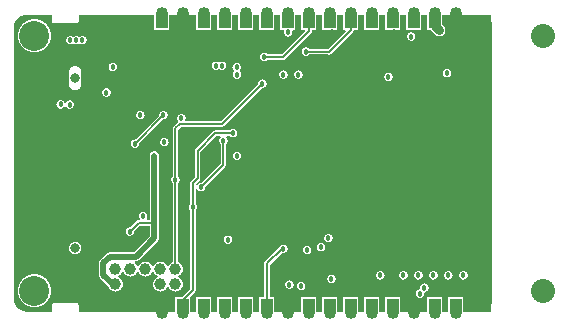
<source format=gbl>
G04 Layer_Physical_Order=4*
G04 Layer_Color=16711680*
%FSLAX24Y24*%
%MOIN*%
G70*
G01*
G75*
%ADD32C,0.0080*%
%ADD34C,0.0300*%
%ADD38C,0.0200*%
%ADD43C,0.0394*%
%ADD44C,0.1000*%
%ADD45C,0.0800*%
%ADD46C,0.0400*%
%ADD47C,0.0315*%
%ADD48C,0.0180*%
%ADD51R,0.0394X0.0394*%
%ADD52R,0.0400X0.0500*%
%ADD53C,0.0250*%
G36*
X500Y4947D02*
X1325D01*
Y4724D01*
X1325Y4722D01*
X1326Y4720D01*
X1326Y4719D01*
X1326Y4717D01*
X1326Y4715D01*
X1327Y4713D01*
X1327Y4711D01*
X1328Y4709D01*
X1328Y4707D01*
X1329Y4705D01*
X1330Y4703D01*
X1331Y4702D01*
X1332Y4700D01*
X1332Y4698D01*
X1333Y4696D01*
X1335Y4695D01*
X1336Y4693D01*
X1337Y4692D01*
X1338Y4690D01*
X1339Y4689D01*
X1341Y4687D01*
X1342Y4686D01*
X1344Y4685D01*
X1345Y4683D01*
X1347Y4682D01*
X1348Y4681D01*
X1350Y4680D01*
X1352Y4679D01*
X1353Y4678D01*
X1355Y4677D01*
X1357Y4676D01*
X1359Y4676D01*
X1361Y4675D01*
X1362Y4674D01*
X1364Y4674D01*
X1366Y4673D01*
X1368Y4673D01*
X1370Y4672D01*
X1372Y4672D01*
X1374Y4672D01*
X1376Y4672D01*
X1378Y4672D01*
X2165D01*
X2167Y4672D01*
X2169Y4672D01*
X2171Y4672D01*
X2173Y4672D01*
X2175Y4673D01*
X2177Y4673D01*
X2179Y4674D01*
X2181Y4674D01*
X2183Y4675D01*
X2185Y4676D01*
X2186Y4676D01*
X2188Y4677D01*
X2190Y4678D01*
X2192Y4679D01*
X2193Y4680D01*
X2195Y4681D01*
X2197Y4682D01*
X2198Y4683D01*
X2200Y4685D01*
X2201Y4686D01*
X2202Y4687D01*
X2204Y4689D01*
X2205Y4690D01*
X2206Y4692D01*
X2208Y4693D01*
X2209Y4695D01*
X2210Y4696D01*
X2211Y4698D01*
X2212Y4700D01*
X2213Y4702D01*
X2213Y4703D01*
X2214Y4705D01*
X2215Y4707D01*
X2216Y4709D01*
X2216Y4711D01*
X2217Y4713D01*
X2217Y4715D01*
X2217Y4717D01*
X2218Y4719D01*
X2218Y4720D01*
X2218Y4722D01*
X2218Y4724D01*
Y4947D01*
X4750D01*
Y4450D01*
X5250D01*
Y4947D01*
X6150D01*
Y4450D01*
X6650D01*
Y4947D01*
X6850D01*
Y4450D01*
X7350D01*
Y4947D01*
X7550D01*
Y4450D01*
X8050D01*
Y4947D01*
X8250D01*
Y4450D01*
X8750D01*
Y4947D01*
X8950D01*
Y4450D01*
X9043D01*
X9055Y4443D01*
X9057Y4441D01*
X9059Y4440D01*
X9060Y4439D01*
X9060Y4438D01*
X9061Y4437D01*
X9061Y4436D01*
X9076Y4403D01*
X9076Y4400D01*
X9076Y4399D01*
X9075Y4396D01*
X9074Y4393D01*
X9073Y4390D01*
X9073Y4387D01*
X9072Y4383D01*
X9071Y4380D01*
X9071Y4377D01*
X9071Y4373D01*
X9070Y4370D01*
X9070Y4367D01*
X9070Y4363D01*
X9070Y4360D01*
X9070Y4357D01*
X9070Y4353D01*
X9070Y4350D01*
X9071Y4347D01*
X9071Y4343D01*
X9071Y4340D01*
X9072Y4337D01*
X9073Y4333D01*
X9073Y4330D01*
X9074Y4327D01*
X9075Y4324D01*
X9076Y4321D01*
X9077Y4317D01*
X9078Y4314D01*
X9079Y4311D01*
X9080Y4308D01*
X9081Y4305D01*
X9083Y4302D01*
X9084Y4299D01*
X9086Y4296D01*
X9087Y4293D01*
X9089Y4290D01*
X9090Y4287D01*
X9092Y4284D01*
X9094Y4282D01*
X9096Y4279D01*
X9098Y4276D01*
X9100Y4273D01*
X9102Y4271D01*
X9104Y4268D01*
X9106Y4266D01*
X9109Y4263D01*
X9111Y4261D01*
X9113Y4259D01*
X9116Y4256D01*
X9118Y4254D01*
X9121Y4252D01*
X9123Y4250D01*
X9126Y4248D01*
X9129Y4246D01*
X9132Y4244D01*
X9134Y4242D01*
X9137Y4240D01*
X9140Y4239D01*
X9143Y4237D01*
X9146Y4236D01*
X9149Y4234D01*
X9152Y4233D01*
X9155Y4231D01*
X9158Y4230D01*
X9161Y4229D01*
X9164Y4228D01*
X9167Y4227D01*
X9171Y4226D01*
X9174Y4225D01*
X9177Y4224D01*
X9180Y4223D01*
X9183Y4223D01*
X9187Y4222D01*
X9190Y4221D01*
X9193Y4221D01*
X9197Y4221D01*
X9200Y4220D01*
X9203Y4220D01*
X9207Y4220D01*
X9210Y4220D01*
X9213Y4220D01*
X9217Y4220D01*
X9220Y4220D01*
X9223Y4221D01*
X9227Y4221D01*
X9230Y4221D01*
X9233Y4222D01*
X9237Y4223D01*
X9240Y4223D01*
X9243Y4224D01*
X9246Y4225D01*
X9249Y4226D01*
X9253Y4227D01*
X9256Y4228D01*
X9259Y4229D01*
X9262Y4230D01*
X9265Y4231D01*
X9268Y4233D01*
X9271Y4234D01*
X9274Y4236D01*
X9277Y4237D01*
X9280Y4239D01*
X9283Y4240D01*
X9286Y4242D01*
X9288Y4244D01*
X9291Y4246D01*
X9294Y4248D01*
X9297Y4250D01*
X9299Y4252D01*
X9302Y4254D01*
X9304Y4256D01*
X9307Y4259D01*
X9309Y4261D01*
X9311Y4263D01*
X9314Y4266D01*
X9316Y4268D01*
X9318Y4271D01*
X9320Y4273D01*
X9322Y4276D01*
X9324Y4279D01*
X9326Y4282D01*
X9328Y4284D01*
X9330Y4287D01*
X9331Y4290D01*
X9333Y4293D01*
X9334Y4296D01*
X9336Y4299D01*
X9337Y4302D01*
X9339Y4305D01*
X9340Y4308D01*
X9341Y4311D01*
X9342Y4314D01*
X9343Y4317D01*
X9344Y4321D01*
X9345Y4324D01*
X9346Y4327D01*
X9347Y4330D01*
X9347Y4333D01*
X9348Y4337D01*
X9349Y4340D01*
X9349Y4343D01*
X9349Y4347D01*
X9350Y4350D01*
X9350Y4353D01*
X9350Y4357D01*
X9350Y4360D01*
X9350Y4363D01*
X9350Y4367D01*
X9350Y4370D01*
X9349Y4373D01*
X9349Y4377D01*
X9349Y4380D01*
X9348Y4383D01*
X9347Y4387D01*
X9347Y4390D01*
X9346Y4393D01*
X9345Y4396D01*
X9344Y4399D01*
X9344Y4400D01*
X9344Y4403D01*
X9359Y4436D01*
X9359Y4437D01*
X9360Y4438D01*
X9360Y4439D01*
X9361Y4440D01*
X9363Y4441D01*
X9365Y4443D01*
X9377Y4450D01*
X9450D01*
Y4947D01*
X9650D01*
Y4450D01*
X9762D01*
X9783Y4400D01*
X9013Y3630D01*
X8517D01*
X8516Y3632D01*
X8514Y3634D01*
X8511Y3637D01*
X8509Y3639D01*
X8507Y3641D01*
X8504Y3644D01*
X8502Y3646D01*
X8499Y3648D01*
X8497Y3650D01*
X8494Y3652D01*
X8491Y3654D01*
X8488Y3656D01*
X8486Y3658D01*
X8483Y3660D01*
X8480Y3661D01*
X8477Y3663D01*
X8474Y3664D01*
X8471Y3666D01*
X8468Y3667D01*
X8465Y3669D01*
X8462Y3670D01*
X8459Y3671D01*
X8456Y3672D01*
X8453Y3673D01*
X8449Y3674D01*
X8446Y3675D01*
X8443Y3676D01*
X8440Y3677D01*
X8436Y3677D01*
X8433Y3678D01*
X8430Y3679D01*
X8427Y3679D01*
X8423Y3679D01*
X8420Y3680D01*
X8417Y3680D01*
X8413Y3680D01*
X8410Y3680D01*
X8407Y3680D01*
X8403Y3680D01*
X8400Y3680D01*
X8397Y3679D01*
X8393Y3679D01*
X8390Y3679D01*
X8387Y3678D01*
X8383Y3677D01*
X8380Y3677D01*
X8377Y3676D01*
X8374Y3675D01*
X8371Y3674D01*
X8367Y3673D01*
X8364Y3672D01*
X8361Y3671D01*
X8358Y3670D01*
X8355Y3669D01*
X8352Y3667D01*
X8349Y3666D01*
X8346Y3664D01*
X8343Y3663D01*
X8340Y3661D01*
X8337Y3660D01*
X8334Y3658D01*
X8332Y3656D01*
X8329Y3654D01*
X8326Y3652D01*
X8323Y3650D01*
X8321Y3648D01*
X8318Y3646D01*
X8316Y3644D01*
X8313Y3641D01*
X8311Y3639D01*
X8309Y3637D01*
X8306Y3634D01*
X8304Y3632D01*
X8302Y3629D01*
X8300Y3627D01*
X8298Y3624D01*
X8296Y3621D01*
X8294Y3618D01*
X8292Y3616D01*
X8290Y3613D01*
X8289Y3610D01*
X8287Y3607D01*
X8286Y3604D01*
X8284Y3601D01*
X8283Y3598D01*
X8281Y3595D01*
X8280Y3592D01*
X8279Y3589D01*
X8278Y3586D01*
X8277Y3583D01*
X8276Y3579D01*
X8275Y3576D01*
X8274Y3573D01*
X8273Y3570D01*
X8273Y3566D01*
X8272Y3563D01*
X8271Y3560D01*
X8271Y3557D01*
X8271Y3553D01*
X8270Y3550D01*
X8270Y3547D01*
X8270Y3543D01*
X8270Y3540D01*
X8270Y3537D01*
X8270Y3533D01*
X8270Y3530D01*
X8271Y3527D01*
X8271Y3523D01*
X8271Y3520D01*
X8272Y3517D01*
X8273Y3514D01*
X8273Y3510D01*
X8274Y3507D01*
X8275Y3504D01*
X8276Y3501D01*
X8277Y3497D01*
X8278Y3494D01*
X8279Y3491D01*
X8280Y3488D01*
X8281Y3485D01*
X8283Y3482D01*
X8284Y3479D01*
X8286Y3476D01*
X8287Y3473D01*
X8289Y3470D01*
X8290Y3467D01*
X8292Y3464D01*
X8294Y3462D01*
X8296Y3459D01*
X8298Y3456D01*
X8300Y3453D01*
X8302Y3451D01*
X8304Y3448D01*
X8306Y3446D01*
X8309Y3443D01*
X8311Y3441D01*
X8313Y3439D01*
X8316Y3436D01*
X8318Y3434D01*
X8321Y3432D01*
X8323Y3430D01*
X8326Y3428D01*
X8329Y3426D01*
X8332Y3424D01*
X8334Y3422D01*
X8337Y3420D01*
X8340Y3419D01*
X8343Y3417D01*
X8346Y3416D01*
X8349Y3414D01*
X8352Y3413D01*
X8355Y3411D01*
X8358Y3410D01*
X8361Y3409D01*
X8364Y3408D01*
X8367Y3407D01*
X8371Y3406D01*
X8374Y3405D01*
X8377Y3404D01*
X8380Y3403D01*
X8383Y3403D01*
X8387Y3402D01*
X8390Y3401D01*
X8393Y3401D01*
X8397Y3401D01*
X8400Y3400D01*
X8403Y3400D01*
X8407Y3400D01*
X8410Y3400D01*
X8413Y3400D01*
X8417Y3400D01*
X8420Y3400D01*
X8423Y3401D01*
X8427Y3401D01*
X8430Y3401D01*
X8433Y3402D01*
X8436Y3403D01*
X8440Y3403D01*
X8443Y3404D01*
X8446Y3405D01*
X8449Y3406D01*
X8453Y3407D01*
X8456Y3408D01*
X8459Y3409D01*
X8462Y3410D01*
X8465Y3411D01*
X8468Y3413D01*
X8471Y3414D01*
X8474Y3416D01*
X8477Y3417D01*
X8480Y3419D01*
X8483Y3420D01*
X8486Y3422D01*
X8488Y3424D01*
X8491Y3426D01*
X8494Y3428D01*
X8497Y3430D01*
X8499Y3432D01*
X8502Y3434D01*
X8504Y3436D01*
X8507Y3439D01*
X8509Y3441D01*
X8511Y3443D01*
X8514Y3446D01*
X8516Y3448D01*
X8517Y3450D01*
X9050D01*
X9053Y3450D01*
X9055Y3450D01*
X9058Y3450D01*
X9060Y3451D01*
X9063Y3451D01*
X9066Y3451D01*
X9068Y3452D01*
X9071Y3452D01*
X9073Y3453D01*
X9076Y3454D01*
X9078Y3455D01*
X9081Y3455D01*
X9083Y3456D01*
X9086Y3457D01*
X9088Y3458D01*
X9090Y3460D01*
X9093Y3461D01*
X9095Y3462D01*
X9097Y3463D01*
X9099Y3465D01*
X9102Y3466D01*
X9104Y3468D01*
X9106Y3469D01*
X9108Y3471D01*
X9110Y3473D01*
X9112Y3475D01*
X9114Y3476D01*
X9964Y4326D01*
X9964Y4326D01*
X9965Y4328D01*
X9967Y4330D01*
X9969Y4332D01*
X9971Y4334D01*
X9972Y4336D01*
X9974Y4338D01*
X9975Y4341D01*
X9977Y4343D01*
X9978Y4345D01*
X9979Y4347D01*
X9980Y4350D01*
X9982Y4352D01*
X9983Y4354D01*
X9984Y4357D01*
X9985Y4359D01*
X9985Y4362D01*
X9986Y4364D01*
X9987Y4367D01*
X9988Y4369D01*
X9988Y4372D01*
X9989Y4374D01*
X9989Y4377D01*
X9989Y4380D01*
X9990Y4382D01*
X9990Y4385D01*
X9990Y4387D01*
X9990Y4390D01*
X9990Y4390D01*
Y4450D01*
X10150D01*
Y4947D01*
X10350D01*
Y4450D01*
X10850D01*
Y4947D01*
X11050D01*
Y4450D01*
X11107D01*
X11127Y4404D01*
X10533Y3810D01*
X9907D01*
X9906Y3812D01*
X9904Y3814D01*
X9901Y3817D01*
X9899Y3819D01*
X9897Y3821D01*
X9894Y3824D01*
X9892Y3826D01*
X9889Y3828D01*
X9887Y3830D01*
X9884Y3832D01*
X9881Y3834D01*
X9878Y3836D01*
X9876Y3838D01*
X9873Y3840D01*
X9870Y3841D01*
X9867Y3843D01*
X9864Y3844D01*
X9861Y3846D01*
X9858Y3847D01*
X9855Y3849D01*
X9852Y3850D01*
X9849Y3851D01*
X9846Y3852D01*
X9843Y3853D01*
X9839Y3854D01*
X9836Y3855D01*
X9833Y3856D01*
X9830Y3857D01*
X9826Y3857D01*
X9823Y3858D01*
X9820Y3859D01*
X9817Y3859D01*
X9813Y3859D01*
X9810Y3860D01*
X9807Y3860D01*
X9803Y3860D01*
X9800Y3860D01*
X9797Y3860D01*
X9793Y3860D01*
X9790Y3860D01*
X9787Y3859D01*
X9783Y3859D01*
X9780Y3859D01*
X9777Y3858D01*
X9773Y3857D01*
X9770Y3857D01*
X9767Y3856D01*
X9764Y3855D01*
X9761Y3854D01*
X9757Y3853D01*
X9754Y3852D01*
X9751Y3851D01*
X9748Y3850D01*
X9745Y3849D01*
X9742Y3847D01*
X9739Y3846D01*
X9736Y3844D01*
X9733Y3843D01*
X9730Y3841D01*
X9727Y3840D01*
X9724Y3838D01*
X9722Y3836D01*
X9719Y3834D01*
X9716Y3832D01*
X9713Y3830D01*
X9711Y3828D01*
X9708Y3826D01*
X9706Y3824D01*
X9703Y3821D01*
X9701Y3819D01*
X9699Y3817D01*
X9696Y3814D01*
X9694Y3812D01*
X9692Y3809D01*
X9690Y3807D01*
X9688Y3804D01*
X9686Y3801D01*
X9684Y3798D01*
X9682Y3796D01*
X9680Y3793D01*
X9679Y3790D01*
X9677Y3787D01*
X9676Y3784D01*
X9674Y3781D01*
X9673Y3778D01*
X9671Y3775D01*
X9670Y3772D01*
X9669Y3769D01*
X9668Y3766D01*
X9667Y3763D01*
X9666Y3759D01*
X9665Y3756D01*
X9664Y3753D01*
X9663Y3750D01*
X9663Y3747D01*
X9662Y3743D01*
X9661Y3740D01*
X9661Y3737D01*
X9661Y3733D01*
X9660Y3730D01*
X9660Y3727D01*
X9660Y3723D01*
X9660Y3720D01*
X9660Y3717D01*
X9660Y3713D01*
X9660Y3710D01*
X9661Y3707D01*
X9661Y3703D01*
X9661Y3700D01*
X9662Y3697D01*
X9663Y3693D01*
X9663Y3690D01*
X9664Y3687D01*
X9665Y3684D01*
X9666Y3681D01*
X9667Y3677D01*
X9668Y3674D01*
X9669Y3671D01*
X9670Y3668D01*
X9671Y3665D01*
X9673Y3662D01*
X9674Y3659D01*
X9676Y3656D01*
X9677Y3653D01*
X9679Y3650D01*
X9680Y3647D01*
X9682Y3644D01*
X9684Y3642D01*
X9686Y3639D01*
X9688Y3636D01*
X9690Y3633D01*
X9692Y3631D01*
X9694Y3628D01*
X9696Y3626D01*
X9699Y3623D01*
X9701Y3621D01*
X9703Y3619D01*
X9706Y3616D01*
X9708Y3614D01*
X9711Y3612D01*
X9713Y3610D01*
X9716Y3608D01*
X9719Y3606D01*
X9722Y3604D01*
X9724Y3602D01*
X9727Y3600D01*
X9730Y3599D01*
X9733Y3597D01*
X9736Y3596D01*
X9739Y3594D01*
X9742Y3593D01*
X9745Y3591D01*
X9748Y3590D01*
X9751Y3589D01*
X9754Y3588D01*
X9757Y3587D01*
X9761Y3586D01*
X9764Y3585D01*
X9767Y3584D01*
X9770Y3583D01*
X9773Y3583D01*
X9777Y3582D01*
X9780Y3581D01*
X9783Y3581D01*
X9787Y3581D01*
X9790Y3580D01*
X9793Y3580D01*
X9797Y3580D01*
X9800Y3580D01*
X9803Y3580D01*
X9807Y3580D01*
X9810Y3580D01*
X9813Y3581D01*
X9817Y3581D01*
X9820Y3581D01*
X9823Y3582D01*
X9826Y3583D01*
X9830Y3583D01*
X9833Y3584D01*
X9836Y3585D01*
X9839Y3586D01*
X9843Y3587D01*
X9846Y3588D01*
X9849Y3589D01*
X9852Y3590D01*
X9855Y3591D01*
X9858Y3593D01*
X9861Y3594D01*
X9864Y3596D01*
X9867Y3597D01*
X9870Y3599D01*
X9873Y3600D01*
X9876Y3602D01*
X9878Y3604D01*
X9881Y3606D01*
X9884Y3608D01*
X9887Y3610D01*
X9889Y3612D01*
X9892Y3614D01*
X9894Y3616D01*
X9897Y3619D01*
X9899Y3621D01*
X9901Y3623D01*
X9904Y3626D01*
X9906Y3628D01*
X9907Y3630D01*
X10513D01*
X10513Y3630D01*
X10515Y3629D01*
X10517Y3627D01*
X10520Y3626D01*
X10522Y3625D01*
X10525Y3624D01*
X10527Y3623D01*
X10530Y3622D01*
X10532Y3622D01*
X10535Y3621D01*
X10537Y3620D01*
X10540Y3620D01*
X10542Y3619D01*
X10545Y3619D01*
X10547Y3618D01*
X10550Y3618D01*
X10553Y3618D01*
X10555Y3618D01*
X10558Y3618D01*
X10560Y3618D01*
X10563Y3618D01*
X10566Y3618D01*
X10568Y3618D01*
X10571Y3619D01*
X10573Y3619D01*
X10576Y3620D01*
X10579Y3620D01*
X10581Y3621D01*
X10584Y3622D01*
X10586Y3622D01*
X10589Y3623D01*
X10591Y3624D01*
X10593Y3625D01*
X10596Y3626D01*
X10598Y3627D01*
X10601Y3629D01*
X10603Y3630D01*
X10605Y3631D01*
X10607Y3633D01*
X10609Y3634D01*
X10612Y3636D01*
X10614Y3637D01*
X10616Y3639D01*
X10618Y3641D01*
X10620Y3642D01*
X10621Y3644D01*
X11364Y4386D01*
X11364Y4386D01*
X11365Y4388D01*
X11367Y4390D01*
X11369Y4392D01*
X11371Y4394D01*
X11372Y4396D01*
X11374Y4398D01*
X11375Y4401D01*
X11377Y4403D01*
X11378Y4405D01*
X11379Y4407D01*
X11380Y4410D01*
X11382Y4412D01*
X11383Y4414D01*
X11384Y4417D01*
X11385Y4419D01*
X11385Y4422D01*
X11386Y4424D01*
X11387Y4427D01*
X11388Y4429D01*
X11388Y4432D01*
X11389Y4434D01*
X11389Y4437D01*
X11389Y4440D01*
X11390Y4442D01*
X11390Y4445D01*
X11390Y4447D01*
X11390Y4450D01*
X11550D01*
Y4947D01*
X11750D01*
Y4450D01*
X12250D01*
Y4947D01*
X12450D01*
Y4450D01*
X12950D01*
Y4947D01*
X13150D01*
Y4450D01*
X13650D01*
Y4947D01*
X13850D01*
Y4450D01*
X13940D01*
X13941Y4449D01*
X13943Y4446D01*
X13945Y4443D01*
X13948Y4440D01*
X13950Y4437D01*
X13953Y4434D01*
X13956Y4431D01*
X13959Y4429D01*
X14099Y4289D01*
X14101Y4286D01*
X14104Y4283D01*
X14107Y4280D01*
X14110Y4278D01*
X14113Y4275D01*
X14116Y4273D01*
X14119Y4271D01*
X14122Y4268D01*
X14126Y4266D01*
X14129Y4264D01*
X14132Y4262D01*
X14136Y4259D01*
X14139Y4257D01*
X14142Y4255D01*
X14146Y4254D01*
X14149Y4252D01*
X14153Y4250D01*
X14156Y4248D01*
X14160Y4247D01*
X14163Y4245D01*
X14167Y4244D01*
X14171Y4242D01*
X14174Y4241D01*
X14178Y4240D01*
X14182Y4239D01*
X14186Y4238D01*
X14189Y4236D01*
X14193Y4236D01*
X14197Y4235D01*
X14201Y4234D01*
X14205Y4233D01*
X14209Y4232D01*
X14213Y4232D01*
X14216Y4231D01*
X14220Y4231D01*
X14224Y4231D01*
X14228Y4230D01*
X14232Y4230D01*
X14236Y4230D01*
X14240Y4230D01*
X14250D01*
X14254Y4230D01*
X14258Y4230D01*
X14262Y4230D01*
X14266Y4231D01*
X14270Y4231D01*
X14274Y4231D01*
X14277Y4232D01*
X14281Y4232D01*
X14285Y4233D01*
X14289Y4234D01*
X14293Y4235D01*
X14297Y4236D01*
X14301Y4236D01*
X14304Y4238D01*
X14308Y4239D01*
X14312Y4240D01*
X14316Y4241D01*
X14319Y4242D01*
X14323Y4244D01*
X14327Y4245D01*
X14330Y4247D01*
X14334Y4248D01*
X14337Y4250D01*
X14341Y4252D01*
X14344Y4254D01*
X14348Y4255D01*
X14351Y4257D01*
X14354Y4259D01*
X14358Y4262D01*
X14361Y4264D01*
X14364Y4266D01*
X14368Y4268D01*
X14371Y4271D01*
X14374Y4273D01*
X14377Y4275D01*
X14380Y4278D01*
X14383Y4280D01*
X14386Y4283D01*
X14389Y4286D01*
X14391Y4289D01*
X14394Y4291D01*
X14397Y4294D01*
X14400Y4297D01*
X14402Y4300D01*
X14405Y4303D01*
X14407Y4306D01*
X14409Y4309D01*
X14412Y4312D01*
X14414Y4316D01*
X14416Y4319D01*
X14418Y4322D01*
X14421Y4326D01*
X14423Y4329D01*
X14425Y4332D01*
X14426Y4336D01*
X14428Y4339D01*
X14430Y4343D01*
X14432Y4346D01*
X14433Y4350D01*
X14435Y4353D01*
X14436Y4357D01*
X14438Y4361D01*
X14439Y4364D01*
X14440Y4368D01*
X14441Y4372D01*
X14442Y4376D01*
X14444Y4379D01*
X14444Y4383D01*
X14445Y4387D01*
X14446Y4391D01*
X14447Y4395D01*
X14448Y4399D01*
X14448Y4403D01*
X14449Y4406D01*
X14449Y4410D01*
X14449Y4414D01*
X14450Y4418D01*
X14450Y4422D01*
X14450Y4426D01*
X14450Y4430D01*
X14450Y4434D01*
X14450Y4438D01*
X14450Y4442D01*
X14449Y4446D01*
X14449Y4450D01*
X14449Y4454D01*
X14448Y4457D01*
X14448Y4461D01*
X14447Y4465D01*
X14446Y4469D01*
X14445Y4473D01*
X14444Y4477D01*
X14444Y4480D01*
X14442Y4484D01*
X14441Y4488D01*
X14440Y4492D01*
X14439Y4496D01*
X14438Y4499D01*
X14436Y4503D01*
X14435Y4507D01*
X14433Y4510D01*
X14432Y4514D01*
X14430Y4517D01*
X14428Y4521D01*
X14426Y4524D01*
X14425Y4528D01*
X14423Y4531D01*
X14421Y4534D01*
X14418Y4538D01*
X14416Y4541D01*
X14414Y4544D01*
X14412Y4548D01*
X14409Y4551D01*
X14407Y4554D01*
X14405Y4557D01*
X14402Y4560D01*
X14400Y4563D01*
X14397Y4566D01*
X14394Y4569D01*
X14391Y4571D01*
X14389Y4574D01*
X14386Y4577D01*
X14383Y4580D01*
X14380Y4582D01*
X14377Y4585D01*
X14374Y4587D01*
X14371Y4589D01*
X14368Y4592D01*
X14364Y4594D01*
X14361Y4596D01*
X14358Y4598D01*
X14354Y4601D01*
X14351Y4603D01*
X14350Y4603D01*
Y4947D01*
X15971D01*
Y4724D01*
X15971Y4722D01*
X15971Y4720D01*
X15971Y4719D01*
X15972Y4717D01*
X15972Y4715D01*
X15972Y4713D01*
X15973Y4711D01*
X15973Y4709D01*
X15974Y4707D01*
X15975Y4705D01*
X15975Y4703D01*
X15976Y4702D01*
X15977Y4700D01*
X15978Y4698D01*
X15979Y4696D01*
X15980Y4695D01*
X15981Y4693D01*
X15983Y4692D01*
X15984Y4690D01*
X15985Y4689D01*
X15986Y4687D01*
X15988Y4686D01*
X15989Y4685D01*
X15991Y4683D01*
X15992Y4682D01*
X15994Y4681D01*
X15996Y4680D01*
X15997Y4679D01*
X15999Y4678D01*
X16000Y4678D01*
Y-4678D01*
X15999Y-4678D01*
X15997Y-4679D01*
X15996Y-4680D01*
X15994Y-4681D01*
X15992Y-4682D01*
X15991Y-4683D01*
X15989Y-4685D01*
X15988Y-4686D01*
X15986Y-4687D01*
X15985Y-4689D01*
X15984Y-4690D01*
X15983Y-4692D01*
X15981Y-4693D01*
X15980Y-4695D01*
X15979Y-4696D01*
X15978Y-4698D01*
X15977Y-4700D01*
X15976Y-4702D01*
X15975Y-4703D01*
X15975Y-4705D01*
X15974Y-4707D01*
X15973Y-4709D01*
X15973Y-4711D01*
X15972Y-4713D01*
X15972Y-4715D01*
X15972Y-4717D01*
X15971Y-4719D01*
X15971Y-4720D01*
X15971Y-4722D01*
X15971Y-4724D01*
Y-4947D01*
X15050D01*
Y-4450D01*
X14550D01*
Y-4947D01*
X14350D01*
Y-4450D01*
X13850D01*
Y-4947D01*
X12950D01*
Y-4450D01*
X12450D01*
Y-4947D01*
X12250D01*
Y-4450D01*
X11750D01*
Y-4947D01*
X11550D01*
Y-4450D01*
X11050D01*
Y-4947D01*
X10850D01*
Y-4450D01*
X10350D01*
Y-4947D01*
X10150D01*
Y-4450D01*
X9650D01*
Y-4947D01*
X8750Y-4947D01*
Y-4450D01*
X8590D01*
Y-3377D01*
X8986Y-2981D01*
X8988Y-2982D01*
X8991Y-2983D01*
X8994Y-2985D01*
X8997Y-2986D01*
X9001Y-2987D01*
X9004Y-2988D01*
X9007Y-2989D01*
X9010Y-2990D01*
X9013Y-2991D01*
X9017Y-2992D01*
X9020Y-2992D01*
X9023Y-2993D01*
X9026Y-2993D01*
X9030Y-2994D01*
X9033Y-2994D01*
X9036Y-2994D01*
X9040Y-2995D01*
X9043Y-2995D01*
X9046Y-2995D01*
X9050Y-2995D01*
X9053Y-2995D01*
X9056Y-2994D01*
X9060Y-2994D01*
X9063Y-2994D01*
X9066Y-2993D01*
X9070Y-2993D01*
X9073Y-2992D01*
X9076Y-2992D01*
X9079Y-2991D01*
X9083Y-2990D01*
X9086Y-2989D01*
X9089Y-2988D01*
X9092Y-2987D01*
X9095Y-2986D01*
X9098Y-2985D01*
X9101Y-2983D01*
X9105Y-2982D01*
X9108Y-2981D01*
X9111Y-2979D01*
X9113Y-2978D01*
X9116Y-2976D01*
X9119Y-2974D01*
X9122Y-2973D01*
X9125Y-2971D01*
X9128Y-2969D01*
X9130Y-2967D01*
X9133Y-2965D01*
X9136Y-2963D01*
X9138Y-2961D01*
X9141Y-2958D01*
X9143Y-2956D01*
X9145Y-2954D01*
X9148Y-2951D01*
X9150Y-2949D01*
X9152Y-2946D01*
X9154Y-2944D01*
X9156Y-2941D01*
X9158Y-2939D01*
X9160Y-2936D01*
X9162Y-2933D01*
X9164Y-2930D01*
X9166Y-2928D01*
X9168Y-2925D01*
X9169Y-2922D01*
X9171Y-2919D01*
X9172Y-2916D01*
X9174Y-2913D01*
X9175Y-2910D01*
X9176Y-2907D01*
X9178Y-2904D01*
X9179Y-2901D01*
X9180Y-2897D01*
X9181Y-2894D01*
X9182Y-2891D01*
X9182Y-2888D01*
X9183Y-2884D01*
X9184Y-2881D01*
X9184Y-2878D01*
X9185Y-2875D01*
X9185Y-2871D01*
X9186Y-2868D01*
X9186Y-2865D01*
X9186Y-2861D01*
X9186Y-2858D01*
X9186Y-2855D01*
X9186Y-2851D01*
X9186Y-2848D01*
X9186Y-2845D01*
X9186Y-2841D01*
X9185Y-2838D01*
X9185Y-2835D01*
X9184Y-2831D01*
X9184Y-2828D01*
X9183Y-2825D01*
X9182Y-2822D01*
X9182Y-2818D01*
X9181Y-2815D01*
X9180Y-2812D01*
X9179Y-2809D01*
X9178Y-2806D01*
X9176Y-2803D01*
X9175Y-2800D01*
X9174Y-2797D01*
X9172Y-2794D01*
X9171Y-2791D01*
X9169Y-2788D01*
X9168Y-2785D01*
X9166Y-2782D01*
X9164Y-2779D01*
X9162Y-2776D01*
X9160Y-2774D01*
X9158Y-2771D01*
X9156Y-2768D01*
X9154Y-2766D01*
X9152Y-2763D01*
X9150Y-2761D01*
X9148Y-2758D01*
X9145Y-2756D01*
X9143Y-2753D01*
X9141Y-2751D01*
X9138Y-2749D01*
X9136Y-2747D01*
X9133Y-2745D01*
X9130Y-2743D01*
X9128Y-2741D01*
X9125Y-2739D01*
X9122Y-2737D01*
X9119Y-2735D01*
X9116Y-2733D01*
X9113Y-2732D01*
X9111Y-2730D01*
X9108Y-2729D01*
X9105Y-2727D01*
X9101Y-2726D01*
X9098Y-2725D01*
X9095Y-2724D01*
X9092Y-2722D01*
X9089Y-2721D01*
X9086Y-2720D01*
X9083Y-2719D01*
X9079Y-2719D01*
X9076Y-2718D01*
X9073Y-2717D01*
X9070Y-2717D01*
X9066Y-2716D01*
X9063Y-2716D01*
X9060Y-2715D01*
X9056Y-2715D01*
X9053Y-2715D01*
X9050Y-2715D01*
X9046Y-2715D01*
X9043Y-2715D01*
X9040Y-2715D01*
X9036Y-2715D01*
X9033Y-2715D01*
X9030Y-2716D01*
X9026Y-2716D01*
X9023Y-2717D01*
X9020Y-2717D01*
X9017Y-2718D01*
X9013Y-2719D01*
X9010Y-2719D01*
X9007Y-2720D01*
X9004Y-2721D01*
X9001Y-2722D01*
X8997Y-2724D01*
X8994Y-2725D01*
X8991Y-2726D01*
X8988Y-2727D01*
X8985Y-2729D01*
X8982Y-2730D01*
X8979Y-2732D01*
X8976Y-2733D01*
X8974Y-2735D01*
X8971Y-2737D01*
X8968Y-2739D01*
X8965Y-2741D01*
X8962Y-2743D01*
X8960Y-2745D01*
X8957Y-2747D01*
X8955Y-2749D01*
X8952Y-2751D01*
X8950Y-2753D01*
X8947Y-2756D01*
X8945Y-2758D01*
X8943Y-2761D01*
X8941Y-2763D01*
X8938Y-2766D01*
X8936Y-2768D01*
X8934Y-2771D01*
X8932Y-2774D01*
X8930Y-2776D01*
X8929Y-2779D01*
X8927Y-2782D01*
X8925Y-2785D01*
X8924Y-2788D01*
X8922Y-2791D01*
X8922Y-2791D01*
X8922Y-2791D01*
X8922Y-2791D01*
X8436Y-3276D01*
X8435Y-3278D01*
X8433Y-3280D01*
X8431Y-3282D01*
X8429Y-3284D01*
X8428Y-3286D01*
X8426Y-3288D01*
X8425Y-3291D01*
X8423Y-3293D01*
X8422Y-3295D01*
X8421Y-3297D01*
X8420Y-3300D01*
X8418Y-3302D01*
X8417Y-3304D01*
X8416Y-3307D01*
X8415Y-3309D01*
X8415Y-3312D01*
X8414Y-3314D01*
X8413Y-3317D01*
X8412Y-3319D01*
X8412Y-3322D01*
X8411Y-3324D01*
X8411Y-3327D01*
X8411Y-3330D01*
X8410Y-3332D01*
X8410Y-3335D01*
X8410Y-3337D01*
X8410Y-3340D01*
Y-4450D01*
X8250D01*
Y-4947D01*
X8050D01*
Y-4450D01*
X7550D01*
Y-4947D01*
X7350D01*
Y-4450D01*
X6850D01*
Y-4947D01*
X6650D01*
Y-4450D01*
X6150D01*
Y-4947D01*
X5950D01*
Y-4450D01*
X5950Y-4450D01*
X5950D01*
X5982Y-4415D01*
X6094Y-4304D01*
X6094Y-4304D01*
X6095Y-4302D01*
X6097Y-4300D01*
X6099Y-4298D01*
X6101Y-4296D01*
X6102Y-4294D01*
X6104Y-4292D01*
X6105Y-4289D01*
X6107Y-4287D01*
X6108Y-4285D01*
X6109Y-4283D01*
X6110Y-4280D01*
X6112Y-4278D01*
X6113Y-4276D01*
X6114Y-4273D01*
X6115Y-4271D01*
X6115Y-4268D01*
X6116Y-4266D01*
X6117Y-4263D01*
X6118Y-4261D01*
X6118Y-4258D01*
X6119Y-4256D01*
X6119Y-4253D01*
X6119Y-4250D01*
X6120Y-4248D01*
X6120Y-4245D01*
X6120Y-4243D01*
X6120Y-4240D01*
Y-1577D01*
X6122Y-1576D01*
X6124Y-1574D01*
X6127Y-1571D01*
X6129Y-1569D01*
X6131Y-1567D01*
X6134Y-1564D01*
X6136Y-1562D01*
X6138Y-1559D01*
X6140Y-1557D01*
X6142Y-1554D01*
X6144Y-1551D01*
X6146Y-1548D01*
X6148Y-1546D01*
X6150Y-1543D01*
X6151Y-1540D01*
X6153Y-1537D01*
X6154Y-1534D01*
X6156Y-1531D01*
X6157Y-1528D01*
X6159Y-1525D01*
X6160Y-1522D01*
X6161Y-1519D01*
X6162Y-1516D01*
X6163Y-1513D01*
X6164Y-1509D01*
X6165Y-1506D01*
X6166Y-1503D01*
X6167Y-1500D01*
X6167Y-1496D01*
X6168Y-1493D01*
X6169Y-1490D01*
X6169Y-1487D01*
X6169Y-1483D01*
X6170Y-1480D01*
X6170Y-1477D01*
X6170Y-1473D01*
X6170Y-1470D01*
X6170Y-1467D01*
X6170Y-1463D01*
X6170Y-1460D01*
X6169Y-1457D01*
X6169Y-1453D01*
X6169Y-1450D01*
X6168Y-1447D01*
X6167Y-1444D01*
X6167Y-1440D01*
X6166Y-1437D01*
X6165Y-1434D01*
X6164Y-1431D01*
X6163Y-1427D01*
X6162Y-1424D01*
X6161Y-1421D01*
X6160Y-1418D01*
X6159Y-1415D01*
X6157Y-1412D01*
X6156Y-1409D01*
X6154Y-1406D01*
X6153Y-1403D01*
X6151Y-1400D01*
X6150Y-1397D01*
X6148Y-1394D01*
X6146Y-1392D01*
X6144Y-1389D01*
X6142Y-1386D01*
X6140Y-1383D01*
X6138Y-1381D01*
X6136Y-1378D01*
X6134Y-1376D01*
X6131Y-1373D01*
X6129Y-1371D01*
X6127Y-1369D01*
X6124Y-1366D01*
X6122Y-1364D01*
X6120Y-1363D01*
Y-861D01*
X6168Y-846D01*
X6169Y-849D01*
X6170Y-852D01*
X6171Y-855D01*
X6173Y-858D01*
X6174Y-861D01*
X6176Y-864D01*
X6177Y-867D01*
X6179Y-870D01*
X6180Y-873D01*
X6182Y-876D01*
X6184Y-878D01*
X6186Y-881D01*
X6188Y-884D01*
X6190Y-887D01*
X6192Y-889D01*
X6194Y-892D01*
X6196Y-894D01*
X6199Y-897D01*
X6201Y-899D01*
X6203Y-901D01*
X6206Y-904D01*
X6208Y-906D01*
X6211Y-908D01*
X6213Y-910D01*
X6216Y-912D01*
X6219Y-914D01*
X6222Y-916D01*
X6224Y-918D01*
X6227Y-920D01*
X6230Y-921D01*
X6233Y-923D01*
X6236Y-924D01*
X6239Y-926D01*
X6242Y-927D01*
X6245Y-929D01*
X6248Y-930D01*
X6251Y-931D01*
X6254Y-932D01*
X6257Y-933D01*
X6261Y-934D01*
X6264Y-935D01*
X6267Y-936D01*
X6270Y-937D01*
X6273Y-937D01*
X6277Y-938D01*
X6280Y-939D01*
X6283Y-939D01*
X6287Y-939D01*
X6290Y-940D01*
X6293Y-940D01*
X6297Y-940D01*
X6300Y-940D01*
X6303Y-940D01*
X6307Y-940D01*
X6310Y-940D01*
X6313Y-939D01*
X6317Y-939D01*
X6320Y-939D01*
X6323Y-938D01*
X6327Y-937D01*
X6330Y-937D01*
X6333Y-936D01*
X6336Y-935D01*
X6339Y-934D01*
X6343Y-933D01*
X6346Y-932D01*
X6349Y-931D01*
X6352Y-930D01*
X6355Y-929D01*
X6358Y-927D01*
X6361Y-926D01*
X6364Y-924D01*
X6367Y-923D01*
X6370Y-921D01*
X6373Y-920D01*
X6376Y-918D01*
X6378Y-916D01*
X6381Y-914D01*
X6384Y-912D01*
X6387Y-910D01*
X6389Y-908D01*
X6392Y-906D01*
X6394Y-904D01*
X6397Y-901D01*
X6399Y-899D01*
X6401Y-897D01*
X6404Y-894D01*
X6406Y-892D01*
X6408Y-889D01*
X6410Y-887D01*
X6412Y-884D01*
X6414Y-881D01*
X6416Y-878D01*
X6418Y-876D01*
X6420Y-873D01*
X6421Y-870D01*
X6423Y-867D01*
X6424Y-864D01*
X6426Y-861D01*
X6427Y-858D01*
X6429Y-855D01*
X6430Y-852D01*
X6431Y-849D01*
X6432Y-846D01*
X6433Y-843D01*
X6434Y-839D01*
X6435Y-836D01*
X6436Y-833D01*
X6437Y-830D01*
X6437Y-826D01*
X6438Y-823D01*
X6439Y-820D01*
X6439Y-817D01*
X6439Y-813D01*
X6440Y-810D01*
X6440Y-807D01*
X6440Y-803D01*
X6440Y-800D01*
X6440Y-797D01*
X6440Y-793D01*
X6440Y-790D01*
X6439Y-788D01*
X7114Y-114D01*
X7115Y-112D01*
X7117Y-110D01*
X7119Y-108D01*
X7121Y-106D01*
X7122Y-104D01*
X7124Y-102D01*
X7125Y-99D01*
X7127Y-97D01*
X7128Y-95D01*
X7129Y-93D01*
X7130Y-90D01*
X7132Y-88D01*
X7133Y-86D01*
X7134Y-83D01*
X7135Y-81D01*
X7135Y-78D01*
X7136Y-76D01*
X7137Y-73D01*
X7138Y-71D01*
X7138Y-68D01*
X7139Y-66D01*
X7139Y-63D01*
X7139Y-60D01*
X7140Y-58D01*
X7140Y-55D01*
X7140Y-53D01*
X7140Y-50D01*
Y643D01*
X7142Y644D01*
X7144Y646D01*
X7147Y649D01*
X7149Y651D01*
X7151Y653D01*
X7154Y656D01*
X7156Y658D01*
X7158Y661D01*
X7160Y663D01*
X7162Y666D01*
X7164Y669D01*
X7166Y672D01*
X7168Y674D01*
X7170Y677D01*
X7171Y680D01*
X7173Y683D01*
X7174Y686D01*
X7176Y689D01*
X7177Y692D01*
X7179Y695D01*
X7180Y698D01*
X7181Y701D01*
X7182Y704D01*
X7183Y707D01*
X7184Y711D01*
X7185Y714D01*
X7186Y717D01*
X7187Y720D01*
X7187Y724D01*
X7188Y727D01*
X7189Y730D01*
X7189Y733D01*
X7189Y737D01*
X7190Y740D01*
X7190Y743D01*
X7190Y747D01*
X7190Y750D01*
X7190Y753D01*
X7190Y757D01*
X7190Y760D01*
X7189Y763D01*
X7189Y767D01*
X7189Y770D01*
X7188Y773D01*
X7187Y777D01*
X7187Y780D01*
X7186Y783D01*
X7185Y786D01*
X7184Y789D01*
X7183Y793D01*
X7182Y796D01*
X7181Y799D01*
X7180Y802D01*
X7179Y805D01*
X7177Y808D01*
X7176Y811D01*
X7174Y814D01*
X7173Y817D01*
X7171Y820D01*
X7170Y823D01*
X7168Y826D01*
X7166Y828D01*
X7164Y831D01*
X7162Y834D01*
X7160Y837D01*
X7158Y839D01*
X7156Y842D01*
X7154Y844D01*
X7151Y847D01*
X7149Y849D01*
X7147Y851D01*
X7144Y854D01*
X7142Y856D01*
X7139Y858D01*
X7164Y900D01*
X7172Y910D01*
X7260D01*
X7261Y908D01*
X7263Y906D01*
X7266Y903D01*
X7268Y901D01*
X7270Y899D01*
X7273Y896D01*
X7275Y894D01*
X7278Y892D01*
X7280Y890D01*
X7283Y888D01*
X7286Y886D01*
X7288Y884D01*
X7291Y882D01*
X7294Y880D01*
X7297Y879D01*
X7300Y877D01*
X7303Y876D01*
X7306Y874D01*
X7309Y873D01*
X7312Y871D01*
X7315Y870D01*
X7318Y869D01*
X7321Y868D01*
X7324Y867D01*
X7327Y866D01*
X7331Y865D01*
X7334Y864D01*
X7337Y863D01*
X7340Y863D01*
X7344Y862D01*
X7347Y861D01*
X7350Y861D01*
X7354Y861D01*
X7357Y860D01*
X7360Y860D01*
X7364Y860D01*
X7367Y860D01*
X7370Y860D01*
X7374Y860D01*
X7377Y860D01*
X7380Y861D01*
X7384Y861D01*
X7387Y861D01*
X7390Y862D01*
X7393Y863D01*
X7397Y863D01*
X7400Y864D01*
X7403Y865D01*
X7406Y866D01*
X7410Y867D01*
X7413Y868D01*
X7416Y869D01*
X7419Y870D01*
X7422Y871D01*
X7425Y873D01*
X7428Y874D01*
X7431Y876D01*
X7434Y877D01*
X7437Y879D01*
X7440Y880D01*
X7443Y882D01*
X7445Y884D01*
X7448Y886D01*
X7451Y888D01*
X7453Y890D01*
X7456Y892D01*
X7459Y894D01*
X7461Y896D01*
X7464Y899D01*
X7466Y901D01*
X7468Y903D01*
X7471Y906D01*
X7473Y908D01*
X7475Y911D01*
X7477Y913D01*
X7479Y916D01*
X7481Y919D01*
X7483Y922D01*
X7485Y924D01*
X7486Y927D01*
X7488Y930D01*
X7490Y933D01*
X7491Y936D01*
X7493Y939D01*
X7494Y942D01*
X7496Y945D01*
X7497Y948D01*
X7498Y951D01*
X7499Y954D01*
X7500Y957D01*
X7501Y961D01*
X7502Y964D01*
X7503Y967D01*
X7504Y970D01*
X7504Y974D01*
X7505Y977D01*
X7506Y980D01*
X7506Y983D01*
X7506Y987D01*
X7507Y990D01*
X7507Y993D01*
X7507Y997D01*
X7507Y1000D01*
X7507Y1003D01*
X7507Y1007D01*
X7507Y1010D01*
X7506Y1013D01*
X7506Y1017D01*
X7506Y1020D01*
X7505Y1023D01*
X7504Y1027D01*
X7504Y1030D01*
X7503Y1033D01*
X7502Y1036D01*
X7501Y1039D01*
X7500Y1043D01*
X7499Y1046D01*
X7498Y1049D01*
X7497Y1052D01*
X7496Y1055D01*
X7494Y1058D01*
X7493Y1061D01*
X7491Y1064D01*
X7490Y1067D01*
X7488Y1070D01*
X7486Y1073D01*
X7485Y1076D01*
X7483Y1078D01*
X7481Y1081D01*
X7479Y1084D01*
X7477Y1087D01*
X7475Y1089D01*
X7473Y1092D01*
X7471Y1094D01*
X7468Y1097D01*
X7466Y1099D01*
X7464Y1101D01*
X7461Y1104D01*
X7459Y1106D01*
X7456Y1108D01*
X7453Y1110D01*
X7451Y1112D01*
X7448Y1114D01*
X7445Y1116D01*
X7443Y1118D01*
X7440Y1120D01*
X7437Y1121D01*
X7434Y1123D01*
X7431Y1124D01*
X7428Y1126D01*
X7425Y1127D01*
X7422Y1129D01*
X7419Y1130D01*
X7416Y1131D01*
X7413Y1132D01*
X7410Y1133D01*
X7406Y1134D01*
X7403Y1135D01*
X7400Y1136D01*
X7397Y1137D01*
X7393Y1137D01*
X7390Y1138D01*
X7387Y1139D01*
X7384Y1139D01*
X7380Y1139D01*
X7377Y1140D01*
X7374Y1140D01*
X7370Y1140D01*
X7367Y1140D01*
X7364Y1140D01*
X7360Y1140D01*
X7357Y1140D01*
X7354Y1139D01*
X7350Y1139D01*
X7347Y1139D01*
X7344Y1138D01*
X7340Y1137D01*
X7337Y1137D01*
X7334Y1136D01*
X7331Y1135D01*
X7327Y1134D01*
X7324Y1133D01*
X7321Y1132D01*
X7318Y1131D01*
X7315Y1130D01*
X7312Y1129D01*
X7309Y1127D01*
X7306Y1126D01*
X7303Y1124D01*
X7300Y1123D01*
X7297Y1121D01*
X7294Y1120D01*
X7291Y1118D01*
X7288Y1116D01*
X7286Y1114D01*
X7283Y1112D01*
X7280Y1110D01*
X7278Y1108D01*
X7275Y1106D01*
X7273Y1104D01*
X7270Y1101D01*
X7268Y1099D01*
X7266Y1097D01*
X7263Y1094D01*
X7261Y1092D01*
X7260Y1090D01*
X6770D01*
X6770Y1090D01*
X6767Y1090D01*
X6765Y1090D01*
X6762Y1090D01*
X6760Y1089D01*
X6757Y1089D01*
X6754Y1089D01*
X6752Y1088D01*
X6749Y1088D01*
X6747Y1087D01*
X6744Y1086D01*
X6742Y1085D01*
X6739Y1085D01*
X6737Y1084D01*
X6734Y1083D01*
X6732Y1082D01*
X6730Y1080D01*
X6727Y1079D01*
X6725Y1078D01*
X6723Y1077D01*
X6721Y1075D01*
X6718Y1074D01*
X6716Y1072D01*
X6714Y1071D01*
X6712Y1069D01*
X6710Y1067D01*
X6708Y1065D01*
X6706Y1064D01*
X6126Y484D01*
X6125Y482D01*
X6123Y480D01*
X6121Y478D01*
X6119Y476D01*
X6118Y474D01*
X6116Y472D01*
X6115Y469D01*
X6113Y467D01*
X6112Y465D01*
X6111Y463D01*
X6110Y460D01*
X6108Y458D01*
X6107Y456D01*
X6106Y453D01*
X6105Y451D01*
X6105Y448D01*
X6104Y446D01*
X6103Y443D01*
X6102Y441D01*
X6102Y438D01*
X6101Y436D01*
X6101Y433D01*
X6101Y430D01*
X6100Y428D01*
X6100Y425D01*
X6100Y423D01*
X6100Y420D01*
Y-473D01*
X5966Y-606D01*
X5965Y-608D01*
X5963Y-610D01*
X5961Y-612D01*
X5959Y-614D01*
X5958Y-616D01*
X5956Y-618D01*
X5955Y-621D01*
X5953Y-623D01*
X5952Y-625D01*
X5951Y-627D01*
X5950Y-630D01*
X5948Y-632D01*
X5947Y-634D01*
X5946Y-637D01*
X5945Y-639D01*
X5945Y-642D01*
X5944Y-644D01*
X5943Y-647D01*
X5942Y-649D01*
X5942Y-652D01*
X5941Y-654D01*
X5941Y-657D01*
X5941Y-660D01*
X5940Y-662D01*
X5940Y-665D01*
X5940Y-667D01*
X5940Y-670D01*
Y-1363D01*
X5938Y-1364D01*
X5936Y-1366D01*
X5933Y-1369D01*
X5931Y-1371D01*
X5929Y-1373D01*
X5926Y-1376D01*
X5924Y-1378D01*
X5922Y-1381D01*
X5920Y-1383D01*
X5918Y-1386D01*
X5916Y-1389D01*
X5914Y-1392D01*
X5912Y-1394D01*
X5910Y-1397D01*
X5909Y-1400D01*
X5907Y-1403D01*
X5906Y-1406D01*
X5904Y-1409D01*
X5903Y-1412D01*
X5901Y-1415D01*
X5900Y-1418D01*
X5899Y-1421D01*
X5898Y-1424D01*
X5897Y-1427D01*
X5896Y-1431D01*
X5895Y-1434D01*
X5894Y-1437D01*
X5893Y-1440D01*
X5893Y-1444D01*
X5892Y-1447D01*
X5891Y-1450D01*
X5891Y-1453D01*
X5891Y-1457D01*
X5890Y-1460D01*
X5890Y-1463D01*
X5890Y-1467D01*
X5890Y-1470D01*
X5890Y-1473D01*
X5890Y-1477D01*
X5890Y-1480D01*
X5891Y-1483D01*
X5891Y-1487D01*
X5891Y-1490D01*
X5892Y-1493D01*
X5893Y-1496D01*
X5893Y-1500D01*
X5894Y-1503D01*
X5895Y-1506D01*
X5896Y-1509D01*
X5897Y-1513D01*
X5898Y-1516D01*
X5899Y-1519D01*
X5900Y-1522D01*
X5901Y-1525D01*
X5903Y-1528D01*
X5904Y-1531D01*
X5906Y-1534D01*
X5907Y-1537D01*
X5909Y-1540D01*
X5910Y-1543D01*
X5912Y-1546D01*
X5914Y-1548D01*
X5916Y-1551D01*
X5918Y-1554D01*
X5920Y-1557D01*
X5922Y-1559D01*
X5924Y-1562D01*
X5926Y-1564D01*
X5929Y-1567D01*
X5931Y-1569D01*
X5933Y-1571D01*
X5936Y-1574D01*
X5938Y-1576D01*
X5940Y-1577D01*
Y-4203D01*
X5693Y-4450D01*
X5450D01*
Y-4947D01*
X2218D01*
Y-4724D01*
X2218Y-4722D01*
X2218Y-4720D01*
X2218Y-4719D01*
X2217Y-4717D01*
X2217Y-4715D01*
X2217Y-4713D01*
X2216Y-4711D01*
X2216Y-4709D01*
X2215Y-4707D01*
X2214Y-4705D01*
X2213Y-4703D01*
X2213Y-4702D01*
X2212Y-4700D01*
X2211Y-4698D01*
X2210Y-4696D01*
X2209Y-4695D01*
X2208Y-4693D01*
X2206Y-4692D01*
X2205Y-4690D01*
X2204Y-4689D01*
X2202Y-4687D01*
X2201Y-4686D01*
X2200Y-4685D01*
X2198Y-4683D01*
X2197Y-4682D01*
X2195Y-4681D01*
X2193Y-4680D01*
X2192Y-4679D01*
X2190Y-4678D01*
X2188Y-4677D01*
X2186Y-4676D01*
X2185Y-4676D01*
X2183Y-4675D01*
X2181Y-4674D01*
X2179Y-4674D01*
X2177Y-4673D01*
X2175Y-4673D01*
X2173Y-4672D01*
X2171Y-4672D01*
X2169Y-4672D01*
X2167Y-4672D01*
X2165Y-4672D01*
X1378D01*
X1376Y-4672D01*
X1374Y-4672D01*
X1372Y-4672D01*
X1370Y-4672D01*
X1368Y-4673D01*
X1366Y-4673D01*
X1364Y-4674D01*
X1362Y-4674D01*
X1361Y-4675D01*
X1359Y-4676D01*
X1357Y-4676D01*
X1355Y-4677D01*
X1353Y-4678D01*
X1352Y-4679D01*
X1350Y-4680D01*
X1348Y-4681D01*
X1347Y-4682D01*
X1345Y-4683D01*
X1344Y-4685D01*
X1342Y-4686D01*
X1341Y-4687D01*
X1339Y-4689D01*
X1338Y-4690D01*
X1337Y-4692D01*
X1336Y-4693D01*
X1335Y-4695D01*
X1333Y-4696D01*
X1332Y-4698D01*
X1332Y-4700D01*
X1331Y-4702D01*
X1330Y-4703D01*
X1329Y-4705D01*
X1328Y-4707D01*
X1328Y-4709D01*
X1327Y-4711D01*
X1327Y-4713D01*
X1326Y-4715D01*
X1326Y-4717D01*
X1326Y-4719D01*
X1326Y-4720D01*
X1325Y-4722D01*
X1325Y-4724D01*
Y-4947D01*
X500D01*
X500Y-4947D01*
X494Y-4947D01*
X488Y-4947D01*
X482Y-4947D01*
X476Y-4947D01*
X470Y-4947D01*
X464Y-4946D01*
X458Y-4946D01*
X452Y-4945D01*
X447Y-4944D01*
X441Y-4944D01*
X435Y-4943D01*
X429Y-4942D01*
X423Y-4941D01*
X417Y-4940D01*
X411Y-4939D01*
X405Y-4937D01*
X400Y-4936D01*
X394Y-4935D01*
X388Y-4933D01*
X382Y-4932D01*
X377Y-4930D01*
X371Y-4928D01*
X365Y-4927D01*
X359Y-4925D01*
X354Y-4923D01*
X348Y-4921D01*
X343Y-4919D01*
X337Y-4917D01*
X332Y-4915D01*
X326Y-4912D01*
X321Y-4910D01*
X315Y-4908D01*
X310Y-4905D01*
X304Y-4902D01*
X299Y-4900D01*
X294Y-4897D01*
X288Y-4894D01*
X283Y-4891D01*
X278Y-4889D01*
X273Y-4886D01*
X268Y-4882D01*
X263Y-4879D01*
X258Y-4876D01*
X253Y-4873D01*
X248Y-4870D01*
X243Y-4866D01*
X238Y-4863D01*
X233Y-4859D01*
X228Y-4856D01*
X224Y-4852D01*
X219Y-4848D01*
X214Y-4845D01*
X210Y-4841D01*
X205Y-4837D01*
X201Y-4833D01*
X196Y-4829D01*
X192Y-4825D01*
X188Y-4821D01*
X184Y-4816D01*
X179Y-4812D01*
X175Y-4808D01*
X171Y-4804D01*
X167Y-4799D01*
X163Y-4795D01*
X159Y-4790D01*
X155Y-4786D01*
X152Y-4781D01*
X148Y-4776D01*
X144Y-4772D01*
X141Y-4767D01*
X137Y-4762D01*
X134Y-4757D01*
X130Y-4752D01*
X127Y-4747D01*
X124Y-4742D01*
X121Y-4737D01*
X118Y-4732D01*
X114Y-4727D01*
X111Y-4722D01*
X109Y-4717D01*
X106Y-4712D01*
X103Y-4706D01*
X100Y-4701D01*
X98Y-4696D01*
X95Y-4690D01*
X92Y-4685D01*
X90Y-4679D01*
X88Y-4674D01*
X85Y-4668D01*
X83Y-4663D01*
X81Y-4657D01*
X79Y-4652D01*
X77Y-4646D01*
X75Y-4641D01*
X73Y-4635D01*
X72Y-4629D01*
X70Y-4623D01*
X68Y-4618D01*
X67Y-4612D01*
X65Y-4606D01*
X64Y-4600D01*
X63Y-4595D01*
X61Y-4589D01*
X60Y-4583D01*
X59Y-4577D01*
X58Y-4571D01*
X57Y-4565D01*
X56Y-4559D01*
X56Y-4553D01*
X55Y-4548D01*
X54Y-4542D01*
X54Y-4536D01*
X53Y-4530D01*
X53Y-4524D01*
X53Y-4518D01*
X53Y-4512D01*
X53Y-4506D01*
X52Y-4500D01*
X53Y-4500D01*
Y4500D01*
X52Y4500D01*
X53Y4506D01*
X53Y4512D01*
X53Y4518D01*
X53Y4524D01*
X53Y4530D01*
X54Y4536D01*
X54Y4542D01*
X55Y4548D01*
X56Y4553D01*
X56Y4559D01*
X57Y4565D01*
X58Y4571D01*
X59Y4577D01*
X60Y4583D01*
X61Y4589D01*
X63Y4595D01*
X64Y4600D01*
X65Y4606D01*
X67Y4612D01*
X68Y4618D01*
X70Y4623D01*
X72Y4629D01*
X73Y4635D01*
X75Y4641D01*
X77Y4646D01*
X79Y4652D01*
X81Y4657D01*
X83Y4663D01*
X85Y4668D01*
X88Y4674D01*
X90Y4679D01*
X92Y4685D01*
X95Y4690D01*
X98Y4696D01*
X100Y4701D01*
X103Y4706D01*
X106Y4712D01*
X109Y4717D01*
X111Y4722D01*
X114Y4727D01*
X118Y4732D01*
X121Y4737D01*
X124Y4742D01*
X127Y4747D01*
X130Y4752D01*
X134Y4757D01*
X137Y4762D01*
X141Y4767D01*
X144Y4772D01*
X148Y4776D01*
X152Y4781D01*
X155Y4786D01*
X159Y4790D01*
X163Y4795D01*
X167Y4799D01*
X171Y4804D01*
X175Y4808D01*
X179Y4812D01*
X184Y4816D01*
X188Y4821D01*
X192Y4825D01*
X196Y4829D01*
X201Y4833D01*
X205Y4837D01*
X210Y4841D01*
X214Y4845D01*
X219Y4848D01*
X224Y4852D01*
X228Y4856D01*
X233Y4859D01*
X238Y4863D01*
X243Y4866D01*
X248Y4870D01*
X253Y4873D01*
X258Y4876D01*
X263Y4879D01*
X268Y4882D01*
X273Y4886D01*
X278Y4889D01*
X283Y4891D01*
X288Y4894D01*
X294Y4897D01*
X299Y4900D01*
X304Y4902D01*
X310Y4905D01*
X315Y4908D01*
X321Y4910D01*
X326Y4912D01*
X332Y4915D01*
X337Y4917D01*
X343Y4919D01*
X348Y4921D01*
X354Y4923D01*
X359Y4925D01*
X365Y4927D01*
X371Y4928D01*
X377Y4930D01*
X382Y4932D01*
X388Y4933D01*
X394Y4935D01*
X400Y4936D01*
X405Y4937D01*
X411Y4939D01*
X417Y4940D01*
X423Y4941D01*
X429Y4942D01*
X435Y4943D01*
X441Y4944D01*
X447Y4944D01*
X452Y4945D01*
X458Y4946D01*
X464Y4946D01*
X470Y4947D01*
X476Y4947D01*
X482Y4947D01*
X488Y4947D01*
X494Y4947D01*
X500Y4947D01*
X500Y4947D01*
D02*
G37*
G36*
X6936Y900D02*
X6961Y858D01*
X6958Y856D01*
X6956Y854D01*
X6953Y851D01*
X6951Y849D01*
X6949Y847D01*
X6946Y844D01*
X6944Y842D01*
X6942Y839D01*
X6940Y837D01*
X6938Y834D01*
X6936Y831D01*
X6934Y828D01*
X6932Y826D01*
X6930Y823D01*
X6929Y820D01*
X6927Y817D01*
X6926Y814D01*
X6924Y811D01*
X6923Y808D01*
X6921Y805D01*
X6920Y802D01*
X6919Y799D01*
X6918Y796D01*
X6917Y793D01*
X6916Y789D01*
X6915Y786D01*
X6914Y783D01*
X6913Y780D01*
X6913Y777D01*
X6912Y773D01*
X6911Y770D01*
X6911Y767D01*
X6911Y763D01*
X6910Y760D01*
X6910Y757D01*
X6910Y753D01*
X6910Y750D01*
X6910Y747D01*
X6910Y743D01*
X6910Y740D01*
X6911Y737D01*
X6911Y733D01*
X6911Y730D01*
X6912Y727D01*
X6913Y724D01*
X6913Y720D01*
X6914Y717D01*
X6915Y714D01*
X6916Y711D01*
X6917Y707D01*
X6918Y704D01*
X6919Y701D01*
X6920Y698D01*
X6921Y695D01*
X6923Y692D01*
X6924Y689D01*
X6926Y686D01*
X6927Y683D01*
X6929Y680D01*
X6930Y677D01*
X6932Y674D01*
X6934Y672D01*
X6936Y669D01*
X6938Y666D01*
X6940Y663D01*
X6942Y661D01*
X6944Y658D01*
X6946Y656D01*
X6949Y653D01*
X6951Y651D01*
X6953Y649D01*
X6956Y646D01*
X6958Y644D01*
X6960Y643D01*
Y-13D01*
X6312Y-661D01*
X6310Y-660D01*
X6307Y-660D01*
X6303Y-660D01*
X6300Y-660D01*
X6297Y-660D01*
X6293Y-660D01*
X6290Y-660D01*
X6287Y-661D01*
X6283Y-661D01*
X6280Y-661D01*
X6277Y-662D01*
X6273Y-663D01*
X6270Y-663D01*
X6267Y-664D01*
X6264Y-665D01*
X6261Y-666D01*
X6257Y-667D01*
X6254Y-668D01*
X6251Y-669D01*
X6248Y-670D01*
X6245Y-671D01*
X6242Y-673D01*
X6239Y-674D01*
X6236Y-676D01*
X6233Y-677D01*
X6230Y-679D01*
X6227Y-680D01*
X6224Y-682D01*
X6222Y-684D01*
X6219Y-686D01*
X6216Y-688D01*
X6213Y-690D01*
X6211Y-692D01*
X6208Y-694D01*
X6206Y-696D01*
X6203Y-699D01*
X6201Y-701D01*
X6199Y-703D01*
X6196Y-706D01*
X6194Y-708D01*
X6192Y-711D01*
X6190Y-713D01*
X6164Y-715D01*
X6163Y-715D01*
X6163Y-715D01*
X6163Y-715D01*
X6150Y-709D01*
X6137Y-702D01*
X6136Y-692D01*
X6254Y-574D01*
X6255Y-572D01*
X6257Y-570D01*
X6259Y-568D01*
X6261Y-566D01*
X6262Y-564D01*
X6264Y-562D01*
X6265Y-559D01*
X6267Y-557D01*
X6268Y-555D01*
X6269Y-553D01*
X6270Y-550D01*
X6272Y-548D01*
X6273Y-546D01*
X6274Y-543D01*
X6275Y-541D01*
X6275Y-538D01*
X6276Y-536D01*
X6277Y-533D01*
X6278Y-531D01*
X6278Y-528D01*
X6279Y-526D01*
X6279Y-523D01*
X6279Y-520D01*
X6280Y-518D01*
X6280Y-515D01*
X6280Y-513D01*
X6280Y-510D01*
Y383D01*
X6807Y910D01*
X6928D01*
X6936Y900D01*
D02*
G37*
%LPC*%
G36*
X2104Y-2627D02*
X2100Y-2627D01*
X2096Y-2627D01*
X2092Y-2627D01*
X2088Y-2628D01*
X2084Y-2628D01*
X2080Y-2628D01*
X2076Y-2629D01*
X2072Y-2630D01*
X2068Y-2630D01*
X2064Y-2631D01*
X2060Y-2632D01*
X2056Y-2633D01*
X2052Y-2634D01*
X2048Y-2635D01*
X2044Y-2636D01*
X2040Y-2637D01*
X2036Y-2639D01*
X2032Y-2640D01*
X2029Y-2641D01*
X2025Y-2643D01*
X2021Y-2644D01*
X2017Y-2646D01*
X2014Y-2648D01*
X2010Y-2650D01*
X2006Y-2652D01*
X2003Y-2654D01*
X1999Y-2656D01*
X1996Y-2658D01*
X1992Y-2660D01*
X1989Y-2662D01*
X1986Y-2664D01*
X1982Y-2667D01*
X1979Y-2669D01*
X1976Y-2672D01*
X1973Y-2674D01*
X1970Y-2677D01*
X1966Y-2679D01*
X1963Y-2682D01*
X1960Y-2685D01*
X1958Y-2688D01*
X1955Y-2691D01*
X1952Y-2694D01*
X1949Y-2697D01*
X1947Y-2700D01*
X1944Y-2703D01*
X1941Y-2706D01*
X1939Y-2709D01*
X1936Y-2713D01*
X1934Y-2716D01*
X1932Y-2719D01*
X1930Y-2723D01*
X1927Y-2726D01*
X1925Y-2730D01*
X1923Y-2733D01*
X1921Y-2737D01*
X1919Y-2740D01*
X1918Y-2744D01*
X1916Y-2748D01*
X1914Y-2751D01*
X1913Y-2755D01*
X1911Y-2759D01*
X1910Y-2763D01*
X1908Y-2767D01*
X1907Y-2770D01*
X1906Y-2774D01*
X1905Y-2778D01*
X1904Y-2782D01*
X1903Y-2786D01*
X1902Y-2790D01*
X1901Y-2794D01*
X1900Y-2798D01*
X1899Y-2802D01*
X1899Y-2806D01*
X1898Y-2810D01*
X1898Y-2814D01*
X1897Y-2818D01*
X1897Y-2822D01*
X1897Y-2826D01*
X1897Y-2830D01*
X1897Y-2835D01*
X1897Y-2839D01*
X1897Y-2843D01*
X1897Y-2847D01*
X1897Y-2851D01*
X1898Y-2855D01*
X1898Y-2859D01*
X1899Y-2863D01*
X1899Y-2867D01*
X1900Y-2871D01*
X1901Y-2875D01*
X1902Y-2879D01*
X1903Y-2883D01*
X1904Y-2887D01*
X1905Y-2891D01*
X1906Y-2895D01*
X1907Y-2899D01*
X1908Y-2903D01*
X1910Y-2906D01*
X1911Y-2910D01*
X1913Y-2914D01*
X1914Y-2918D01*
X1916Y-2921D01*
X1918Y-2925D01*
X1919Y-2929D01*
X1921Y-2932D01*
X1923Y-2936D01*
X1925Y-2939D01*
X1927Y-2943D01*
X1930Y-2946D01*
X1932Y-2950D01*
X1934Y-2953D01*
X1936Y-2957D01*
X1939Y-2960D01*
X1941Y-2963D01*
X1944Y-2966D01*
X1947Y-2969D01*
X1949Y-2972D01*
X1952Y-2975D01*
X1955Y-2978D01*
X1958Y-2981D01*
X1960Y-2984D01*
X1963Y-2987D01*
X1966Y-2990D01*
X1970Y-2992D01*
X1973Y-2995D01*
X1976Y-2997D01*
X1979Y-3000D01*
X1982Y-3002D01*
X1986Y-3005D01*
X1989Y-3007D01*
X1992Y-3009D01*
X1996Y-3011D01*
X1999Y-3014D01*
X2003Y-3016D01*
X2006Y-3018D01*
X2010Y-3019D01*
X2014Y-3021D01*
X2017Y-3023D01*
X2021Y-3025D01*
X2025Y-3026D01*
X2029Y-3028D01*
X2032Y-3029D01*
X2036Y-3031D01*
X2040Y-3032D01*
X2044Y-3033D01*
X2048Y-3034D01*
X2052Y-3035D01*
X2056Y-3036D01*
X2060Y-3037D01*
X2064Y-3038D01*
X2068Y-3039D01*
X2072Y-3039D01*
X2076Y-3040D01*
X2080Y-3041D01*
X2084Y-3041D01*
X2088Y-3041D01*
X2092Y-3042D01*
X2096Y-3042D01*
X2100Y-3042D01*
X2104Y-3042D01*
X2108Y-3042D01*
X2112Y-3042D01*
X2117Y-3042D01*
X2121Y-3041D01*
X2125Y-3041D01*
X2129Y-3041D01*
X2133Y-3040D01*
X2137Y-3039D01*
X2141Y-3039D01*
X2145Y-3038D01*
X2149Y-3037D01*
X2153Y-3036D01*
X2157Y-3035D01*
X2161Y-3034D01*
X2165Y-3033D01*
X2168Y-3032D01*
X2172Y-3031D01*
X2176Y-3029D01*
X2180Y-3028D01*
X2184Y-3026D01*
X2187Y-3025D01*
X2191Y-3023D01*
X2195Y-3021D01*
X2198Y-3019D01*
X2202Y-3018D01*
X2206Y-3016D01*
X2209Y-3014D01*
X2213Y-3011D01*
X2216Y-3009D01*
X2220Y-3007D01*
X2223Y-3005D01*
X2226Y-3002D01*
X2230Y-3000D01*
X2233Y-2997D01*
X2236Y-2995D01*
X2239Y-2992D01*
X2242Y-2990D01*
X2245Y-2987D01*
X2248Y-2984D01*
X2251Y-2981D01*
X2254Y-2978D01*
X2257Y-2975D01*
X2259Y-2972D01*
X2262Y-2969D01*
X2265Y-2966D01*
X2267Y-2963D01*
X2270Y-2960D01*
X2272Y-2957D01*
X2275Y-2953D01*
X2277Y-2950D01*
X2279Y-2946D01*
X2281Y-2943D01*
X2283Y-2939D01*
X2285Y-2936D01*
X2287Y-2932D01*
X2289Y-2929D01*
X2291Y-2925D01*
X2293Y-2921D01*
X2294Y-2918D01*
X2296Y-2914D01*
X2298Y-2910D01*
X2299Y-2906D01*
X2300Y-2903D01*
X2302Y-2899D01*
X2303Y-2895D01*
X2304Y-2891D01*
X2305Y-2887D01*
X2306Y-2883D01*
X2307Y-2879D01*
X2308Y-2875D01*
X2309Y-2871D01*
X2309Y-2867D01*
X2310Y-2863D01*
X2310Y-2859D01*
X2311Y-2855D01*
X2311Y-2851D01*
X2311Y-2847D01*
X2312Y-2843D01*
X2312Y-2839D01*
X2312Y-2835D01*
X2312Y-2830D01*
X2312Y-2826D01*
X2311Y-2822D01*
X2311Y-2818D01*
X2311Y-2814D01*
X2310Y-2810D01*
X2310Y-2806D01*
X2309Y-2802D01*
X2309Y-2798D01*
X2308Y-2794D01*
X2307Y-2790D01*
X2306Y-2786D01*
X2305Y-2782D01*
X2304Y-2778D01*
X2303Y-2774D01*
X2302Y-2770D01*
X2300Y-2767D01*
X2299Y-2763D01*
X2298Y-2759D01*
X2296Y-2755D01*
X2294Y-2751D01*
X2293Y-2748D01*
X2291Y-2744D01*
X2289Y-2740D01*
X2287Y-2737D01*
X2285Y-2733D01*
X2283Y-2730D01*
X2281Y-2726D01*
X2279Y-2723D01*
X2277Y-2719D01*
X2275Y-2716D01*
X2272Y-2713D01*
X2270Y-2709D01*
X2267Y-2706D01*
X2265Y-2703D01*
X2262Y-2700D01*
X2259Y-2697D01*
X2257Y-2694D01*
X2254Y-2691D01*
X2251Y-2688D01*
X2248Y-2685D01*
X2245Y-2682D01*
X2242Y-2679D01*
X2239Y-2677D01*
X2236Y-2674D01*
X2233Y-2672D01*
X2230Y-2669D01*
X2226Y-2667D01*
X2223Y-2664D01*
X2220Y-2662D01*
X2216Y-2660D01*
X2213Y-2658D01*
X2209Y-2656D01*
X2206Y-2654D01*
X2202Y-2652D01*
X2198Y-2650D01*
X2195Y-2648D01*
X2191Y-2646D01*
X2187Y-2644D01*
X2184Y-2643D01*
X2180Y-2641D01*
X2176Y-2640D01*
X2172Y-2639D01*
X2168Y-2637D01*
X2165Y-2636D01*
X2161Y-2635D01*
X2157Y-2634D01*
X2153Y-2633D01*
X2149Y-2632D01*
X2145Y-2631D01*
X2141Y-2630D01*
X2137Y-2630D01*
X2133Y-2629D01*
X2129Y-2628D01*
X2125Y-2628D01*
X2121Y-2628D01*
X2117Y-2627D01*
X2112Y-2627D01*
X2108Y-2627D01*
X2104Y-2627D01*
D02*
G37*
G36*
X15050Y-3600D02*
X15047Y-3600D01*
X15043Y-3600D01*
X15040Y-3600D01*
X15037Y-3601D01*
X15033Y-3601D01*
X15030Y-3601D01*
X15027Y-3602D01*
X15023Y-3603D01*
X15020Y-3603D01*
X15017Y-3604D01*
X15014Y-3605D01*
X15011Y-3606D01*
X15007Y-3607D01*
X15004Y-3608D01*
X15001Y-3609D01*
X14998Y-3610D01*
X14995Y-3611D01*
X14992Y-3613D01*
X14989Y-3614D01*
X14986Y-3616D01*
X14983Y-3617D01*
X14980Y-3619D01*
X14977Y-3620D01*
X14974Y-3622D01*
X14972Y-3624D01*
X14969Y-3626D01*
X14966Y-3628D01*
X14963Y-3630D01*
X14961Y-3632D01*
X14958Y-3634D01*
X14956Y-3636D01*
X14953Y-3639D01*
X14951Y-3641D01*
X14949Y-3643D01*
X14946Y-3646D01*
X14944Y-3648D01*
X14942Y-3651D01*
X14940Y-3653D01*
X14938Y-3656D01*
X14936Y-3659D01*
X14934Y-3662D01*
X14932Y-3664D01*
X14930Y-3667D01*
X14929Y-3670D01*
X14927Y-3673D01*
X14926Y-3676D01*
X14924Y-3679D01*
X14923Y-3682D01*
X14921Y-3685D01*
X14920Y-3688D01*
X14919Y-3691D01*
X14918Y-3694D01*
X14917Y-3697D01*
X14916Y-3701D01*
X14915Y-3704D01*
X14914Y-3707D01*
X14913Y-3710D01*
X14913Y-3713D01*
X14912Y-3717D01*
X14911Y-3720D01*
X14911Y-3723D01*
X14911Y-3727D01*
X14910Y-3730D01*
X14910Y-3733D01*
X14910Y-3737D01*
X14910Y-3740D01*
X14910Y-3743D01*
X14910Y-3747D01*
X14910Y-3750D01*
X14911Y-3753D01*
X14911Y-3757D01*
X14911Y-3760D01*
X14912Y-3763D01*
X14913Y-3767D01*
X14913Y-3770D01*
X14914Y-3773D01*
X14915Y-3776D01*
X14916Y-3779D01*
X14917Y-3783D01*
X14918Y-3786D01*
X14919Y-3789D01*
X14920Y-3792D01*
X14921Y-3795D01*
X14923Y-3798D01*
X14924Y-3801D01*
X14926Y-3804D01*
X14927Y-3807D01*
X14929Y-3810D01*
X14930Y-3813D01*
X14932Y-3816D01*
X14934Y-3818D01*
X14936Y-3821D01*
X14938Y-3824D01*
X14940Y-3827D01*
X14942Y-3829D01*
X14944Y-3832D01*
X14946Y-3834D01*
X14949Y-3837D01*
X14951Y-3839D01*
X14953Y-3841D01*
X14956Y-3844D01*
X14958Y-3846D01*
X14961Y-3848D01*
X14963Y-3850D01*
X14966Y-3852D01*
X14969Y-3854D01*
X14972Y-3856D01*
X14974Y-3858D01*
X14977Y-3860D01*
X14980Y-3861D01*
X14983Y-3863D01*
X14986Y-3864D01*
X14989Y-3866D01*
X14992Y-3867D01*
X14995Y-3869D01*
X14998Y-3870D01*
X15001Y-3871D01*
X15004Y-3872D01*
X15007Y-3873D01*
X15011Y-3874D01*
X15014Y-3875D01*
X15017Y-3876D01*
X15020Y-3877D01*
X15023Y-3877D01*
X15027Y-3878D01*
X15030Y-3879D01*
X15033Y-3879D01*
X15037Y-3879D01*
X15040Y-3880D01*
X15043Y-3880D01*
X15047Y-3880D01*
X15050Y-3880D01*
X15053Y-3880D01*
X15057Y-3880D01*
X15060Y-3880D01*
X15063Y-3879D01*
X15067Y-3879D01*
X15070Y-3879D01*
X15073Y-3878D01*
X15077Y-3877D01*
X15080Y-3877D01*
X15083Y-3876D01*
X15086Y-3875D01*
X15089Y-3874D01*
X15093Y-3873D01*
X15096Y-3872D01*
X15099Y-3871D01*
X15102Y-3870D01*
X15105Y-3869D01*
X15108Y-3867D01*
X15111Y-3866D01*
X15114Y-3864D01*
X15117Y-3863D01*
X15120Y-3861D01*
X15123Y-3860D01*
X15126Y-3858D01*
X15128Y-3856D01*
X15131Y-3854D01*
X15134Y-3852D01*
X15137Y-3850D01*
X15139Y-3848D01*
X15142Y-3846D01*
X15144Y-3844D01*
X15147Y-3841D01*
X15149Y-3839D01*
X15151Y-3837D01*
X15154Y-3834D01*
X15156Y-3832D01*
X15158Y-3829D01*
X15160Y-3827D01*
X15162Y-3824D01*
X15164Y-3821D01*
X15166Y-3818D01*
X15168Y-3816D01*
X15170Y-3813D01*
X15171Y-3810D01*
X15173Y-3807D01*
X15174Y-3804D01*
X15176Y-3801D01*
X15177Y-3798D01*
X15179Y-3795D01*
X15180Y-3792D01*
X15181Y-3789D01*
X15182Y-3786D01*
X15183Y-3783D01*
X15184Y-3779D01*
X15185Y-3776D01*
X15186Y-3773D01*
X15187Y-3770D01*
X15187Y-3767D01*
X15188Y-3763D01*
X15189Y-3760D01*
X15189Y-3757D01*
X15189Y-3753D01*
X15190Y-3750D01*
X15190Y-3747D01*
X15190Y-3743D01*
X15190Y-3740D01*
X15190Y-3737D01*
X15190Y-3733D01*
X15190Y-3730D01*
X15189Y-3727D01*
X15189Y-3723D01*
X15189Y-3720D01*
X15188Y-3717D01*
X15187Y-3713D01*
X15187Y-3710D01*
X15186Y-3707D01*
X15185Y-3704D01*
X15184Y-3701D01*
X15183Y-3697D01*
X15182Y-3694D01*
X15181Y-3691D01*
X15180Y-3688D01*
X15179Y-3685D01*
X15177Y-3682D01*
X15176Y-3679D01*
X15174Y-3676D01*
X15173Y-3673D01*
X15171Y-3670D01*
X15170Y-3667D01*
X15168Y-3664D01*
X15166Y-3662D01*
X15164Y-3659D01*
X15162Y-3656D01*
X15160Y-3653D01*
X15158Y-3651D01*
X15156Y-3648D01*
X15154Y-3646D01*
X15151Y-3643D01*
X15149Y-3641D01*
X15147Y-3639D01*
X15144Y-3636D01*
X15142Y-3634D01*
X15139Y-3632D01*
X15137Y-3630D01*
X15134Y-3628D01*
X15131Y-3626D01*
X15128Y-3624D01*
X15126Y-3622D01*
X15123Y-3620D01*
X15120Y-3619D01*
X15117Y-3617D01*
X15114Y-3616D01*
X15111Y-3614D01*
X15108Y-3613D01*
X15105Y-3611D01*
X15102Y-3610D01*
X15099Y-3609D01*
X15096Y-3608D01*
X15093Y-3607D01*
X15089Y-3606D01*
X15086Y-3605D01*
X15083Y-3604D01*
X15080Y-3603D01*
X15077Y-3603D01*
X15073Y-3602D01*
X15070Y-3601D01*
X15067Y-3601D01*
X15063Y-3601D01*
X15060Y-3600D01*
X15057Y-3600D01*
X15053Y-3600D01*
X15050Y-3600D01*
D02*
G37*
G36*
X14546D02*
X14543Y-3600D01*
X14540Y-3600D01*
X14536Y-3600D01*
X14533Y-3601D01*
X14530Y-3601D01*
X14526Y-3601D01*
X14523Y-3602D01*
X14520Y-3603D01*
X14517Y-3603D01*
X14513Y-3604D01*
X14510Y-3605D01*
X14507Y-3606D01*
X14504Y-3607D01*
X14501Y-3608D01*
X14497Y-3609D01*
X14494Y-3610D01*
X14491Y-3611D01*
X14488Y-3613D01*
X14485Y-3614D01*
X14482Y-3616D01*
X14479Y-3617D01*
X14476Y-3619D01*
X14474Y-3620D01*
X14471Y-3622D01*
X14468Y-3624D01*
X14465Y-3626D01*
X14462Y-3628D01*
X14460Y-3630D01*
X14457Y-3632D01*
X14455Y-3634D01*
X14452Y-3636D01*
X14450Y-3639D01*
X14447Y-3641D01*
X14445Y-3643D01*
X14443Y-3646D01*
X14441Y-3648D01*
X14438Y-3651D01*
X14436Y-3653D01*
X14434Y-3656D01*
X14432Y-3659D01*
X14430Y-3662D01*
X14429Y-3664D01*
X14427Y-3667D01*
X14425Y-3670D01*
X14424Y-3673D01*
X14422Y-3676D01*
X14420Y-3679D01*
X14419Y-3682D01*
X14418Y-3685D01*
X14416Y-3688D01*
X14415Y-3691D01*
X14414Y-3694D01*
X14413Y-3697D01*
X14412Y-3701D01*
X14411Y-3704D01*
X14410Y-3707D01*
X14410Y-3710D01*
X14409Y-3713D01*
X14408Y-3717D01*
X14408Y-3720D01*
X14407Y-3723D01*
X14407Y-3727D01*
X14407Y-3730D01*
X14407Y-3733D01*
X14406Y-3737D01*
X14406Y-3740D01*
X14406Y-3743D01*
X14407Y-3747D01*
X14407Y-3750D01*
X14407Y-3753D01*
X14407Y-3757D01*
X14408Y-3760D01*
X14408Y-3763D01*
X14409Y-3767D01*
X14410Y-3770D01*
X14410Y-3773D01*
X14411Y-3776D01*
X14412Y-3779D01*
X14413Y-3783D01*
X14414Y-3786D01*
X14415Y-3789D01*
X14416Y-3792D01*
X14418Y-3795D01*
X14419Y-3798D01*
X14420Y-3801D01*
X14422Y-3804D01*
X14424Y-3807D01*
X14425Y-3810D01*
X14427Y-3813D01*
X14429Y-3816D01*
X14430Y-3818D01*
X14432Y-3821D01*
X14434Y-3824D01*
X14436Y-3827D01*
X14438Y-3829D01*
X14441Y-3832D01*
X14443Y-3834D01*
X14445Y-3837D01*
X14447Y-3839D01*
X14450Y-3841D01*
X14452Y-3844D01*
X14455Y-3846D01*
X14457Y-3848D01*
X14460Y-3850D01*
X14462Y-3852D01*
X14465Y-3854D01*
X14468Y-3856D01*
X14471Y-3858D01*
X14474Y-3860D01*
X14476Y-3861D01*
X14479Y-3863D01*
X14482Y-3864D01*
X14485Y-3866D01*
X14488Y-3867D01*
X14491Y-3869D01*
X14494Y-3870D01*
X14497Y-3871D01*
X14501Y-3872D01*
X14504Y-3873D01*
X14507Y-3874D01*
X14510Y-3875D01*
X14513Y-3876D01*
X14517Y-3877D01*
X14520Y-3877D01*
X14523Y-3878D01*
X14526Y-3879D01*
X14530Y-3879D01*
X14533Y-3879D01*
X14536Y-3880D01*
X14540Y-3880D01*
X14543Y-3880D01*
X14546Y-3880D01*
X14550Y-3880D01*
X14553Y-3880D01*
X14556Y-3880D01*
X14560Y-3879D01*
X14563Y-3879D01*
X14566Y-3879D01*
X14570Y-3878D01*
X14573Y-3877D01*
X14576Y-3877D01*
X14579Y-3876D01*
X14583Y-3875D01*
X14586Y-3874D01*
X14589Y-3873D01*
X14592Y-3872D01*
X14595Y-3871D01*
X14598Y-3870D01*
X14601Y-3869D01*
X14605Y-3867D01*
X14608Y-3866D01*
X14611Y-3864D01*
X14613Y-3863D01*
X14616Y-3861D01*
X14619Y-3860D01*
X14622Y-3858D01*
X14625Y-3856D01*
X14628Y-3854D01*
X14630Y-3852D01*
X14633Y-3850D01*
X14636Y-3848D01*
X14638Y-3846D01*
X14641Y-3844D01*
X14643Y-3841D01*
X14645Y-3839D01*
X14648Y-3837D01*
X14650Y-3834D01*
X14652Y-3832D01*
X14654Y-3829D01*
X14656Y-3827D01*
X14658Y-3824D01*
X14660Y-3821D01*
X14662Y-3818D01*
X14664Y-3816D01*
X14666Y-3813D01*
X14668Y-3810D01*
X14669Y-3807D01*
X14671Y-3804D01*
X14672Y-3801D01*
X14674Y-3798D01*
X14675Y-3795D01*
X14676Y-3792D01*
X14678Y-3789D01*
X14679Y-3786D01*
X14680Y-3783D01*
X14681Y-3779D01*
X14682Y-3776D01*
X14682Y-3773D01*
X14683Y-3770D01*
X14684Y-3767D01*
X14684Y-3763D01*
X14685Y-3760D01*
X14685Y-3757D01*
X14686Y-3753D01*
X14686Y-3750D01*
X14686Y-3747D01*
X14686Y-3743D01*
X14686Y-3740D01*
X14686Y-3737D01*
X14686Y-3733D01*
X14686Y-3730D01*
X14686Y-3727D01*
X14685Y-3723D01*
X14685Y-3720D01*
X14684Y-3717D01*
X14684Y-3713D01*
X14683Y-3710D01*
X14682Y-3707D01*
X14682Y-3704D01*
X14681Y-3701D01*
X14680Y-3697D01*
X14679Y-3694D01*
X14678Y-3691D01*
X14676Y-3688D01*
X14675Y-3685D01*
X14674Y-3682D01*
X14672Y-3679D01*
X14671Y-3676D01*
X14669Y-3673D01*
X14668Y-3670D01*
X14666Y-3667D01*
X14664Y-3664D01*
X14662Y-3662D01*
X14660Y-3659D01*
X14658Y-3656D01*
X14656Y-3653D01*
X14654Y-3651D01*
X14652Y-3648D01*
X14650Y-3646D01*
X14648Y-3643D01*
X14645Y-3641D01*
X14643Y-3639D01*
X14641Y-3636D01*
X14638Y-3634D01*
X14636Y-3632D01*
X14633Y-3630D01*
X14630Y-3628D01*
X14628Y-3626D01*
X14625Y-3624D01*
X14622Y-3622D01*
X14619Y-3620D01*
X14616Y-3619D01*
X14613Y-3617D01*
X14611Y-3616D01*
X14608Y-3614D01*
X14605Y-3613D01*
X14601Y-3611D01*
X14598Y-3610D01*
X14595Y-3609D01*
X14592Y-3608D01*
X14589Y-3607D01*
X14586Y-3606D01*
X14583Y-3605D01*
X14579Y-3604D01*
X14576Y-3603D01*
X14573Y-3603D01*
X14570Y-3602D01*
X14566Y-3601D01*
X14563Y-3601D01*
X14560Y-3601D01*
X14556Y-3600D01*
X14553Y-3600D01*
X14550Y-3600D01*
X14546Y-3600D01*
D02*
G37*
G36*
X9840Y-2760D02*
X9837Y-2760D01*
X9833Y-2760D01*
X9830Y-2760D01*
X9827Y-2761D01*
X9823Y-2761D01*
X9820Y-2761D01*
X9817Y-2762D01*
X9814Y-2763D01*
X9810Y-2763D01*
X9807Y-2764D01*
X9804Y-2765D01*
X9801Y-2766D01*
X9797Y-2767D01*
X9794Y-2768D01*
X9791Y-2769D01*
X9788Y-2770D01*
X9785Y-2771D01*
X9782Y-2773D01*
X9779Y-2774D01*
X9776Y-2776D01*
X9773Y-2777D01*
X9770Y-2779D01*
X9767Y-2780D01*
X9764Y-2782D01*
X9762Y-2784D01*
X9759Y-2786D01*
X9756Y-2788D01*
X9753Y-2790D01*
X9751Y-2792D01*
X9748Y-2794D01*
X9746Y-2796D01*
X9743Y-2799D01*
X9741Y-2801D01*
X9739Y-2803D01*
X9736Y-2806D01*
X9734Y-2808D01*
X9732Y-2811D01*
X9730Y-2813D01*
X9728Y-2816D01*
X9726Y-2819D01*
X9724Y-2822D01*
X9722Y-2824D01*
X9720Y-2827D01*
X9719Y-2830D01*
X9717Y-2833D01*
X9716Y-2836D01*
X9714Y-2839D01*
X9713Y-2842D01*
X9711Y-2845D01*
X9710Y-2848D01*
X9709Y-2851D01*
X9708Y-2854D01*
X9707Y-2857D01*
X9706Y-2861D01*
X9705Y-2864D01*
X9704Y-2867D01*
X9703Y-2870D01*
X9703Y-2873D01*
X9702Y-2877D01*
X9701Y-2880D01*
X9701Y-2883D01*
X9701Y-2887D01*
X9700Y-2890D01*
X9700Y-2893D01*
X9700Y-2897D01*
X9700Y-2900D01*
X9700Y-2903D01*
X9700Y-2907D01*
X9700Y-2910D01*
X9701Y-2913D01*
X9701Y-2917D01*
X9701Y-2920D01*
X9702Y-2923D01*
X9703Y-2927D01*
X9703Y-2930D01*
X9704Y-2933D01*
X9705Y-2936D01*
X9706Y-2939D01*
X9707Y-2943D01*
X9708Y-2946D01*
X9709Y-2949D01*
X9710Y-2952D01*
X9711Y-2955D01*
X9713Y-2958D01*
X9714Y-2961D01*
X9716Y-2964D01*
X9717Y-2967D01*
X9719Y-2970D01*
X9720Y-2973D01*
X9722Y-2976D01*
X9724Y-2978D01*
X9726Y-2981D01*
X9728Y-2984D01*
X9730Y-2987D01*
X9732Y-2989D01*
X9734Y-2992D01*
X9736Y-2994D01*
X9739Y-2997D01*
X9741Y-2999D01*
X9743Y-3001D01*
X9746Y-3004D01*
X9748Y-3006D01*
X9751Y-3008D01*
X9753Y-3010D01*
X9756Y-3012D01*
X9759Y-3014D01*
X9762Y-3016D01*
X9764Y-3018D01*
X9767Y-3020D01*
X9770Y-3021D01*
X9773Y-3023D01*
X9776Y-3024D01*
X9779Y-3026D01*
X9782Y-3027D01*
X9785Y-3029D01*
X9788Y-3030D01*
X9791Y-3031D01*
X9794Y-3032D01*
X9797Y-3033D01*
X9801Y-3034D01*
X9804Y-3035D01*
X9807Y-3036D01*
X9810Y-3037D01*
X9814Y-3037D01*
X9817Y-3038D01*
X9820Y-3039D01*
X9823Y-3039D01*
X9827Y-3039D01*
X9830Y-3040D01*
X9833Y-3040D01*
X9837Y-3040D01*
X9840Y-3040D01*
X9843Y-3040D01*
X9847Y-3040D01*
X9850Y-3040D01*
X9853Y-3039D01*
X9857Y-3039D01*
X9860Y-3039D01*
X9863Y-3038D01*
X9866Y-3037D01*
X9870Y-3037D01*
X9873Y-3036D01*
X9876Y-3035D01*
X9879Y-3034D01*
X9883Y-3033D01*
X9886Y-3032D01*
X9889Y-3031D01*
X9892Y-3030D01*
X9895Y-3029D01*
X9898Y-3027D01*
X9901Y-3026D01*
X9904Y-3024D01*
X9907Y-3023D01*
X9910Y-3021D01*
X9913Y-3020D01*
X9916Y-3018D01*
X9918Y-3016D01*
X9921Y-3014D01*
X9924Y-3012D01*
X9927Y-3010D01*
X9929Y-3008D01*
X9932Y-3006D01*
X9934Y-3004D01*
X9937Y-3001D01*
X9939Y-2999D01*
X9941Y-2997D01*
X9944Y-2994D01*
X9946Y-2992D01*
X9948Y-2989D01*
X9950Y-2987D01*
X9952Y-2984D01*
X9954Y-2981D01*
X9956Y-2978D01*
X9958Y-2976D01*
X9960Y-2973D01*
X9961Y-2970D01*
X9963Y-2967D01*
X9964Y-2964D01*
X9966Y-2961D01*
X9967Y-2958D01*
X9969Y-2955D01*
X9970Y-2952D01*
X9971Y-2949D01*
X9972Y-2946D01*
X9973Y-2943D01*
X9974Y-2939D01*
X9975Y-2936D01*
X9976Y-2933D01*
X9977Y-2930D01*
X9977Y-2927D01*
X9978Y-2923D01*
X9979Y-2920D01*
X9979Y-2917D01*
X9979Y-2913D01*
X9980Y-2910D01*
X9980Y-2907D01*
X9980Y-2903D01*
X9980Y-2900D01*
X9980Y-2897D01*
X9980Y-2893D01*
X9980Y-2890D01*
X9979Y-2887D01*
X9979Y-2883D01*
X9979Y-2880D01*
X9978Y-2877D01*
X9977Y-2873D01*
X9977Y-2870D01*
X9976Y-2867D01*
X9975Y-2864D01*
X9974Y-2861D01*
X9973Y-2857D01*
X9972Y-2854D01*
X9971Y-2851D01*
X9970Y-2848D01*
X9969Y-2845D01*
X9967Y-2842D01*
X9966Y-2839D01*
X9964Y-2836D01*
X9963Y-2833D01*
X9961Y-2830D01*
X9960Y-2827D01*
X9958Y-2824D01*
X9956Y-2822D01*
X9954Y-2819D01*
X9952Y-2816D01*
X9950Y-2813D01*
X9948Y-2811D01*
X9946Y-2808D01*
X9944Y-2806D01*
X9941Y-2803D01*
X9939Y-2801D01*
X9937Y-2799D01*
X9934Y-2796D01*
X9932Y-2794D01*
X9929Y-2792D01*
X9927Y-2790D01*
X9924Y-2788D01*
X9921Y-2786D01*
X9918Y-2784D01*
X9916Y-2782D01*
X9913Y-2780D01*
X9910Y-2779D01*
X9907Y-2777D01*
X9904Y-2776D01*
X9901Y-2774D01*
X9898Y-2773D01*
X9895Y-2771D01*
X9892Y-2770D01*
X9889Y-2769D01*
X9886Y-2768D01*
X9883Y-2767D01*
X9879Y-2766D01*
X9876Y-2765D01*
X9873Y-2764D01*
X9870Y-2763D01*
X9866Y-2763D01*
X9863Y-2762D01*
X9860Y-2761D01*
X9857Y-2761D01*
X9853Y-2761D01*
X9850Y-2760D01*
X9847Y-2760D01*
X9843Y-2760D01*
X9840Y-2760D01*
D02*
G37*
G36*
X10550Y-2360D02*
X10547Y-2360D01*
X10543Y-2360D01*
X10540Y-2360D01*
X10537Y-2361D01*
X10533Y-2361D01*
X10530Y-2361D01*
X10527Y-2362D01*
X10524Y-2363D01*
X10520Y-2363D01*
X10517Y-2364D01*
X10514Y-2365D01*
X10511Y-2366D01*
X10507Y-2367D01*
X10504Y-2368D01*
X10501Y-2369D01*
X10498Y-2370D01*
X10495Y-2371D01*
X10492Y-2373D01*
X10489Y-2374D01*
X10486Y-2376D01*
X10483Y-2377D01*
X10480Y-2379D01*
X10477Y-2380D01*
X10474Y-2382D01*
X10472Y-2384D01*
X10469Y-2386D01*
X10466Y-2388D01*
X10463Y-2390D01*
X10461Y-2392D01*
X10458Y-2394D01*
X10456Y-2396D01*
X10453Y-2399D01*
X10451Y-2401D01*
X10449Y-2403D01*
X10446Y-2406D01*
X10444Y-2408D01*
X10442Y-2411D01*
X10440Y-2413D01*
X10438Y-2416D01*
X10436Y-2419D01*
X10434Y-2422D01*
X10432Y-2424D01*
X10430Y-2427D01*
X10429Y-2430D01*
X10427Y-2433D01*
X10426Y-2436D01*
X10424Y-2439D01*
X10423Y-2442D01*
X10421Y-2445D01*
X10420Y-2448D01*
X10419Y-2451D01*
X10418Y-2454D01*
X10417Y-2457D01*
X10416Y-2461D01*
X10415Y-2464D01*
X10414Y-2467D01*
X10413Y-2470D01*
X10413Y-2474D01*
X10412Y-2477D01*
X10411Y-2480D01*
X10411Y-2483D01*
X10411Y-2487D01*
X10410Y-2490D01*
X10410Y-2493D01*
X10410Y-2497D01*
X10410Y-2500D01*
X10410Y-2503D01*
X10410Y-2507D01*
X10410Y-2510D01*
X10411Y-2513D01*
X10411Y-2517D01*
X10411Y-2520D01*
X10412Y-2523D01*
X10413Y-2526D01*
X10413Y-2530D01*
X10414Y-2533D01*
X10415Y-2536D01*
X10416Y-2539D01*
X10417Y-2543D01*
X10418Y-2546D01*
X10419Y-2549D01*
X10420Y-2552D01*
X10421Y-2555D01*
X10423Y-2558D01*
X10424Y-2561D01*
X10426Y-2564D01*
X10427Y-2567D01*
X10429Y-2570D01*
X10430Y-2573D01*
X10432Y-2576D01*
X10434Y-2578D01*
X10436Y-2581D01*
X10438Y-2584D01*
X10440Y-2587D01*
X10442Y-2589D01*
X10444Y-2592D01*
X10446Y-2594D01*
X10449Y-2597D01*
X10451Y-2599D01*
X10453Y-2601D01*
X10456Y-2604D01*
X10458Y-2606D01*
X10461Y-2608D01*
X10463Y-2610D01*
X10466Y-2612D01*
X10469Y-2614D01*
X10472Y-2616D01*
X10474Y-2618D01*
X10477Y-2620D01*
X10480Y-2621D01*
X10483Y-2623D01*
X10486Y-2624D01*
X10489Y-2626D01*
X10492Y-2627D01*
X10495Y-2629D01*
X10498Y-2630D01*
X10501Y-2631D01*
X10504Y-2632D01*
X10507Y-2633D01*
X10511Y-2634D01*
X10514Y-2635D01*
X10517Y-2636D01*
X10520Y-2637D01*
X10524Y-2637D01*
X10527Y-2638D01*
X10530Y-2639D01*
X10533Y-2639D01*
X10537Y-2639D01*
X10540Y-2640D01*
X10543Y-2640D01*
X10547Y-2640D01*
X10550Y-2640D01*
X10553Y-2640D01*
X10557Y-2640D01*
X10560Y-2640D01*
X10563Y-2639D01*
X10567Y-2639D01*
X10570Y-2639D01*
X10573Y-2638D01*
X10576Y-2637D01*
X10580Y-2637D01*
X10583Y-2636D01*
X10586Y-2635D01*
X10589Y-2634D01*
X10593Y-2633D01*
X10596Y-2632D01*
X10599Y-2631D01*
X10602Y-2630D01*
X10605Y-2629D01*
X10608Y-2627D01*
X10611Y-2626D01*
X10614Y-2624D01*
X10617Y-2623D01*
X10620Y-2621D01*
X10623Y-2620D01*
X10626Y-2618D01*
X10628Y-2616D01*
X10631Y-2614D01*
X10634Y-2612D01*
X10637Y-2610D01*
X10639Y-2608D01*
X10642Y-2606D01*
X10644Y-2604D01*
X10647Y-2601D01*
X10649Y-2599D01*
X10651Y-2597D01*
X10654Y-2594D01*
X10656Y-2592D01*
X10658Y-2589D01*
X10660Y-2587D01*
X10662Y-2584D01*
X10664Y-2581D01*
X10666Y-2578D01*
X10668Y-2576D01*
X10670Y-2573D01*
X10671Y-2570D01*
X10673Y-2567D01*
X10674Y-2564D01*
X10676Y-2561D01*
X10677Y-2558D01*
X10679Y-2555D01*
X10680Y-2552D01*
X10681Y-2549D01*
X10682Y-2546D01*
X10683Y-2543D01*
X10684Y-2539D01*
X10685Y-2536D01*
X10686Y-2533D01*
X10687Y-2530D01*
X10687Y-2526D01*
X10688Y-2523D01*
X10689Y-2520D01*
X10689Y-2517D01*
X10689Y-2513D01*
X10690Y-2510D01*
X10690Y-2507D01*
X10690Y-2503D01*
X10690Y-2500D01*
X10690Y-2497D01*
X10690Y-2493D01*
X10690Y-2490D01*
X10689Y-2487D01*
X10689Y-2483D01*
X10689Y-2480D01*
X10688Y-2477D01*
X10687Y-2474D01*
X10687Y-2470D01*
X10686Y-2467D01*
X10685Y-2464D01*
X10684Y-2461D01*
X10683Y-2457D01*
X10682Y-2454D01*
X10681Y-2451D01*
X10680Y-2448D01*
X10679Y-2445D01*
X10677Y-2442D01*
X10676Y-2439D01*
X10674Y-2436D01*
X10673Y-2433D01*
X10671Y-2430D01*
X10670Y-2427D01*
X10668Y-2424D01*
X10666Y-2422D01*
X10664Y-2419D01*
X10662Y-2416D01*
X10660Y-2413D01*
X10658Y-2411D01*
X10656Y-2408D01*
X10654Y-2406D01*
X10651Y-2403D01*
X10649Y-2401D01*
X10647Y-2399D01*
X10644Y-2396D01*
X10642Y-2394D01*
X10639Y-2392D01*
X10637Y-2390D01*
X10634Y-2388D01*
X10631Y-2386D01*
X10628Y-2384D01*
X10626Y-2382D01*
X10623Y-2380D01*
X10620Y-2379D01*
X10617Y-2377D01*
X10614Y-2376D01*
X10611Y-2374D01*
X10608Y-2373D01*
X10605Y-2371D01*
X10602Y-2370D01*
X10599Y-2369D01*
X10596Y-2368D01*
X10593Y-2367D01*
X10589Y-2366D01*
X10586Y-2365D01*
X10583Y-2364D01*
X10580Y-2363D01*
X10576Y-2363D01*
X10573Y-2362D01*
X10570Y-2361D01*
X10567Y-2361D01*
X10563Y-2361D01*
X10560Y-2360D01*
X10557Y-2360D01*
X10553Y-2360D01*
X10550Y-2360D01*
D02*
G37*
G36*
X7200Y-2410D02*
X7197Y-2410D01*
X7193Y-2410D01*
X7190Y-2410D01*
X7187Y-2411D01*
X7183Y-2411D01*
X7180Y-2411D01*
X7177Y-2412D01*
X7174Y-2413D01*
X7170Y-2413D01*
X7167Y-2414D01*
X7164Y-2415D01*
X7161Y-2416D01*
X7157Y-2417D01*
X7154Y-2418D01*
X7151Y-2419D01*
X7148Y-2420D01*
X7145Y-2421D01*
X7142Y-2423D01*
X7139Y-2424D01*
X7136Y-2426D01*
X7133Y-2427D01*
X7130Y-2429D01*
X7127Y-2430D01*
X7124Y-2432D01*
X7122Y-2434D01*
X7119Y-2436D01*
X7116Y-2438D01*
X7113Y-2440D01*
X7111Y-2442D01*
X7108Y-2444D01*
X7106Y-2446D01*
X7103Y-2449D01*
X7101Y-2451D01*
X7099Y-2453D01*
X7096Y-2456D01*
X7094Y-2458D01*
X7092Y-2461D01*
X7090Y-2463D01*
X7088Y-2466D01*
X7086Y-2469D01*
X7084Y-2472D01*
X7082Y-2474D01*
X7080Y-2477D01*
X7079Y-2480D01*
X7077Y-2483D01*
X7076Y-2486D01*
X7074Y-2489D01*
X7073Y-2492D01*
X7071Y-2495D01*
X7070Y-2498D01*
X7069Y-2501D01*
X7068Y-2504D01*
X7067Y-2507D01*
X7066Y-2511D01*
X7065Y-2514D01*
X7064Y-2517D01*
X7063Y-2520D01*
X7063Y-2524D01*
X7062Y-2527D01*
X7061Y-2530D01*
X7061Y-2533D01*
X7061Y-2537D01*
X7060Y-2540D01*
X7060Y-2543D01*
X7060Y-2547D01*
X7060Y-2550D01*
X7060Y-2553D01*
X7060Y-2557D01*
X7060Y-2560D01*
X7061Y-2563D01*
X7061Y-2567D01*
X7061Y-2570D01*
X7062Y-2573D01*
X7063Y-2576D01*
X7063Y-2580D01*
X7064Y-2583D01*
X7065Y-2586D01*
X7066Y-2589D01*
X7067Y-2593D01*
X7068Y-2596D01*
X7069Y-2599D01*
X7070Y-2602D01*
X7071Y-2605D01*
X7073Y-2608D01*
X7074Y-2611D01*
X7076Y-2614D01*
X7077Y-2617D01*
X7079Y-2620D01*
X7080Y-2623D01*
X7082Y-2626D01*
X7084Y-2628D01*
X7086Y-2631D01*
X7088Y-2634D01*
X7090Y-2637D01*
X7092Y-2639D01*
X7094Y-2642D01*
X7096Y-2644D01*
X7099Y-2647D01*
X7101Y-2649D01*
X7103Y-2651D01*
X7106Y-2654D01*
X7108Y-2656D01*
X7111Y-2658D01*
X7113Y-2660D01*
X7116Y-2662D01*
X7119Y-2664D01*
X7122Y-2666D01*
X7124Y-2668D01*
X7127Y-2670D01*
X7130Y-2671D01*
X7133Y-2673D01*
X7136Y-2674D01*
X7139Y-2676D01*
X7142Y-2677D01*
X7145Y-2679D01*
X7148Y-2680D01*
X7151Y-2681D01*
X7154Y-2682D01*
X7157Y-2683D01*
X7161Y-2684D01*
X7164Y-2685D01*
X7167Y-2686D01*
X7170Y-2687D01*
X7174Y-2687D01*
X7177Y-2688D01*
X7180Y-2689D01*
X7183Y-2689D01*
X7187Y-2689D01*
X7190Y-2690D01*
X7193Y-2690D01*
X7197Y-2690D01*
X7200Y-2690D01*
X7203Y-2690D01*
X7207Y-2690D01*
X7210Y-2690D01*
X7213Y-2689D01*
X7217Y-2689D01*
X7220Y-2689D01*
X7223Y-2688D01*
X7226Y-2687D01*
X7230Y-2687D01*
X7233Y-2686D01*
X7236Y-2685D01*
X7239Y-2684D01*
X7243Y-2683D01*
X7246Y-2682D01*
X7249Y-2681D01*
X7252Y-2680D01*
X7255Y-2679D01*
X7258Y-2677D01*
X7261Y-2676D01*
X7264Y-2674D01*
X7267Y-2673D01*
X7270Y-2671D01*
X7273Y-2670D01*
X7276Y-2668D01*
X7278Y-2666D01*
X7281Y-2664D01*
X7284Y-2662D01*
X7287Y-2660D01*
X7289Y-2658D01*
X7292Y-2656D01*
X7294Y-2654D01*
X7297Y-2651D01*
X7299Y-2649D01*
X7301Y-2647D01*
X7304Y-2644D01*
X7306Y-2642D01*
X7308Y-2639D01*
X7310Y-2637D01*
X7312Y-2634D01*
X7314Y-2631D01*
X7316Y-2628D01*
X7318Y-2626D01*
X7320Y-2623D01*
X7321Y-2620D01*
X7323Y-2617D01*
X7324Y-2614D01*
X7326Y-2611D01*
X7327Y-2608D01*
X7329Y-2605D01*
X7330Y-2602D01*
X7331Y-2599D01*
X7332Y-2596D01*
X7333Y-2593D01*
X7334Y-2589D01*
X7335Y-2586D01*
X7336Y-2583D01*
X7337Y-2580D01*
X7337Y-2576D01*
X7338Y-2573D01*
X7339Y-2570D01*
X7339Y-2567D01*
X7339Y-2563D01*
X7340Y-2560D01*
X7340Y-2557D01*
X7340Y-2553D01*
X7340Y-2550D01*
X7340Y-2547D01*
X7340Y-2543D01*
X7340Y-2540D01*
X7339Y-2537D01*
X7339Y-2533D01*
X7339Y-2530D01*
X7338Y-2527D01*
X7337Y-2524D01*
X7337Y-2520D01*
X7336Y-2517D01*
X7335Y-2514D01*
X7334Y-2511D01*
X7333Y-2507D01*
X7332Y-2504D01*
X7331Y-2501D01*
X7330Y-2498D01*
X7329Y-2495D01*
X7327Y-2492D01*
X7326Y-2489D01*
X7324Y-2486D01*
X7323Y-2483D01*
X7321Y-2480D01*
X7320Y-2477D01*
X7318Y-2474D01*
X7316Y-2472D01*
X7314Y-2469D01*
X7312Y-2466D01*
X7310Y-2463D01*
X7308Y-2461D01*
X7306Y-2458D01*
X7304Y-2456D01*
X7301Y-2453D01*
X7299Y-2451D01*
X7297Y-2449D01*
X7294Y-2446D01*
X7292Y-2444D01*
X7289Y-2442D01*
X7287Y-2440D01*
X7284Y-2438D01*
X7281Y-2436D01*
X7278Y-2434D01*
X7276Y-2432D01*
X7273Y-2430D01*
X7270Y-2429D01*
X7267Y-2427D01*
X7264Y-2426D01*
X7261Y-2424D01*
X7258Y-2423D01*
X7255Y-2421D01*
X7252Y-2420D01*
X7249Y-2419D01*
X7246Y-2418D01*
X7243Y-2417D01*
X7239Y-2416D01*
X7236Y-2415D01*
X7233Y-2414D01*
X7230Y-2413D01*
X7226Y-2413D01*
X7223Y-2412D01*
X7220Y-2411D01*
X7217Y-2411D01*
X7213Y-2411D01*
X7210Y-2410D01*
X7207Y-2410D01*
X7203Y-2410D01*
X7200Y-2410D01*
D02*
G37*
G36*
X10300Y-2660D02*
X10297Y-2660D01*
X10293Y-2660D01*
X10290Y-2660D01*
X10287Y-2661D01*
X10283Y-2661D01*
X10280Y-2661D01*
X10277Y-2662D01*
X10273Y-2663D01*
X10270Y-2663D01*
X10267Y-2664D01*
X10264Y-2665D01*
X10261Y-2666D01*
X10257Y-2667D01*
X10254Y-2668D01*
X10251Y-2669D01*
X10248Y-2670D01*
X10245Y-2671D01*
X10242Y-2673D01*
X10239Y-2674D01*
X10236Y-2676D01*
X10233Y-2677D01*
X10230Y-2679D01*
X10227Y-2680D01*
X10224Y-2682D01*
X10222Y-2684D01*
X10219Y-2686D01*
X10216Y-2688D01*
X10213Y-2690D01*
X10211Y-2692D01*
X10208Y-2694D01*
X10206Y-2696D01*
X10203Y-2699D01*
X10201Y-2701D01*
X10199Y-2703D01*
X10196Y-2706D01*
X10194Y-2708D01*
X10192Y-2711D01*
X10190Y-2713D01*
X10188Y-2716D01*
X10186Y-2719D01*
X10184Y-2722D01*
X10182Y-2724D01*
X10180Y-2727D01*
X10179Y-2730D01*
X10177Y-2733D01*
X10176Y-2736D01*
X10174Y-2739D01*
X10173Y-2742D01*
X10171Y-2745D01*
X10170Y-2748D01*
X10169Y-2751D01*
X10168Y-2754D01*
X10167Y-2757D01*
X10166Y-2761D01*
X10165Y-2764D01*
X10164Y-2767D01*
X10163Y-2770D01*
X10163Y-2774D01*
X10162Y-2777D01*
X10161Y-2780D01*
X10161Y-2783D01*
X10161Y-2787D01*
X10160Y-2790D01*
X10160Y-2793D01*
X10160Y-2797D01*
X10160Y-2800D01*
X10160Y-2803D01*
X10160Y-2807D01*
X10160Y-2810D01*
X10161Y-2813D01*
X10161Y-2817D01*
X10161Y-2820D01*
X10162Y-2823D01*
X10163Y-2826D01*
X10163Y-2830D01*
X10164Y-2833D01*
X10165Y-2836D01*
X10166Y-2839D01*
X10167Y-2843D01*
X10168Y-2846D01*
X10169Y-2849D01*
X10170Y-2852D01*
X10171Y-2855D01*
X10173Y-2858D01*
X10174Y-2861D01*
X10176Y-2864D01*
X10177Y-2867D01*
X10179Y-2870D01*
X10180Y-2873D01*
X10182Y-2876D01*
X10184Y-2878D01*
X10186Y-2881D01*
X10188Y-2884D01*
X10190Y-2887D01*
X10192Y-2889D01*
X10194Y-2892D01*
X10196Y-2894D01*
X10199Y-2897D01*
X10201Y-2899D01*
X10203Y-2901D01*
X10206Y-2904D01*
X10208Y-2906D01*
X10211Y-2908D01*
X10213Y-2910D01*
X10216Y-2912D01*
X10219Y-2914D01*
X10222Y-2916D01*
X10224Y-2918D01*
X10227Y-2920D01*
X10230Y-2921D01*
X10233Y-2923D01*
X10236Y-2924D01*
X10239Y-2926D01*
X10242Y-2927D01*
X10245Y-2929D01*
X10248Y-2930D01*
X10251Y-2931D01*
X10254Y-2932D01*
X10257Y-2933D01*
X10261Y-2934D01*
X10264Y-2935D01*
X10267Y-2936D01*
X10270Y-2937D01*
X10273Y-2937D01*
X10277Y-2938D01*
X10280Y-2939D01*
X10283Y-2939D01*
X10287Y-2939D01*
X10290Y-2940D01*
X10293Y-2940D01*
X10297Y-2940D01*
X10300Y-2940D01*
X10303Y-2940D01*
X10307Y-2940D01*
X10310Y-2940D01*
X10313Y-2939D01*
X10317Y-2939D01*
X10320Y-2939D01*
X10323Y-2938D01*
X10326Y-2937D01*
X10330Y-2937D01*
X10333Y-2936D01*
X10336Y-2935D01*
X10339Y-2934D01*
X10343Y-2933D01*
X10346Y-2932D01*
X10349Y-2931D01*
X10352Y-2930D01*
X10355Y-2929D01*
X10358Y-2927D01*
X10361Y-2926D01*
X10364Y-2924D01*
X10367Y-2923D01*
X10370Y-2921D01*
X10373Y-2920D01*
X10376Y-2918D01*
X10378Y-2916D01*
X10381Y-2914D01*
X10384Y-2912D01*
X10387Y-2910D01*
X10389Y-2908D01*
X10392Y-2906D01*
X10394Y-2904D01*
X10397Y-2901D01*
X10399Y-2899D01*
X10401Y-2897D01*
X10404Y-2894D01*
X10406Y-2892D01*
X10408Y-2889D01*
X10410Y-2887D01*
X10412Y-2884D01*
X10414Y-2881D01*
X10416Y-2878D01*
X10418Y-2876D01*
X10420Y-2873D01*
X10421Y-2870D01*
X10423Y-2867D01*
X10424Y-2864D01*
X10426Y-2861D01*
X10427Y-2858D01*
X10429Y-2855D01*
X10430Y-2852D01*
X10431Y-2849D01*
X10432Y-2846D01*
X10433Y-2843D01*
X10434Y-2839D01*
X10435Y-2836D01*
X10436Y-2833D01*
X10437Y-2830D01*
X10437Y-2826D01*
X10438Y-2823D01*
X10439Y-2820D01*
X10439Y-2817D01*
X10439Y-2813D01*
X10440Y-2810D01*
X10440Y-2807D01*
X10440Y-2803D01*
X10440Y-2800D01*
X10440Y-2797D01*
X10440Y-2793D01*
X10440Y-2790D01*
X10439Y-2787D01*
X10439Y-2783D01*
X10439Y-2780D01*
X10438Y-2777D01*
X10437Y-2774D01*
X10437Y-2770D01*
X10436Y-2767D01*
X10435Y-2764D01*
X10434Y-2761D01*
X10433Y-2757D01*
X10432Y-2754D01*
X10431Y-2751D01*
X10430Y-2748D01*
X10429Y-2745D01*
X10427Y-2742D01*
X10426Y-2739D01*
X10424Y-2736D01*
X10423Y-2733D01*
X10421Y-2730D01*
X10420Y-2727D01*
X10418Y-2724D01*
X10416Y-2722D01*
X10414Y-2719D01*
X10412Y-2716D01*
X10410Y-2713D01*
X10408Y-2711D01*
X10406Y-2708D01*
X10404Y-2706D01*
X10401Y-2703D01*
X10399Y-2701D01*
X10397Y-2699D01*
X10394Y-2696D01*
X10392Y-2694D01*
X10389Y-2692D01*
X10387Y-2690D01*
X10384Y-2688D01*
X10381Y-2686D01*
X10378Y-2684D01*
X10376Y-2682D01*
X10373Y-2680D01*
X10370Y-2679D01*
X10367Y-2677D01*
X10364Y-2676D01*
X10361Y-2674D01*
X10358Y-2673D01*
X10355Y-2671D01*
X10352Y-2670D01*
X10349Y-2669D01*
X10346Y-2668D01*
X10343Y-2667D01*
X10339Y-2666D01*
X10336Y-2665D01*
X10333Y-2664D01*
X10330Y-2663D01*
X10326Y-2663D01*
X10323Y-2662D01*
X10320Y-2661D01*
X10317Y-2661D01*
X10313Y-2661D01*
X10310Y-2660D01*
X10307Y-2660D01*
X10303Y-2660D01*
X10300Y-2660D01*
D02*
G37*
G36*
X9640Y-3960D02*
X9637Y-3960D01*
X9633Y-3960D01*
X9630Y-3960D01*
X9627Y-3961D01*
X9623Y-3961D01*
X9620Y-3961D01*
X9617Y-3962D01*
X9614Y-3963D01*
X9610Y-3963D01*
X9607Y-3964D01*
X9604Y-3965D01*
X9601Y-3966D01*
X9597Y-3967D01*
X9594Y-3968D01*
X9591Y-3969D01*
X9588Y-3970D01*
X9585Y-3971D01*
X9582Y-3973D01*
X9579Y-3974D01*
X9576Y-3976D01*
X9573Y-3977D01*
X9570Y-3979D01*
X9567Y-3980D01*
X9564Y-3982D01*
X9562Y-3984D01*
X9559Y-3986D01*
X9556Y-3988D01*
X9553Y-3990D01*
X9551Y-3992D01*
X9548Y-3994D01*
X9546Y-3996D01*
X9543Y-3999D01*
X9541Y-4001D01*
X9539Y-4003D01*
X9536Y-4006D01*
X9534Y-4008D01*
X9532Y-4011D01*
X9530Y-4013D01*
X9528Y-4016D01*
X9526Y-4019D01*
X9524Y-4022D01*
X9522Y-4024D01*
X9520Y-4027D01*
X9519Y-4030D01*
X9517Y-4033D01*
X9516Y-4036D01*
X9514Y-4039D01*
X9513Y-4042D01*
X9511Y-4045D01*
X9510Y-4048D01*
X9509Y-4051D01*
X9508Y-4054D01*
X9507Y-4057D01*
X9506Y-4061D01*
X9505Y-4064D01*
X9504Y-4067D01*
X9503Y-4070D01*
X9503Y-4074D01*
X9502Y-4077D01*
X9501Y-4080D01*
X9501Y-4083D01*
X9501Y-4087D01*
X9500Y-4090D01*
X9500Y-4093D01*
X9500Y-4097D01*
X9500Y-4100D01*
X9500Y-4103D01*
X9500Y-4107D01*
X9500Y-4110D01*
X9501Y-4113D01*
X9501Y-4117D01*
X9501Y-4120D01*
X9502Y-4123D01*
X9503Y-4126D01*
X9503Y-4130D01*
X9504Y-4133D01*
X9505Y-4136D01*
X9506Y-4139D01*
X9507Y-4143D01*
X9508Y-4146D01*
X9509Y-4149D01*
X9510Y-4152D01*
X9511Y-4155D01*
X9513Y-4158D01*
X9514Y-4161D01*
X9516Y-4164D01*
X9517Y-4167D01*
X9519Y-4170D01*
X9520Y-4173D01*
X9522Y-4176D01*
X9524Y-4178D01*
X9526Y-4181D01*
X9528Y-4184D01*
X9530Y-4187D01*
X9532Y-4189D01*
X9534Y-4192D01*
X9536Y-4194D01*
X9539Y-4197D01*
X9541Y-4199D01*
X9543Y-4201D01*
X9546Y-4204D01*
X9548Y-4206D01*
X9551Y-4208D01*
X9553Y-4210D01*
X9556Y-4212D01*
X9559Y-4214D01*
X9562Y-4216D01*
X9564Y-4218D01*
X9567Y-4220D01*
X9570Y-4221D01*
X9573Y-4223D01*
X9576Y-4224D01*
X9579Y-4226D01*
X9582Y-4227D01*
X9585Y-4229D01*
X9588Y-4230D01*
X9591Y-4231D01*
X9594Y-4232D01*
X9597Y-4233D01*
X9601Y-4234D01*
X9604Y-4235D01*
X9607Y-4236D01*
X9610Y-4237D01*
X9614Y-4237D01*
X9617Y-4238D01*
X9620Y-4239D01*
X9623Y-4239D01*
X9627Y-4239D01*
X9630Y-4240D01*
X9633Y-4240D01*
X9637Y-4240D01*
X9640Y-4240D01*
X9643Y-4240D01*
X9647Y-4240D01*
X9650Y-4240D01*
X9653Y-4239D01*
X9657Y-4239D01*
X9660Y-4239D01*
X9663Y-4238D01*
X9667Y-4237D01*
X9670Y-4237D01*
X9673Y-4236D01*
X9676Y-4235D01*
X9679Y-4234D01*
X9683Y-4233D01*
X9686Y-4232D01*
X9689Y-4231D01*
X9692Y-4230D01*
X9695Y-4229D01*
X9698Y-4227D01*
X9701Y-4226D01*
X9704Y-4224D01*
X9707Y-4223D01*
X9710Y-4221D01*
X9713Y-4220D01*
X9716Y-4218D01*
X9718Y-4216D01*
X9721Y-4214D01*
X9724Y-4212D01*
X9727Y-4210D01*
X9729Y-4208D01*
X9732Y-4206D01*
X9734Y-4204D01*
X9737Y-4201D01*
X9739Y-4199D01*
X9741Y-4197D01*
X9744Y-4194D01*
X9746Y-4192D01*
X9748Y-4189D01*
X9750Y-4187D01*
X9752Y-4184D01*
X9754Y-4181D01*
X9756Y-4178D01*
X9758Y-4176D01*
X9760Y-4173D01*
X9761Y-4170D01*
X9763Y-4167D01*
X9764Y-4164D01*
X9766Y-4161D01*
X9767Y-4158D01*
X9769Y-4155D01*
X9770Y-4152D01*
X9771Y-4149D01*
X9772Y-4146D01*
X9773Y-4143D01*
X9774Y-4139D01*
X9775Y-4136D01*
X9776Y-4133D01*
X9777Y-4130D01*
X9777Y-4126D01*
X9778Y-4123D01*
X9779Y-4120D01*
X9779Y-4117D01*
X9779Y-4113D01*
X9780Y-4110D01*
X9780Y-4107D01*
X9780Y-4103D01*
X9780Y-4100D01*
X9780Y-4097D01*
X9780Y-4093D01*
X9780Y-4090D01*
X9779Y-4087D01*
X9779Y-4083D01*
X9779Y-4080D01*
X9778Y-4077D01*
X9777Y-4074D01*
X9777Y-4070D01*
X9776Y-4067D01*
X9775Y-4064D01*
X9774Y-4061D01*
X9773Y-4057D01*
X9772Y-4054D01*
X9771Y-4051D01*
X9770Y-4048D01*
X9769Y-4045D01*
X9767Y-4042D01*
X9766Y-4039D01*
X9764Y-4036D01*
X9763Y-4033D01*
X9761Y-4030D01*
X9760Y-4027D01*
X9758Y-4024D01*
X9756Y-4022D01*
X9754Y-4019D01*
X9752Y-4016D01*
X9750Y-4013D01*
X9748Y-4011D01*
X9746Y-4008D01*
X9744Y-4006D01*
X9741Y-4003D01*
X9739Y-4001D01*
X9737Y-3999D01*
X9734Y-3996D01*
X9732Y-3994D01*
X9729Y-3992D01*
X9727Y-3990D01*
X9724Y-3988D01*
X9721Y-3986D01*
X9718Y-3984D01*
X9716Y-3982D01*
X9713Y-3980D01*
X9710Y-3979D01*
X9707Y-3977D01*
X9704Y-3976D01*
X9701Y-3974D01*
X9698Y-3973D01*
X9695Y-3971D01*
X9692Y-3970D01*
X9689Y-3969D01*
X9686Y-3968D01*
X9683Y-3967D01*
X9679Y-3966D01*
X9676Y-3965D01*
X9673Y-3964D01*
X9670Y-3963D01*
X9667Y-3963D01*
X9663Y-3962D01*
X9660Y-3961D01*
X9657Y-3961D01*
X9653Y-3961D01*
X9650Y-3960D01*
X9647Y-3960D01*
X9643Y-3960D01*
X9640Y-3960D01*
D02*
G37*
G36*
X9250Y-3910D02*
X9247Y-3910D01*
X9243Y-3910D01*
X9240Y-3910D01*
X9237Y-3911D01*
X9233Y-3911D01*
X9230Y-3911D01*
X9227Y-3912D01*
X9223Y-3913D01*
X9220Y-3913D01*
X9217Y-3914D01*
X9214Y-3915D01*
X9211Y-3916D01*
X9207Y-3917D01*
X9204Y-3918D01*
X9201Y-3919D01*
X9198Y-3920D01*
X9195Y-3921D01*
X9192Y-3923D01*
X9189Y-3924D01*
X9186Y-3926D01*
X9183Y-3927D01*
X9180Y-3929D01*
X9177Y-3930D01*
X9174Y-3932D01*
X9172Y-3934D01*
X9169Y-3936D01*
X9166Y-3938D01*
X9163Y-3940D01*
X9161Y-3942D01*
X9158Y-3944D01*
X9156Y-3946D01*
X9153Y-3949D01*
X9151Y-3951D01*
X9149Y-3953D01*
X9146Y-3956D01*
X9144Y-3958D01*
X9142Y-3961D01*
X9140Y-3963D01*
X9138Y-3966D01*
X9136Y-3969D01*
X9134Y-3972D01*
X9132Y-3974D01*
X9130Y-3977D01*
X9129Y-3980D01*
X9127Y-3983D01*
X9126Y-3986D01*
X9124Y-3989D01*
X9123Y-3992D01*
X9121Y-3995D01*
X9120Y-3998D01*
X9119Y-4001D01*
X9118Y-4004D01*
X9117Y-4007D01*
X9116Y-4011D01*
X9115Y-4014D01*
X9114Y-4017D01*
X9113Y-4020D01*
X9113Y-4024D01*
X9112Y-4027D01*
X9111Y-4030D01*
X9111Y-4033D01*
X9111Y-4037D01*
X9110Y-4040D01*
X9110Y-4043D01*
X9110Y-4047D01*
X9110Y-4050D01*
X9110Y-4053D01*
X9110Y-4057D01*
X9110Y-4060D01*
X9111Y-4063D01*
X9111Y-4067D01*
X9111Y-4070D01*
X9112Y-4073D01*
X9113Y-4076D01*
X9113Y-4080D01*
X9114Y-4083D01*
X9115Y-4086D01*
X9116Y-4089D01*
X9117Y-4093D01*
X9118Y-4096D01*
X9119Y-4099D01*
X9120Y-4102D01*
X9121Y-4105D01*
X9123Y-4108D01*
X9124Y-4111D01*
X9126Y-4114D01*
X9127Y-4117D01*
X9129Y-4120D01*
X9130Y-4123D01*
X9132Y-4126D01*
X9134Y-4128D01*
X9136Y-4131D01*
X9138Y-4134D01*
X9140Y-4137D01*
X9142Y-4139D01*
X9144Y-4142D01*
X9146Y-4144D01*
X9149Y-4147D01*
X9151Y-4149D01*
X9153Y-4151D01*
X9156Y-4154D01*
X9158Y-4156D01*
X9161Y-4158D01*
X9163Y-4160D01*
X9166Y-4162D01*
X9169Y-4164D01*
X9172Y-4166D01*
X9174Y-4168D01*
X9177Y-4170D01*
X9180Y-4171D01*
X9183Y-4173D01*
X9186Y-4174D01*
X9189Y-4176D01*
X9192Y-4177D01*
X9195Y-4179D01*
X9198Y-4180D01*
X9201Y-4181D01*
X9204Y-4182D01*
X9207Y-4183D01*
X9211Y-4184D01*
X9214Y-4185D01*
X9217Y-4186D01*
X9220Y-4187D01*
X9223Y-4187D01*
X9227Y-4188D01*
X9230Y-4189D01*
X9233Y-4189D01*
X9237Y-4189D01*
X9240Y-4190D01*
X9243Y-4190D01*
X9247Y-4190D01*
X9250Y-4190D01*
X9253Y-4190D01*
X9257Y-4190D01*
X9260Y-4190D01*
X9263Y-4189D01*
X9267Y-4189D01*
X9270Y-4189D01*
X9273Y-4188D01*
X9276Y-4187D01*
X9280Y-4187D01*
X9283Y-4186D01*
X9286Y-4185D01*
X9289Y-4184D01*
X9293Y-4183D01*
X9296Y-4182D01*
X9299Y-4181D01*
X9302Y-4180D01*
X9305Y-4179D01*
X9308Y-4177D01*
X9311Y-4176D01*
X9314Y-4174D01*
X9317Y-4173D01*
X9320Y-4171D01*
X9323Y-4170D01*
X9326Y-4168D01*
X9328Y-4166D01*
X9331Y-4164D01*
X9334Y-4162D01*
X9337Y-4160D01*
X9339Y-4158D01*
X9342Y-4156D01*
X9344Y-4154D01*
X9347Y-4151D01*
X9349Y-4149D01*
X9351Y-4147D01*
X9354Y-4144D01*
X9356Y-4142D01*
X9358Y-4139D01*
X9360Y-4137D01*
X9362Y-4134D01*
X9364Y-4131D01*
X9366Y-4128D01*
X9368Y-4126D01*
X9370Y-4123D01*
X9371Y-4120D01*
X9373Y-4117D01*
X9374Y-4114D01*
X9376Y-4111D01*
X9377Y-4108D01*
X9379Y-4105D01*
X9380Y-4102D01*
X9381Y-4099D01*
X9382Y-4096D01*
X9383Y-4093D01*
X9384Y-4089D01*
X9385Y-4086D01*
X9386Y-4083D01*
X9387Y-4080D01*
X9387Y-4076D01*
X9388Y-4073D01*
X9389Y-4070D01*
X9389Y-4067D01*
X9389Y-4063D01*
X9390Y-4060D01*
X9390Y-4057D01*
X9390Y-4053D01*
X9390Y-4050D01*
X9390Y-4047D01*
X9390Y-4043D01*
X9390Y-4040D01*
X9389Y-4037D01*
X9389Y-4033D01*
X9389Y-4030D01*
X9388Y-4027D01*
X9387Y-4024D01*
X9387Y-4020D01*
X9386Y-4017D01*
X9385Y-4014D01*
X9384Y-4011D01*
X9383Y-4007D01*
X9382Y-4004D01*
X9381Y-4001D01*
X9380Y-3998D01*
X9379Y-3995D01*
X9377Y-3992D01*
X9376Y-3989D01*
X9374Y-3986D01*
X9373Y-3983D01*
X9371Y-3980D01*
X9370Y-3977D01*
X9368Y-3974D01*
X9366Y-3972D01*
X9364Y-3969D01*
X9362Y-3966D01*
X9360Y-3963D01*
X9358Y-3961D01*
X9356Y-3958D01*
X9354Y-3956D01*
X9351Y-3953D01*
X9349Y-3951D01*
X9347Y-3949D01*
X9344Y-3946D01*
X9342Y-3944D01*
X9339Y-3942D01*
X9337Y-3940D01*
X9334Y-3938D01*
X9331Y-3936D01*
X9328Y-3934D01*
X9326Y-3932D01*
X9323Y-3930D01*
X9320Y-3929D01*
X9317Y-3927D01*
X9314Y-3926D01*
X9311Y-3924D01*
X9308Y-3923D01*
X9305Y-3921D01*
X9302Y-3920D01*
X9299Y-3919D01*
X9296Y-3918D01*
X9293Y-3917D01*
X9289Y-3916D01*
X9286Y-3915D01*
X9283Y-3914D01*
X9280Y-3913D01*
X9276Y-3913D01*
X9273Y-3912D01*
X9270Y-3911D01*
X9267Y-3911D01*
X9263Y-3911D01*
X9260Y-3910D01*
X9257Y-3910D01*
X9253Y-3910D01*
X9250Y-3910D01*
D02*
G37*
G36*
X750Y-3700D02*
X743Y-3700D01*
X737Y-3700D01*
X730Y-3700D01*
X724Y-3701D01*
X717Y-3701D01*
X711Y-3701D01*
X704Y-3702D01*
X698Y-3702D01*
X691Y-3703D01*
X685Y-3704D01*
X678Y-3705D01*
X672Y-3706D01*
X665Y-3707D01*
X659Y-3708D01*
X652Y-3709D01*
X646Y-3710D01*
X639Y-3711D01*
X633Y-3713D01*
X627Y-3714D01*
X620Y-3715D01*
X614Y-3717D01*
X608Y-3719D01*
X601Y-3720D01*
X595Y-3722D01*
X589Y-3724D01*
X583Y-3726D01*
X576Y-3728D01*
X570Y-3730D01*
X564Y-3732D01*
X558Y-3735D01*
X552Y-3737D01*
X546Y-3739D01*
X540Y-3742D01*
X533Y-3744D01*
X527Y-3747D01*
X522Y-3750D01*
X516Y-3752D01*
X510Y-3755D01*
X504Y-3758D01*
X498Y-3761D01*
X492Y-3764D01*
X486Y-3767D01*
X481Y-3770D01*
X475Y-3774D01*
X469Y-3777D01*
X464Y-3780D01*
X458Y-3784D01*
X453Y-3787D01*
X447Y-3791D01*
X442Y-3795D01*
X436Y-3798D01*
X431Y-3802D01*
X426Y-3806D01*
X420Y-3810D01*
X415Y-3814D01*
X410Y-3818D01*
X405Y-3822D01*
X400Y-3826D01*
X395Y-3830D01*
X390Y-3834D01*
X385Y-3839D01*
X380Y-3843D01*
X375Y-3847D01*
X370Y-3852D01*
X366Y-3856D01*
X361Y-3861D01*
X356Y-3866D01*
X352Y-3870D01*
X347Y-3875D01*
X343Y-3880D01*
X339Y-3885D01*
X334Y-3890D01*
X330Y-3895D01*
X326Y-3900D01*
X322Y-3905D01*
X318Y-3910D01*
X314Y-3915D01*
X310Y-3920D01*
X306Y-3926D01*
X302Y-3931D01*
X298Y-3936D01*
X295Y-3942D01*
X291Y-3947D01*
X287Y-3953D01*
X284Y-3958D01*
X280Y-3964D01*
X277Y-3969D01*
X274Y-3975D01*
X270Y-3981D01*
X267Y-3986D01*
X264Y-3992D01*
X261Y-3998D01*
X258Y-4004D01*
X255Y-4010D01*
X252Y-4016D01*
X250Y-4022D01*
X247Y-4027D01*
X244Y-4033D01*
X242Y-4040D01*
X239Y-4046D01*
X237Y-4052D01*
X235Y-4058D01*
X232Y-4064D01*
X230Y-4070D01*
X228Y-4076D01*
X226Y-4083D01*
X224Y-4089D01*
X222Y-4095D01*
X220Y-4101D01*
X219Y-4108D01*
X217Y-4114D01*
X215Y-4120D01*
X214Y-4127D01*
X213Y-4133D01*
X211Y-4139D01*
X210Y-4146D01*
X209Y-4152D01*
X208Y-4159D01*
X207Y-4165D01*
X206Y-4172D01*
X205Y-4178D01*
X204Y-4185D01*
X203Y-4191D01*
X202Y-4198D01*
X202Y-4204D01*
X201Y-4211D01*
X201Y-4217D01*
X201Y-4224D01*
X200Y-4230D01*
X200Y-4237D01*
X200Y-4243D01*
X200Y-4250D01*
X200Y-4257D01*
X200Y-4263D01*
X200Y-4270D01*
X201Y-4276D01*
X201Y-4283D01*
X201Y-4289D01*
X202Y-4296D01*
X202Y-4302D01*
X203Y-4309D01*
X204Y-4315D01*
X205Y-4322D01*
X206Y-4328D01*
X207Y-4335D01*
X208Y-4341D01*
X209Y-4348D01*
X210Y-4354D01*
X211Y-4361D01*
X213Y-4367D01*
X214Y-4373D01*
X215Y-4380D01*
X217Y-4386D01*
X219Y-4392D01*
X220Y-4399D01*
X222Y-4405D01*
X224Y-4411D01*
X226Y-4417D01*
X228Y-4424D01*
X230Y-4430D01*
X232Y-4436D01*
X235Y-4442D01*
X237Y-4448D01*
X239Y-4454D01*
X242Y-4460D01*
X244Y-4467D01*
X247Y-4473D01*
X250Y-4478D01*
X252Y-4484D01*
X255Y-4490D01*
X258Y-4496D01*
X261Y-4502D01*
X264Y-4508D01*
X267Y-4514D01*
X270Y-4519D01*
X274Y-4525D01*
X277Y-4531D01*
X280Y-4536D01*
X284Y-4542D01*
X287Y-4547D01*
X291Y-4553D01*
X295Y-4558D01*
X298Y-4564D01*
X302Y-4569D01*
X306Y-4574D01*
X310Y-4580D01*
X314Y-4585D01*
X318Y-4590D01*
X322Y-4595D01*
X326Y-4600D01*
X330Y-4605D01*
X334Y-4610D01*
X339Y-4615D01*
X343Y-4620D01*
X347Y-4625D01*
X352Y-4630D01*
X356Y-4634D01*
X361Y-4639D01*
X366Y-4644D01*
X370Y-4648D01*
X375Y-4653D01*
X380Y-4657D01*
X385Y-4661D01*
X390Y-4666D01*
X395Y-4670D01*
X400Y-4674D01*
X405Y-4678D01*
X410Y-4682D01*
X415Y-4686D01*
X420Y-4690D01*
X426Y-4694D01*
X431Y-4698D01*
X436Y-4702D01*
X442Y-4705D01*
X447Y-4709D01*
X453Y-4713D01*
X458Y-4716D01*
X464Y-4720D01*
X469Y-4723D01*
X475Y-4726D01*
X481Y-4730D01*
X486Y-4733D01*
X492Y-4736D01*
X498Y-4739D01*
X504Y-4742D01*
X510Y-4745D01*
X516Y-4748D01*
X522Y-4750D01*
X527Y-4753D01*
X533Y-4756D01*
X540Y-4758D01*
X546Y-4761D01*
X552Y-4763D01*
X558Y-4765D01*
X564Y-4768D01*
X570Y-4770D01*
X576Y-4772D01*
X583Y-4774D01*
X589Y-4776D01*
X595Y-4778D01*
X601Y-4780D01*
X608Y-4781D01*
X614Y-4783D01*
X620Y-4785D01*
X627Y-4786D01*
X633Y-4787D01*
X639Y-4789D01*
X646Y-4790D01*
X652Y-4791D01*
X659Y-4792D01*
X665Y-4793D01*
X672Y-4794D01*
X678Y-4795D01*
X685Y-4796D01*
X691Y-4797D01*
X698Y-4798D01*
X704Y-4798D01*
X711Y-4799D01*
X717Y-4799D01*
X724Y-4799D01*
X730Y-4800D01*
X737Y-4800D01*
X743Y-4800D01*
X750Y-4800D01*
X757Y-4800D01*
X763Y-4800D01*
X770Y-4800D01*
X776Y-4799D01*
X783Y-4799D01*
X789Y-4799D01*
X796Y-4798D01*
X802Y-4798D01*
X809Y-4797D01*
X815Y-4796D01*
X822Y-4795D01*
X828Y-4794D01*
X835Y-4793D01*
X841Y-4792D01*
X848Y-4791D01*
X854Y-4790D01*
X861Y-4789D01*
X867Y-4787D01*
X873Y-4786D01*
X880Y-4785D01*
X886Y-4783D01*
X892Y-4781D01*
X899Y-4780D01*
X905Y-4778D01*
X911Y-4776D01*
X917Y-4774D01*
X924Y-4772D01*
X930Y-4770D01*
X936Y-4768D01*
X942Y-4765D01*
X948Y-4763D01*
X954Y-4761D01*
X960Y-4758D01*
X967Y-4756D01*
X973Y-4753D01*
X978Y-4750D01*
X984Y-4748D01*
X990Y-4745D01*
X996Y-4742D01*
X1002Y-4739D01*
X1008Y-4736D01*
X1014Y-4733D01*
X1019Y-4730D01*
X1025Y-4726D01*
X1031Y-4723D01*
X1036Y-4720D01*
X1042Y-4716D01*
X1047Y-4713D01*
X1053Y-4709D01*
X1058Y-4705D01*
X1064Y-4702D01*
X1069Y-4698D01*
X1074Y-4694D01*
X1080Y-4690D01*
X1085Y-4686D01*
X1090Y-4682D01*
X1095Y-4678D01*
X1100Y-4674D01*
X1105Y-4670D01*
X1110Y-4666D01*
X1115Y-4661D01*
X1120Y-4657D01*
X1125Y-4653D01*
X1130Y-4648D01*
X1134Y-4644D01*
X1139Y-4639D01*
X1144Y-4634D01*
X1148Y-4630D01*
X1153Y-4625D01*
X1157Y-4620D01*
X1161Y-4615D01*
X1166Y-4610D01*
X1170Y-4605D01*
X1174Y-4600D01*
X1178Y-4595D01*
X1182Y-4590D01*
X1186Y-4585D01*
X1190Y-4580D01*
X1194Y-4574D01*
X1198Y-4569D01*
X1202Y-4564D01*
X1205Y-4558D01*
X1209Y-4553D01*
X1213Y-4547D01*
X1216Y-4542D01*
X1220Y-4536D01*
X1223Y-4531D01*
X1226Y-4525D01*
X1230Y-4519D01*
X1233Y-4514D01*
X1236Y-4508D01*
X1239Y-4502D01*
X1242Y-4496D01*
X1245Y-4490D01*
X1248Y-4484D01*
X1250Y-4478D01*
X1253Y-4473D01*
X1256Y-4467D01*
X1258Y-4460D01*
X1261Y-4454D01*
X1263Y-4448D01*
X1265Y-4442D01*
X1268Y-4436D01*
X1270Y-4430D01*
X1272Y-4424D01*
X1274Y-4417D01*
X1276Y-4411D01*
X1278Y-4405D01*
X1280Y-4399D01*
X1281Y-4392D01*
X1283Y-4386D01*
X1285Y-4380D01*
X1286Y-4373D01*
X1287Y-4367D01*
X1289Y-4361D01*
X1290Y-4354D01*
X1291Y-4348D01*
X1292Y-4341D01*
X1293Y-4335D01*
X1294Y-4328D01*
X1295Y-4322D01*
X1296Y-4315D01*
X1297Y-4309D01*
X1298Y-4302D01*
X1298Y-4296D01*
X1299Y-4289D01*
X1299Y-4283D01*
X1299Y-4276D01*
X1300Y-4270D01*
X1300Y-4263D01*
X1300Y-4257D01*
X1300Y-4250D01*
X1300Y-4243D01*
X1300Y-4237D01*
X1300Y-4230D01*
X1299Y-4224D01*
X1299Y-4217D01*
X1299Y-4211D01*
X1298Y-4204D01*
X1298Y-4198D01*
X1297Y-4191D01*
X1296Y-4185D01*
X1295Y-4178D01*
X1294Y-4172D01*
X1293Y-4165D01*
X1292Y-4159D01*
X1291Y-4152D01*
X1290Y-4146D01*
X1289Y-4139D01*
X1287Y-4133D01*
X1286Y-4127D01*
X1285Y-4120D01*
X1283Y-4114D01*
X1281Y-4108D01*
X1280Y-4101D01*
X1278Y-4095D01*
X1276Y-4089D01*
X1274Y-4083D01*
X1272Y-4076D01*
X1270Y-4070D01*
X1268Y-4064D01*
X1265Y-4058D01*
X1263Y-4052D01*
X1261Y-4046D01*
X1258Y-4040D01*
X1256Y-4033D01*
X1253Y-4027D01*
X1250Y-4022D01*
X1248Y-4016D01*
X1245Y-4010D01*
X1242Y-4004D01*
X1239Y-3998D01*
X1236Y-3992D01*
X1233Y-3986D01*
X1230Y-3981D01*
X1226Y-3975D01*
X1223Y-3969D01*
X1220Y-3964D01*
X1216Y-3958D01*
X1213Y-3953D01*
X1209Y-3947D01*
X1205Y-3942D01*
X1202Y-3936D01*
X1198Y-3931D01*
X1194Y-3926D01*
X1190Y-3920D01*
X1186Y-3915D01*
X1182Y-3910D01*
X1178Y-3905D01*
X1174Y-3900D01*
X1170Y-3895D01*
X1166Y-3890D01*
X1161Y-3885D01*
X1157Y-3880D01*
X1153Y-3875D01*
X1148Y-3870D01*
X1144Y-3866D01*
X1139Y-3861D01*
X1134Y-3856D01*
X1130Y-3852D01*
X1125Y-3847D01*
X1120Y-3843D01*
X1115Y-3839D01*
X1110Y-3834D01*
X1105Y-3830D01*
X1100Y-3826D01*
X1095Y-3822D01*
X1090Y-3818D01*
X1085Y-3814D01*
X1080Y-3810D01*
X1074Y-3806D01*
X1069Y-3802D01*
X1064Y-3798D01*
X1058Y-3795D01*
X1053Y-3791D01*
X1047Y-3787D01*
X1042Y-3784D01*
X1036Y-3780D01*
X1031Y-3777D01*
X1025Y-3774D01*
X1019Y-3770D01*
X1014Y-3767D01*
X1008Y-3764D01*
X1002Y-3761D01*
X996Y-3758D01*
X990Y-3755D01*
X984Y-3752D01*
X978Y-3750D01*
X973Y-3747D01*
X967Y-3744D01*
X960Y-3742D01*
X954Y-3739D01*
X948Y-3737D01*
X942Y-3735D01*
X936Y-3732D01*
X930Y-3730D01*
X924Y-3728D01*
X917Y-3726D01*
X911Y-3724D01*
X905Y-3722D01*
X899Y-3720D01*
X892Y-3719D01*
X886Y-3717D01*
X880Y-3715D01*
X873Y-3714D01*
X867Y-3713D01*
X861Y-3711D01*
X854Y-3710D01*
X848Y-3709D01*
X841Y-3708D01*
X835Y-3707D01*
X828Y-3706D01*
X822Y-3705D01*
X815Y-3704D01*
X809Y-3703D01*
X802Y-3702D01*
X796Y-3702D01*
X789Y-3701D01*
X783Y-3701D01*
X776Y-3701D01*
X770Y-3700D01*
X763Y-3700D01*
X757Y-3700D01*
X750Y-3700D01*
D02*
G37*
G36*
X13750Y-4010D02*
X13747Y-4010D01*
X13743Y-4010D01*
X13740Y-4010D01*
X13737Y-4011D01*
X13733Y-4011D01*
X13730Y-4011D01*
X13727Y-4012D01*
X13723Y-4013D01*
X13720Y-4013D01*
X13717Y-4014D01*
X13714Y-4015D01*
X13711Y-4016D01*
X13707Y-4017D01*
X13704Y-4018D01*
X13701Y-4019D01*
X13698Y-4020D01*
X13695Y-4021D01*
X13692Y-4023D01*
X13689Y-4024D01*
X13686Y-4026D01*
X13683Y-4027D01*
X13680Y-4029D01*
X13677Y-4030D01*
X13674Y-4032D01*
X13672Y-4034D01*
X13669Y-4036D01*
X13666Y-4038D01*
X13663Y-4040D01*
X13661Y-4042D01*
X13658Y-4044D01*
X13656Y-4046D01*
X13653Y-4049D01*
X13651Y-4051D01*
X13649Y-4053D01*
X13646Y-4056D01*
X13644Y-4058D01*
X13642Y-4061D01*
X13640Y-4063D01*
X13638Y-4066D01*
X13636Y-4069D01*
X13634Y-4072D01*
X13632Y-4074D01*
X13630Y-4077D01*
X13629Y-4080D01*
X13627Y-4083D01*
X13626Y-4086D01*
X13624Y-4089D01*
X13623Y-4092D01*
X13621Y-4095D01*
X13620Y-4098D01*
X13619Y-4101D01*
X13618Y-4104D01*
X13617Y-4107D01*
X13616Y-4111D01*
X13615Y-4114D01*
X13614Y-4117D01*
X13613Y-4120D01*
X13613Y-4123D01*
X13612Y-4127D01*
X13611Y-4130D01*
X13611Y-4133D01*
X13611Y-4137D01*
X13610Y-4140D01*
X13610Y-4143D01*
X13610Y-4147D01*
X13610Y-4150D01*
X13610Y-4153D01*
X13610Y-4157D01*
X13610Y-4160D01*
X13610Y-4160D01*
X13610Y-4165D01*
X13610Y-4167D01*
X13609Y-4170D01*
X13608Y-4174D01*
X13606Y-4177D01*
X13605Y-4179D01*
X13604Y-4180D01*
X13589Y-4201D01*
X13587Y-4204D01*
X13585Y-4205D01*
X13583Y-4207D01*
X13580Y-4209D01*
X13576Y-4211D01*
X13571Y-4213D01*
X13570Y-4213D01*
X13567Y-4214D01*
X13564Y-4215D01*
X13561Y-4216D01*
X13557Y-4217D01*
X13554Y-4218D01*
X13551Y-4219D01*
X13548Y-4220D01*
X13545Y-4221D01*
X13542Y-4223D01*
X13539Y-4224D01*
X13536Y-4226D01*
X13533Y-4227D01*
X13530Y-4229D01*
X13527Y-4230D01*
X13524Y-4232D01*
X13522Y-4234D01*
X13519Y-4236D01*
X13516Y-4238D01*
X13513Y-4240D01*
X13511Y-4242D01*
X13508Y-4244D01*
X13506Y-4246D01*
X13503Y-4249D01*
X13501Y-4251D01*
X13499Y-4253D01*
X13496Y-4256D01*
X13494Y-4258D01*
X13492Y-4261D01*
X13490Y-4263D01*
X13488Y-4266D01*
X13486Y-4269D01*
X13484Y-4272D01*
X13482Y-4274D01*
X13480Y-4277D01*
X13479Y-4280D01*
X13477Y-4283D01*
X13476Y-4286D01*
X13474Y-4289D01*
X13473Y-4292D01*
X13471Y-4295D01*
X13470Y-4298D01*
X13469Y-4301D01*
X13468Y-4304D01*
X13467Y-4307D01*
X13466Y-4311D01*
X13465Y-4314D01*
X13464Y-4317D01*
X13463Y-4320D01*
X13463Y-4324D01*
X13462Y-4327D01*
X13461Y-4330D01*
X13461Y-4333D01*
X13461Y-4337D01*
X13460Y-4340D01*
X13460Y-4343D01*
X13460Y-4347D01*
X13460Y-4350D01*
X13460Y-4353D01*
X13460Y-4357D01*
X13460Y-4360D01*
X13461Y-4363D01*
X13461Y-4367D01*
X13461Y-4370D01*
X13462Y-4373D01*
X13463Y-4376D01*
X13463Y-4380D01*
X13464Y-4383D01*
X13465Y-4386D01*
X13466Y-4389D01*
X13467Y-4393D01*
X13468Y-4396D01*
X13469Y-4399D01*
X13470Y-4402D01*
X13471Y-4405D01*
X13473Y-4408D01*
X13474Y-4411D01*
X13476Y-4414D01*
X13477Y-4417D01*
X13479Y-4420D01*
X13480Y-4423D01*
X13482Y-4426D01*
X13484Y-4428D01*
X13486Y-4431D01*
X13488Y-4434D01*
X13490Y-4437D01*
X13492Y-4439D01*
X13494Y-4442D01*
X13496Y-4444D01*
X13499Y-4447D01*
X13501Y-4449D01*
X13503Y-4451D01*
X13506Y-4454D01*
X13508Y-4456D01*
X13511Y-4458D01*
X13513Y-4460D01*
X13516Y-4462D01*
X13519Y-4464D01*
X13522Y-4466D01*
X13524Y-4468D01*
X13527Y-4470D01*
X13530Y-4471D01*
X13533Y-4473D01*
X13536Y-4474D01*
X13539Y-4476D01*
X13542Y-4477D01*
X13545Y-4479D01*
X13548Y-4480D01*
X13551Y-4481D01*
X13554Y-4482D01*
X13557Y-4483D01*
X13561Y-4484D01*
X13564Y-4485D01*
X13567Y-4486D01*
X13570Y-4487D01*
X13573Y-4487D01*
X13577Y-4488D01*
X13580Y-4489D01*
X13583Y-4489D01*
X13587Y-4489D01*
X13590Y-4490D01*
X13593Y-4490D01*
X13597Y-4490D01*
X13600Y-4490D01*
X13603Y-4490D01*
X13607Y-4490D01*
X13610Y-4490D01*
X13613Y-4489D01*
X13617Y-4489D01*
X13620Y-4489D01*
X13623Y-4488D01*
X13627Y-4487D01*
X13630Y-4487D01*
X13633Y-4486D01*
X13636Y-4485D01*
X13639Y-4484D01*
X13643Y-4483D01*
X13646Y-4482D01*
X13649Y-4481D01*
X13652Y-4480D01*
X13655Y-4479D01*
X13658Y-4477D01*
X13661Y-4476D01*
X13664Y-4474D01*
X13667Y-4473D01*
X13670Y-4471D01*
X13673Y-4470D01*
X13676Y-4468D01*
X13678Y-4466D01*
X13681Y-4464D01*
X13684Y-4462D01*
X13687Y-4460D01*
X13689Y-4458D01*
X13692Y-4456D01*
X13694Y-4454D01*
X13697Y-4451D01*
X13699Y-4449D01*
X13701Y-4447D01*
X13704Y-4444D01*
X13706Y-4442D01*
X13708Y-4439D01*
X13710Y-4437D01*
X13712Y-4434D01*
X13714Y-4431D01*
X13716Y-4428D01*
X13718Y-4426D01*
X13720Y-4423D01*
X13721Y-4420D01*
X13723Y-4417D01*
X13724Y-4414D01*
X13726Y-4411D01*
X13727Y-4408D01*
X13729Y-4405D01*
X13730Y-4402D01*
X13731Y-4399D01*
X13732Y-4396D01*
X13733Y-4393D01*
X13734Y-4389D01*
X13735Y-4386D01*
X13736Y-4383D01*
X13737Y-4380D01*
X13737Y-4376D01*
X13738Y-4373D01*
X13739Y-4370D01*
X13739Y-4367D01*
X13739Y-4363D01*
X13740Y-4360D01*
X13740Y-4357D01*
X13740Y-4353D01*
X13740Y-4350D01*
X13740Y-4347D01*
X13740Y-4343D01*
X13740Y-4340D01*
X13740Y-4340D01*
X13740Y-4335D01*
X13740Y-4333D01*
X13741Y-4330D01*
X13742Y-4326D01*
X13744Y-4323D01*
X13745Y-4321D01*
X13746Y-4320D01*
X13761Y-4299D01*
X13763Y-4296D01*
X13765Y-4295D01*
X13767Y-4293D01*
X13770Y-4291D01*
X13774Y-4289D01*
X13779Y-4287D01*
X13780Y-4287D01*
X13783Y-4286D01*
X13786Y-4285D01*
X13789Y-4284D01*
X13793Y-4283D01*
X13796Y-4282D01*
X13799Y-4281D01*
X13802Y-4280D01*
X13805Y-4279D01*
X13808Y-4277D01*
X13811Y-4276D01*
X13814Y-4274D01*
X13817Y-4273D01*
X13820Y-4271D01*
X13823Y-4270D01*
X13826Y-4268D01*
X13828Y-4266D01*
X13831Y-4264D01*
X13834Y-4262D01*
X13837Y-4260D01*
X13839Y-4258D01*
X13842Y-4256D01*
X13844Y-4254D01*
X13847Y-4251D01*
X13849Y-4249D01*
X13851Y-4247D01*
X13854Y-4244D01*
X13856Y-4242D01*
X13858Y-4239D01*
X13860Y-4237D01*
X13862Y-4234D01*
X13864Y-4231D01*
X13866Y-4228D01*
X13868Y-4226D01*
X13870Y-4223D01*
X13871Y-4220D01*
X13873Y-4217D01*
X13874Y-4214D01*
X13876Y-4211D01*
X13877Y-4208D01*
X13879Y-4205D01*
X13880Y-4202D01*
X13881Y-4199D01*
X13882Y-4196D01*
X13883Y-4193D01*
X13884Y-4189D01*
X13885Y-4186D01*
X13886Y-4183D01*
X13887Y-4180D01*
X13887Y-4177D01*
X13888Y-4173D01*
X13889Y-4170D01*
X13889Y-4167D01*
X13889Y-4163D01*
X13890Y-4160D01*
X13890Y-4157D01*
X13890Y-4153D01*
X13890Y-4150D01*
X13890Y-4147D01*
X13890Y-4143D01*
X13890Y-4140D01*
X13889Y-4137D01*
X13889Y-4133D01*
X13889Y-4130D01*
X13888Y-4127D01*
X13887Y-4123D01*
X13887Y-4120D01*
X13886Y-4117D01*
X13885Y-4114D01*
X13884Y-4111D01*
X13883Y-4107D01*
X13882Y-4104D01*
X13881Y-4101D01*
X13880Y-4098D01*
X13879Y-4095D01*
X13877Y-4092D01*
X13876Y-4089D01*
X13874Y-4086D01*
X13873Y-4083D01*
X13871Y-4080D01*
X13870Y-4077D01*
X13868Y-4074D01*
X13866Y-4072D01*
X13864Y-4069D01*
X13862Y-4066D01*
X13860Y-4063D01*
X13858Y-4061D01*
X13856Y-4058D01*
X13854Y-4056D01*
X13851Y-4053D01*
X13849Y-4051D01*
X13847Y-4049D01*
X13844Y-4046D01*
X13842Y-4044D01*
X13839Y-4042D01*
X13837Y-4040D01*
X13834Y-4038D01*
X13831Y-4036D01*
X13828Y-4034D01*
X13826Y-4032D01*
X13823Y-4030D01*
X13820Y-4029D01*
X13817Y-4027D01*
X13814Y-4026D01*
X13811Y-4024D01*
X13808Y-4023D01*
X13805Y-4021D01*
X13802Y-4020D01*
X13799Y-4019D01*
X13796Y-4018D01*
X13793Y-4017D01*
X13789Y-4016D01*
X13786Y-4015D01*
X13783Y-4014D01*
X13780Y-4013D01*
X13777Y-4013D01*
X13773Y-4012D01*
X13770Y-4011D01*
X13767Y-4011D01*
X13763Y-4011D01*
X13760Y-4010D01*
X13757Y-4010D01*
X13753Y-4010D01*
X13750Y-4010D01*
D02*
G37*
G36*
X10650Y-3720D02*
X10647Y-3720D01*
X10643Y-3720D01*
X10640Y-3720D01*
X10637Y-3721D01*
X10633Y-3721D01*
X10630Y-3721D01*
X10627Y-3722D01*
X10624Y-3723D01*
X10620Y-3723D01*
X10617Y-3724D01*
X10614Y-3725D01*
X10611Y-3726D01*
X10607Y-3727D01*
X10604Y-3728D01*
X10601Y-3729D01*
X10598Y-3730D01*
X10595Y-3731D01*
X10592Y-3733D01*
X10589Y-3734D01*
X10586Y-3736D01*
X10583Y-3737D01*
X10580Y-3739D01*
X10577Y-3740D01*
X10574Y-3742D01*
X10572Y-3744D01*
X10569Y-3746D01*
X10566Y-3748D01*
X10563Y-3750D01*
X10561Y-3752D01*
X10558Y-3754D01*
X10556Y-3756D01*
X10553Y-3759D01*
X10551Y-3761D01*
X10549Y-3763D01*
X10546Y-3766D01*
X10544Y-3768D01*
X10542Y-3771D01*
X10540Y-3773D01*
X10538Y-3776D01*
X10536Y-3779D01*
X10534Y-3782D01*
X10532Y-3784D01*
X10530Y-3787D01*
X10529Y-3790D01*
X10527Y-3793D01*
X10526Y-3796D01*
X10524Y-3799D01*
X10523Y-3802D01*
X10521Y-3805D01*
X10520Y-3808D01*
X10519Y-3811D01*
X10518Y-3814D01*
X10517Y-3817D01*
X10516Y-3821D01*
X10515Y-3824D01*
X10514Y-3827D01*
X10513Y-3830D01*
X10513Y-3834D01*
X10512Y-3837D01*
X10511Y-3840D01*
X10511Y-3843D01*
X10511Y-3847D01*
X10510Y-3850D01*
X10510Y-3853D01*
X10510Y-3857D01*
X10510Y-3860D01*
X10510Y-3863D01*
X10510Y-3867D01*
X10510Y-3870D01*
X10511Y-3873D01*
X10511Y-3877D01*
X10511Y-3880D01*
X10512Y-3883D01*
X10513Y-3887D01*
X10513Y-3890D01*
X10514Y-3893D01*
X10515Y-3896D01*
X10516Y-3899D01*
X10517Y-3903D01*
X10518Y-3906D01*
X10519Y-3909D01*
X10520Y-3912D01*
X10521Y-3915D01*
X10523Y-3918D01*
X10524Y-3921D01*
X10526Y-3924D01*
X10527Y-3927D01*
X10529Y-3930D01*
X10530Y-3933D01*
X10532Y-3936D01*
X10534Y-3938D01*
X10536Y-3941D01*
X10538Y-3944D01*
X10540Y-3947D01*
X10542Y-3949D01*
X10544Y-3952D01*
X10546Y-3954D01*
X10549Y-3957D01*
X10551Y-3959D01*
X10553Y-3961D01*
X10556Y-3964D01*
X10558Y-3966D01*
X10561Y-3968D01*
X10563Y-3970D01*
X10566Y-3972D01*
X10569Y-3974D01*
X10572Y-3976D01*
X10574Y-3978D01*
X10577Y-3980D01*
X10580Y-3981D01*
X10583Y-3983D01*
X10586Y-3984D01*
X10589Y-3986D01*
X10592Y-3987D01*
X10595Y-3989D01*
X10598Y-3990D01*
X10601Y-3991D01*
X10604Y-3992D01*
X10607Y-3993D01*
X10611Y-3994D01*
X10614Y-3995D01*
X10617Y-3996D01*
X10620Y-3997D01*
X10624Y-3997D01*
X10627Y-3998D01*
X10630Y-3999D01*
X10633Y-3999D01*
X10637Y-3999D01*
X10640Y-4000D01*
X10643Y-4000D01*
X10647Y-4000D01*
X10650Y-4000D01*
X10653Y-4000D01*
X10657Y-4000D01*
X10660Y-4000D01*
X10663Y-3999D01*
X10667Y-3999D01*
X10670Y-3999D01*
X10673Y-3998D01*
X10676Y-3997D01*
X10680Y-3997D01*
X10683Y-3996D01*
X10686Y-3995D01*
X10689Y-3994D01*
X10693Y-3993D01*
X10696Y-3992D01*
X10699Y-3991D01*
X10702Y-3990D01*
X10705Y-3989D01*
X10708Y-3987D01*
X10711Y-3986D01*
X10714Y-3984D01*
X10717Y-3983D01*
X10720Y-3981D01*
X10723Y-3980D01*
X10726Y-3978D01*
X10728Y-3976D01*
X10731Y-3974D01*
X10734Y-3972D01*
X10737Y-3970D01*
X10739Y-3968D01*
X10742Y-3966D01*
X10744Y-3964D01*
X10747Y-3961D01*
X10749Y-3959D01*
X10751Y-3957D01*
X10754Y-3954D01*
X10756Y-3952D01*
X10758Y-3949D01*
X10760Y-3947D01*
X10762Y-3944D01*
X10764Y-3941D01*
X10766Y-3938D01*
X10768Y-3936D01*
X10770Y-3933D01*
X10771Y-3930D01*
X10773Y-3927D01*
X10774Y-3924D01*
X10776Y-3921D01*
X10777Y-3918D01*
X10779Y-3915D01*
X10780Y-3912D01*
X10781Y-3909D01*
X10782Y-3906D01*
X10783Y-3903D01*
X10784Y-3899D01*
X10785Y-3896D01*
X10786Y-3893D01*
X10787Y-3890D01*
X10787Y-3887D01*
X10788Y-3883D01*
X10789Y-3880D01*
X10789Y-3877D01*
X10789Y-3873D01*
X10790Y-3870D01*
X10790Y-3867D01*
X10790Y-3863D01*
X10790Y-3860D01*
X10790Y-3857D01*
X10790Y-3853D01*
X10790Y-3850D01*
X10789Y-3847D01*
X10789Y-3843D01*
X10789Y-3840D01*
X10788Y-3837D01*
X10787Y-3834D01*
X10787Y-3830D01*
X10786Y-3827D01*
X10785Y-3824D01*
X10784Y-3821D01*
X10783Y-3817D01*
X10782Y-3814D01*
X10781Y-3811D01*
X10780Y-3808D01*
X10779Y-3805D01*
X10777Y-3802D01*
X10776Y-3799D01*
X10774Y-3796D01*
X10773Y-3793D01*
X10771Y-3790D01*
X10770Y-3787D01*
X10768Y-3784D01*
X10766Y-3782D01*
X10764Y-3779D01*
X10762Y-3776D01*
X10760Y-3773D01*
X10758Y-3771D01*
X10756Y-3768D01*
X10754Y-3766D01*
X10751Y-3763D01*
X10749Y-3761D01*
X10747Y-3759D01*
X10744Y-3756D01*
X10742Y-3754D01*
X10739Y-3752D01*
X10737Y-3750D01*
X10734Y-3748D01*
X10731Y-3746D01*
X10728Y-3744D01*
X10726Y-3742D01*
X10723Y-3740D01*
X10720Y-3739D01*
X10717Y-3737D01*
X10714Y-3736D01*
X10711Y-3734D01*
X10708Y-3733D01*
X10705Y-3731D01*
X10702Y-3730D01*
X10699Y-3729D01*
X10696Y-3728D01*
X10693Y-3727D01*
X10689Y-3726D01*
X10686Y-3725D01*
X10683Y-3724D01*
X10680Y-3723D01*
X10676Y-3723D01*
X10673Y-3722D01*
X10670Y-3721D01*
X10667Y-3721D01*
X10663Y-3721D01*
X10660Y-3720D01*
X10657Y-3720D01*
X10653Y-3720D01*
X10650Y-3720D01*
D02*
G37*
G36*
X13550Y-3600D02*
X13547Y-3600D01*
X13543Y-3600D01*
X13540Y-3600D01*
X13537Y-3601D01*
X13533Y-3601D01*
X13530Y-3601D01*
X13527Y-3602D01*
X13523Y-3603D01*
X13520Y-3603D01*
X13517Y-3604D01*
X13514Y-3605D01*
X13511Y-3606D01*
X13507Y-3607D01*
X13504Y-3608D01*
X13501Y-3609D01*
X13498Y-3610D01*
X13495Y-3611D01*
X13492Y-3613D01*
X13489Y-3614D01*
X13486Y-3616D01*
X13483Y-3617D01*
X13480Y-3619D01*
X13477Y-3620D01*
X13474Y-3622D01*
X13472Y-3624D01*
X13469Y-3626D01*
X13466Y-3628D01*
X13463Y-3630D01*
X13461Y-3632D01*
X13458Y-3634D01*
X13456Y-3636D01*
X13453Y-3639D01*
X13451Y-3641D01*
X13449Y-3643D01*
X13446Y-3646D01*
X13444Y-3648D01*
X13442Y-3651D01*
X13440Y-3653D01*
X13438Y-3656D01*
X13436Y-3659D01*
X13434Y-3662D01*
X13432Y-3664D01*
X13430Y-3667D01*
X13429Y-3670D01*
X13427Y-3673D01*
X13426Y-3676D01*
X13424Y-3679D01*
X13423Y-3682D01*
X13421Y-3685D01*
X13420Y-3688D01*
X13419Y-3691D01*
X13418Y-3694D01*
X13417Y-3697D01*
X13416Y-3701D01*
X13415Y-3704D01*
X13414Y-3707D01*
X13413Y-3710D01*
X13413Y-3713D01*
X13412Y-3717D01*
X13411Y-3720D01*
X13411Y-3723D01*
X13411Y-3727D01*
X13410Y-3730D01*
X13410Y-3733D01*
X13410Y-3737D01*
X13410Y-3740D01*
X13410Y-3743D01*
X13410Y-3747D01*
X13410Y-3750D01*
X13411Y-3753D01*
X13411Y-3757D01*
X13411Y-3760D01*
X13412Y-3763D01*
X13413Y-3767D01*
X13413Y-3770D01*
X13414Y-3773D01*
X13415Y-3776D01*
X13416Y-3779D01*
X13417Y-3783D01*
X13418Y-3786D01*
X13419Y-3789D01*
X13420Y-3792D01*
X13421Y-3795D01*
X13423Y-3798D01*
X13424Y-3801D01*
X13426Y-3804D01*
X13427Y-3807D01*
X13429Y-3810D01*
X13430Y-3813D01*
X13432Y-3816D01*
X13434Y-3818D01*
X13436Y-3821D01*
X13438Y-3824D01*
X13440Y-3827D01*
X13442Y-3829D01*
X13444Y-3832D01*
X13446Y-3834D01*
X13449Y-3837D01*
X13451Y-3839D01*
X13453Y-3841D01*
X13456Y-3844D01*
X13458Y-3846D01*
X13461Y-3848D01*
X13463Y-3850D01*
X13466Y-3852D01*
X13469Y-3854D01*
X13472Y-3856D01*
X13474Y-3858D01*
X13477Y-3860D01*
X13480Y-3861D01*
X13483Y-3863D01*
X13486Y-3864D01*
X13489Y-3866D01*
X13492Y-3867D01*
X13495Y-3869D01*
X13498Y-3870D01*
X13501Y-3871D01*
X13504Y-3872D01*
X13507Y-3873D01*
X13511Y-3874D01*
X13514Y-3875D01*
X13517Y-3876D01*
X13520Y-3877D01*
X13523Y-3877D01*
X13527Y-3878D01*
X13530Y-3879D01*
X13533Y-3879D01*
X13537Y-3879D01*
X13540Y-3880D01*
X13543Y-3880D01*
X13547Y-3880D01*
X13550Y-3880D01*
X13553Y-3880D01*
X13557Y-3880D01*
X13560Y-3880D01*
X13563Y-3879D01*
X13567Y-3879D01*
X13570Y-3879D01*
X13573Y-3878D01*
X13577Y-3877D01*
X13580Y-3877D01*
X13583Y-3876D01*
X13586Y-3875D01*
X13589Y-3874D01*
X13593Y-3873D01*
X13596Y-3872D01*
X13599Y-3871D01*
X13602Y-3870D01*
X13605Y-3869D01*
X13608Y-3867D01*
X13611Y-3866D01*
X13614Y-3864D01*
X13617Y-3863D01*
X13620Y-3861D01*
X13623Y-3860D01*
X13626Y-3858D01*
X13628Y-3856D01*
X13631Y-3854D01*
X13634Y-3852D01*
X13637Y-3850D01*
X13639Y-3848D01*
X13642Y-3846D01*
X13644Y-3844D01*
X13647Y-3841D01*
X13649Y-3839D01*
X13651Y-3837D01*
X13654Y-3834D01*
X13656Y-3832D01*
X13658Y-3829D01*
X13660Y-3827D01*
X13662Y-3824D01*
X13664Y-3821D01*
X13666Y-3818D01*
X13668Y-3816D01*
X13670Y-3813D01*
X13671Y-3810D01*
X13673Y-3807D01*
X13674Y-3804D01*
X13676Y-3801D01*
X13677Y-3798D01*
X13679Y-3795D01*
X13680Y-3792D01*
X13681Y-3789D01*
X13682Y-3786D01*
X13683Y-3783D01*
X13684Y-3779D01*
X13685Y-3776D01*
X13686Y-3773D01*
X13687Y-3770D01*
X13687Y-3767D01*
X13688Y-3763D01*
X13689Y-3760D01*
X13689Y-3757D01*
X13689Y-3753D01*
X13690Y-3750D01*
X13690Y-3747D01*
X13690Y-3743D01*
X13690Y-3740D01*
X13690Y-3737D01*
X13690Y-3733D01*
X13690Y-3730D01*
X13689Y-3727D01*
X13689Y-3723D01*
X13689Y-3720D01*
X13688Y-3717D01*
X13687Y-3713D01*
X13687Y-3710D01*
X13686Y-3707D01*
X13685Y-3704D01*
X13684Y-3701D01*
X13683Y-3697D01*
X13682Y-3694D01*
X13681Y-3691D01*
X13680Y-3688D01*
X13679Y-3685D01*
X13677Y-3682D01*
X13676Y-3679D01*
X13674Y-3676D01*
X13673Y-3673D01*
X13671Y-3670D01*
X13670Y-3667D01*
X13668Y-3664D01*
X13666Y-3662D01*
X13664Y-3659D01*
X13662Y-3656D01*
X13660Y-3653D01*
X13658Y-3651D01*
X13656Y-3648D01*
X13654Y-3646D01*
X13651Y-3643D01*
X13649Y-3641D01*
X13647Y-3639D01*
X13644Y-3636D01*
X13642Y-3634D01*
X13639Y-3632D01*
X13637Y-3630D01*
X13634Y-3628D01*
X13631Y-3626D01*
X13628Y-3624D01*
X13626Y-3622D01*
X13623Y-3620D01*
X13620Y-3619D01*
X13617Y-3617D01*
X13614Y-3616D01*
X13611Y-3614D01*
X13608Y-3613D01*
X13605Y-3611D01*
X13602Y-3610D01*
X13599Y-3609D01*
X13596Y-3608D01*
X13593Y-3607D01*
X13589Y-3606D01*
X13586Y-3605D01*
X13583Y-3604D01*
X13580Y-3603D01*
X13577Y-3603D01*
X13573Y-3602D01*
X13570Y-3601D01*
X13567Y-3601D01*
X13563Y-3601D01*
X13560Y-3600D01*
X13557Y-3600D01*
X13553Y-3600D01*
X13550Y-3600D01*
D02*
G37*
G36*
X14050D02*
X14047Y-3600D01*
X14043Y-3600D01*
X14040Y-3600D01*
X14037Y-3601D01*
X14033Y-3601D01*
X14030Y-3601D01*
X14027Y-3602D01*
X14023Y-3603D01*
X14020Y-3603D01*
X14017Y-3604D01*
X14014Y-3605D01*
X14011Y-3606D01*
X14007Y-3607D01*
X14004Y-3608D01*
X14001Y-3609D01*
X13998Y-3610D01*
X13995Y-3611D01*
X13992Y-3613D01*
X13989Y-3614D01*
X13986Y-3616D01*
X13983Y-3617D01*
X13980Y-3619D01*
X13977Y-3620D01*
X13974Y-3622D01*
X13972Y-3624D01*
X13969Y-3626D01*
X13966Y-3628D01*
X13963Y-3630D01*
X13961Y-3632D01*
X13958Y-3634D01*
X13956Y-3636D01*
X13953Y-3639D01*
X13951Y-3641D01*
X13949Y-3643D01*
X13946Y-3646D01*
X13944Y-3648D01*
X13942Y-3651D01*
X13940Y-3653D01*
X13938Y-3656D01*
X13936Y-3659D01*
X13934Y-3662D01*
X13932Y-3664D01*
X13930Y-3667D01*
X13929Y-3670D01*
X13927Y-3673D01*
X13926Y-3676D01*
X13924Y-3679D01*
X13923Y-3682D01*
X13921Y-3685D01*
X13920Y-3688D01*
X13919Y-3691D01*
X13918Y-3694D01*
X13917Y-3697D01*
X13916Y-3701D01*
X13915Y-3704D01*
X13914Y-3707D01*
X13913Y-3710D01*
X13913Y-3713D01*
X13912Y-3717D01*
X13911Y-3720D01*
X13911Y-3723D01*
X13911Y-3727D01*
X13910Y-3730D01*
X13910Y-3733D01*
X13910Y-3737D01*
X13910Y-3740D01*
X13910Y-3743D01*
X13910Y-3747D01*
X13910Y-3750D01*
X13911Y-3753D01*
X13911Y-3757D01*
X13911Y-3760D01*
X13912Y-3763D01*
X13913Y-3767D01*
X13913Y-3770D01*
X13914Y-3773D01*
X13915Y-3776D01*
X13916Y-3779D01*
X13917Y-3783D01*
X13918Y-3786D01*
X13919Y-3789D01*
X13920Y-3792D01*
X13921Y-3795D01*
X13923Y-3798D01*
X13924Y-3801D01*
X13926Y-3804D01*
X13927Y-3807D01*
X13929Y-3810D01*
X13930Y-3813D01*
X13932Y-3816D01*
X13934Y-3818D01*
X13936Y-3821D01*
X13938Y-3824D01*
X13940Y-3827D01*
X13942Y-3829D01*
X13944Y-3832D01*
X13946Y-3834D01*
X13949Y-3837D01*
X13951Y-3839D01*
X13953Y-3841D01*
X13956Y-3844D01*
X13958Y-3846D01*
X13961Y-3848D01*
X13963Y-3850D01*
X13966Y-3852D01*
X13969Y-3854D01*
X13972Y-3856D01*
X13974Y-3858D01*
X13977Y-3860D01*
X13980Y-3861D01*
X13983Y-3863D01*
X13986Y-3864D01*
X13989Y-3866D01*
X13992Y-3867D01*
X13995Y-3869D01*
X13998Y-3870D01*
X14001Y-3871D01*
X14004Y-3872D01*
X14007Y-3873D01*
X14011Y-3874D01*
X14014Y-3875D01*
X14017Y-3876D01*
X14020Y-3877D01*
X14023Y-3877D01*
X14027Y-3878D01*
X14030Y-3879D01*
X14033Y-3879D01*
X14037Y-3879D01*
X14040Y-3880D01*
X14043Y-3880D01*
X14047Y-3880D01*
X14050Y-3880D01*
X14053Y-3880D01*
X14057Y-3880D01*
X14060Y-3880D01*
X14063Y-3879D01*
X14067Y-3879D01*
X14070Y-3879D01*
X14073Y-3878D01*
X14076Y-3877D01*
X14080Y-3877D01*
X14083Y-3876D01*
X14086Y-3875D01*
X14089Y-3874D01*
X14093Y-3873D01*
X14096Y-3872D01*
X14099Y-3871D01*
X14102Y-3870D01*
X14105Y-3869D01*
X14108Y-3867D01*
X14111Y-3866D01*
X14114Y-3864D01*
X14117Y-3863D01*
X14120Y-3861D01*
X14123Y-3860D01*
X14126Y-3858D01*
X14128Y-3856D01*
X14131Y-3854D01*
X14134Y-3852D01*
X14137Y-3850D01*
X14139Y-3848D01*
X14142Y-3846D01*
X14144Y-3844D01*
X14147Y-3841D01*
X14149Y-3839D01*
X14151Y-3837D01*
X14154Y-3834D01*
X14156Y-3832D01*
X14158Y-3829D01*
X14160Y-3827D01*
X14162Y-3824D01*
X14164Y-3821D01*
X14166Y-3818D01*
X14168Y-3816D01*
X14170Y-3813D01*
X14171Y-3810D01*
X14173Y-3807D01*
X14174Y-3804D01*
X14176Y-3801D01*
X14177Y-3798D01*
X14179Y-3795D01*
X14180Y-3792D01*
X14181Y-3789D01*
X14182Y-3786D01*
X14183Y-3783D01*
X14184Y-3779D01*
X14185Y-3776D01*
X14186Y-3773D01*
X14187Y-3770D01*
X14187Y-3767D01*
X14188Y-3763D01*
X14189Y-3760D01*
X14189Y-3757D01*
X14189Y-3753D01*
X14190Y-3750D01*
X14190Y-3747D01*
X14190Y-3743D01*
X14190Y-3740D01*
X14190Y-3737D01*
X14190Y-3733D01*
X14190Y-3730D01*
X14189Y-3727D01*
X14189Y-3723D01*
X14189Y-3720D01*
X14188Y-3717D01*
X14187Y-3713D01*
X14187Y-3710D01*
X14186Y-3707D01*
X14185Y-3704D01*
X14184Y-3701D01*
X14183Y-3697D01*
X14182Y-3694D01*
X14181Y-3691D01*
X14180Y-3688D01*
X14179Y-3685D01*
X14177Y-3682D01*
X14176Y-3679D01*
X14174Y-3676D01*
X14173Y-3673D01*
X14171Y-3670D01*
X14170Y-3667D01*
X14168Y-3664D01*
X14166Y-3662D01*
X14164Y-3659D01*
X14162Y-3656D01*
X14160Y-3653D01*
X14158Y-3651D01*
X14156Y-3648D01*
X14154Y-3646D01*
X14151Y-3643D01*
X14149Y-3641D01*
X14147Y-3639D01*
X14144Y-3636D01*
X14142Y-3634D01*
X14139Y-3632D01*
X14137Y-3630D01*
X14134Y-3628D01*
X14131Y-3626D01*
X14128Y-3624D01*
X14126Y-3622D01*
X14123Y-3620D01*
X14120Y-3619D01*
X14117Y-3617D01*
X14114Y-3616D01*
X14111Y-3614D01*
X14108Y-3613D01*
X14105Y-3611D01*
X14102Y-3610D01*
X14099Y-3609D01*
X14096Y-3608D01*
X14093Y-3607D01*
X14089Y-3606D01*
X14086Y-3605D01*
X14083Y-3604D01*
X14080Y-3603D01*
X14076Y-3603D01*
X14073Y-3602D01*
X14070Y-3601D01*
X14067Y-3601D01*
X14063Y-3601D01*
X14060Y-3600D01*
X14057Y-3600D01*
X14053Y-3600D01*
X14050Y-3600D01*
D02*
G37*
G36*
X12280D02*
X12277Y-3600D01*
X12273Y-3600D01*
X12270Y-3600D01*
X12267Y-3601D01*
X12263Y-3601D01*
X12260Y-3601D01*
X12257Y-3602D01*
X12254Y-3603D01*
X12250Y-3603D01*
X12247Y-3604D01*
X12244Y-3605D01*
X12241Y-3606D01*
X12237Y-3607D01*
X12234Y-3608D01*
X12231Y-3609D01*
X12228Y-3610D01*
X12225Y-3611D01*
X12222Y-3613D01*
X12219Y-3614D01*
X12216Y-3616D01*
X12213Y-3617D01*
X12210Y-3619D01*
X12207Y-3620D01*
X12204Y-3622D01*
X12202Y-3624D01*
X12199Y-3626D01*
X12196Y-3628D01*
X12193Y-3630D01*
X12191Y-3632D01*
X12188Y-3634D01*
X12186Y-3636D01*
X12183Y-3639D01*
X12181Y-3641D01*
X12179Y-3643D01*
X12176Y-3646D01*
X12174Y-3648D01*
X12172Y-3651D01*
X12170Y-3653D01*
X12168Y-3656D01*
X12166Y-3659D01*
X12164Y-3662D01*
X12162Y-3664D01*
X12160Y-3667D01*
X12159Y-3670D01*
X12157Y-3673D01*
X12156Y-3676D01*
X12154Y-3679D01*
X12153Y-3682D01*
X12151Y-3685D01*
X12150Y-3688D01*
X12149Y-3691D01*
X12148Y-3694D01*
X12147Y-3697D01*
X12146Y-3701D01*
X12145Y-3704D01*
X12144Y-3707D01*
X12143Y-3710D01*
X12143Y-3713D01*
X12142Y-3717D01*
X12141Y-3720D01*
X12141Y-3723D01*
X12141Y-3727D01*
X12140Y-3730D01*
X12140Y-3733D01*
X12140Y-3737D01*
X12140Y-3740D01*
X12140Y-3743D01*
X12140Y-3747D01*
X12140Y-3750D01*
X12141Y-3753D01*
X12141Y-3757D01*
X12141Y-3760D01*
X12142Y-3763D01*
X12143Y-3767D01*
X12143Y-3770D01*
X12144Y-3773D01*
X12145Y-3776D01*
X12146Y-3779D01*
X12147Y-3783D01*
X12148Y-3786D01*
X12149Y-3789D01*
X12150Y-3792D01*
X12151Y-3795D01*
X12153Y-3798D01*
X12154Y-3801D01*
X12156Y-3804D01*
X12157Y-3807D01*
X12159Y-3810D01*
X12160Y-3813D01*
X12162Y-3816D01*
X12164Y-3818D01*
X12166Y-3821D01*
X12168Y-3824D01*
X12170Y-3827D01*
X12172Y-3829D01*
X12174Y-3832D01*
X12176Y-3834D01*
X12179Y-3837D01*
X12181Y-3839D01*
X12183Y-3841D01*
X12186Y-3844D01*
X12188Y-3846D01*
X12191Y-3848D01*
X12193Y-3850D01*
X12196Y-3852D01*
X12199Y-3854D01*
X12202Y-3856D01*
X12204Y-3858D01*
X12207Y-3860D01*
X12210Y-3861D01*
X12213Y-3863D01*
X12216Y-3864D01*
X12219Y-3866D01*
X12222Y-3867D01*
X12225Y-3869D01*
X12228Y-3870D01*
X12231Y-3871D01*
X12234Y-3872D01*
X12237Y-3873D01*
X12241Y-3874D01*
X12244Y-3875D01*
X12247Y-3876D01*
X12250Y-3877D01*
X12254Y-3877D01*
X12257Y-3878D01*
X12260Y-3879D01*
X12263Y-3879D01*
X12267Y-3879D01*
X12270Y-3880D01*
X12273Y-3880D01*
X12277Y-3880D01*
X12280Y-3880D01*
X12283Y-3880D01*
X12287Y-3880D01*
X12290Y-3880D01*
X12293Y-3879D01*
X12297Y-3879D01*
X12300Y-3879D01*
X12303Y-3878D01*
X12306Y-3877D01*
X12310Y-3877D01*
X12313Y-3876D01*
X12316Y-3875D01*
X12319Y-3874D01*
X12323Y-3873D01*
X12326Y-3872D01*
X12329Y-3871D01*
X12332Y-3870D01*
X12335Y-3869D01*
X12338Y-3867D01*
X12341Y-3866D01*
X12344Y-3864D01*
X12347Y-3863D01*
X12350Y-3861D01*
X12353Y-3860D01*
X12356Y-3858D01*
X12358Y-3856D01*
X12361Y-3854D01*
X12364Y-3852D01*
X12367Y-3850D01*
X12369Y-3848D01*
X12372Y-3846D01*
X12374Y-3844D01*
X12377Y-3841D01*
X12379Y-3839D01*
X12381Y-3837D01*
X12384Y-3834D01*
X12386Y-3832D01*
X12388Y-3829D01*
X12390Y-3827D01*
X12392Y-3824D01*
X12394Y-3821D01*
X12396Y-3818D01*
X12398Y-3816D01*
X12400Y-3813D01*
X12401Y-3810D01*
X12403Y-3807D01*
X12404Y-3804D01*
X12406Y-3801D01*
X12407Y-3798D01*
X12409Y-3795D01*
X12410Y-3792D01*
X12411Y-3789D01*
X12412Y-3786D01*
X12413Y-3783D01*
X12414Y-3779D01*
X12415Y-3776D01*
X12416Y-3773D01*
X12417Y-3770D01*
X12417Y-3767D01*
X12418Y-3763D01*
X12419Y-3760D01*
X12419Y-3757D01*
X12419Y-3753D01*
X12420Y-3750D01*
X12420Y-3747D01*
X12420Y-3743D01*
X12420Y-3740D01*
X12420Y-3737D01*
X12420Y-3733D01*
X12420Y-3730D01*
X12419Y-3727D01*
X12419Y-3723D01*
X12419Y-3720D01*
X12418Y-3717D01*
X12417Y-3713D01*
X12417Y-3710D01*
X12416Y-3707D01*
X12415Y-3704D01*
X12414Y-3701D01*
X12413Y-3697D01*
X12412Y-3694D01*
X12411Y-3691D01*
X12410Y-3688D01*
X12409Y-3685D01*
X12407Y-3682D01*
X12406Y-3679D01*
X12404Y-3676D01*
X12403Y-3673D01*
X12401Y-3670D01*
X12400Y-3667D01*
X12398Y-3664D01*
X12396Y-3662D01*
X12394Y-3659D01*
X12392Y-3656D01*
X12390Y-3653D01*
X12388Y-3651D01*
X12386Y-3648D01*
X12384Y-3646D01*
X12381Y-3643D01*
X12379Y-3641D01*
X12377Y-3639D01*
X12374Y-3636D01*
X12372Y-3634D01*
X12369Y-3632D01*
X12367Y-3630D01*
X12364Y-3628D01*
X12361Y-3626D01*
X12358Y-3624D01*
X12356Y-3622D01*
X12353Y-3620D01*
X12350Y-3619D01*
X12347Y-3617D01*
X12344Y-3616D01*
X12341Y-3614D01*
X12338Y-3613D01*
X12335Y-3611D01*
X12332Y-3610D01*
X12329Y-3609D01*
X12326Y-3608D01*
X12323Y-3607D01*
X12319Y-3606D01*
X12316Y-3605D01*
X12313Y-3604D01*
X12310Y-3603D01*
X12306Y-3603D01*
X12303Y-3602D01*
X12300Y-3601D01*
X12297Y-3601D01*
X12293Y-3601D01*
X12290Y-3600D01*
X12287Y-3600D01*
X12283Y-3600D01*
X12280Y-3600D01*
D02*
G37*
G36*
X13050D02*
X13047Y-3600D01*
X13043Y-3600D01*
X13040Y-3600D01*
X13037Y-3601D01*
X13033Y-3601D01*
X13030Y-3601D01*
X13027Y-3602D01*
X13024Y-3603D01*
X13020Y-3603D01*
X13017Y-3604D01*
X13014Y-3605D01*
X13011Y-3606D01*
X13007Y-3607D01*
X13004Y-3608D01*
X13001Y-3609D01*
X12998Y-3610D01*
X12995Y-3611D01*
X12992Y-3613D01*
X12989Y-3614D01*
X12986Y-3616D01*
X12983Y-3617D01*
X12980Y-3619D01*
X12977Y-3620D01*
X12974Y-3622D01*
X12972Y-3624D01*
X12969Y-3626D01*
X12966Y-3628D01*
X12963Y-3630D01*
X12961Y-3632D01*
X12958Y-3634D01*
X12956Y-3636D01*
X12953Y-3639D01*
X12951Y-3641D01*
X12949Y-3643D01*
X12946Y-3646D01*
X12944Y-3648D01*
X12942Y-3651D01*
X12940Y-3653D01*
X12938Y-3656D01*
X12936Y-3659D01*
X12934Y-3662D01*
X12932Y-3664D01*
X12930Y-3667D01*
X12929Y-3670D01*
X12927Y-3673D01*
X12926Y-3676D01*
X12924Y-3679D01*
X12923Y-3682D01*
X12921Y-3685D01*
X12920Y-3688D01*
X12919Y-3691D01*
X12918Y-3694D01*
X12917Y-3697D01*
X12916Y-3701D01*
X12915Y-3704D01*
X12914Y-3707D01*
X12913Y-3710D01*
X12913Y-3713D01*
X12912Y-3717D01*
X12911Y-3720D01*
X12911Y-3723D01*
X12911Y-3727D01*
X12910Y-3730D01*
X12910Y-3733D01*
X12910Y-3737D01*
X12910Y-3740D01*
X12910Y-3743D01*
X12910Y-3747D01*
X12910Y-3750D01*
X12911Y-3753D01*
X12911Y-3757D01*
X12911Y-3760D01*
X12912Y-3763D01*
X12913Y-3767D01*
X12913Y-3770D01*
X12914Y-3773D01*
X12915Y-3776D01*
X12916Y-3779D01*
X12917Y-3783D01*
X12918Y-3786D01*
X12919Y-3789D01*
X12920Y-3792D01*
X12921Y-3795D01*
X12923Y-3798D01*
X12924Y-3801D01*
X12926Y-3804D01*
X12927Y-3807D01*
X12929Y-3810D01*
X12930Y-3813D01*
X12932Y-3816D01*
X12934Y-3818D01*
X12936Y-3821D01*
X12938Y-3824D01*
X12940Y-3827D01*
X12942Y-3829D01*
X12944Y-3832D01*
X12946Y-3834D01*
X12949Y-3837D01*
X12951Y-3839D01*
X12953Y-3841D01*
X12956Y-3844D01*
X12958Y-3846D01*
X12961Y-3848D01*
X12963Y-3850D01*
X12966Y-3852D01*
X12969Y-3854D01*
X12972Y-3856D01*
X12974Y-3858D01*
X12977Y-3860D01*
X12980Y-3861D01*
X12983Y-3863D01*
X12986Y-3864D01*
X12989Y-3866D01*
X12992Y-3867D01*
X12995Y-3869D01*
X12998Y-3870D01*
X13001Y-3871D01*
X13004Y-3872D01*
X13007Y-3873D01*
X13011Y-3874D01*
X13014Y-3875D01*
X13017Y-3876D01*
X13020Y-3877D01*
X13024Y-3877D01*
X13027Y-3878D01*
X13030Y-3879D01*
X13033Y-3879D01*
X13037Y-3879D01*
X13040Y-3880D01*
X13043Y-3880D01*
X13047Y-3880D01*
X13050Y-3880D01*
X13053Y-3880D01*
X13057Y-3880D01*
X13060Y-3880D01*
X13063Y-3879D01*
X13067Y-3879D01*
X13070Y-3879D01*
X13073Y-3878D01*
X13076Y-3877D01*
X13080Y-3877D01*
X13083Y-3876D01*
X13086Y-3875D01*
X13089Y-3874D01*
X13093Y-3873D01*
X13096Y-3872D01*
X13099Y-3871D01*
X13102Y-3870D01*
X13105Y-3869D01*
X13108Y-3867D01*
X13111Y-3866D01*
X13114Y-3864D01*
X13117Y-3863D01*
X13120Y-3861D01*
X13123Y-3860D01*
X13126Y-3858D01*
X13128Y-3856D01*
X13131Y-3854D01*
X13134Y-3852D01*
X13137Y-3850D01*
X13139Y-3848D01*
X13142Y-3846D01*
X13144Y-3844D01*
X13147Y-3841D01*
X13149Y-3839D01*
X13151Y-3837D01*
X13154Y-3834D01*
X13156Y-3832D01*
X13158Y-3829D01*
X13160Y-3827D01*
X13162Y-3824D01*
X13164Y-3821D01*
X13166Y-3818D01*
X13168Y-3816D01*
X13170Y-3813D01*
X13171Y-3810D01*
X13173Y-3807D01*
X13174Y-3804D01*
X13176Y-3801D01*
X13177Y-3798D01*
X13179Y-3795D01*
X13180Y-3792D01*
X13181Y-3789D01*
X13182Y-3786D01*
X13183Y-3783D01*
X13184Y-3779D01*
X13185Y-3776D01*
X13186Y-3773D01*
X13187Y-3770D01*
X13187Y-3767D01*
X13188Y-3763D01*
X13189Y-3760D01*
X13189Y-3757D01*
X13189Y-3753D01*
X13190Y-3750D01*
X13190Y-3747D01*
X13190Y-3743D01*
X13190Y-3740D01*
X13190Y-3737D01*
X13190Y-3733D01*
X13190Y-3730D01*
X13189Y-3727D01*
X13189Y-3723D01*
X13189Y-3720D01*
X13188Y-3717D01*
X13187Y-3713D01*
X13187Y-3710D01*
X13186Y-3707D01*
X13185Y-3704D01*
X13184Y-3701D01*
X13183Y-3697D01*
X13182Y-3694D01*
X13181Y-3691D01*
X13180Y-3688D01*
X13179Y-3685D01*
X13177Y-3682D01*
X13176Y-3679D01*
X13174Y-3676D01*
X13173Y-3673D01*
X13171Y-3670D01*
X13170Y-3667D01*
X13168Y-3664D01*
X13166Y-3662D01*
X13164Y-3659D01*
X13162Y-3656D01*
X13160Y-3653D01*
X13158Y-3651D01*
X13156Y-3648D01*
X13154Y-3646D01*
X13151Y-3643D01*
X13149Y-3641D01*
X13147Y-3639D01*
X13144Y-3636D01*
X13142Y-3634D01*
X13139Y-3632D01*
X13137Y-3630D01*
X13134Y-3628D01*
X13131Y-3626D01*
X13128Y-3624D01*
X13126Y-3622D01*
X13123Y-3620D01*
X13120Y-3619D01*
X13117Y-3617D01*
X13114Y-3616D01*
X13111Y-3614D01*
X13108Y-3613D01*
X13105Y-3611D01*
X13102Y-3610D01*
X13099Y-3609D01*
X13096Y-3608D01*
X13093Y-3607D01*
X13089Y-3606D01*
X13086Y-3605D01*
X13083Y-3604D01*
X13080Y-3603D01*
X13076Y-3603D01*
X13073Y-3602D01*
X13070Y-3601D01*
X13067Y-3601D01*
X13063Y-3601D01*
X13060Y-3600D01*
X13057Y-3600D01*
X13053Y-3600D01*
X13050Y-3600D01*
D02*
G37*
G36*
X7500Y380D02*
X7497Y380D01*
X7493Y380D01*
X7490Y380D01*
X7487Y379D01*
X7483Y379D01*
X7480Y379D01*
X7477Y378D01*
X7473Y377D01*
X7470Y377D01*
X7467Y376D01*
X7464Y375D01*
X7461Y374D01*
X7457Y373D01*
X7454Y372D01*
X7451Y371D01*
X7448Y370D01*
X7445Y369D01*
X7442Y367D01*
X7439Y366D01*
X7436Y364D01*
X7433Y363D01*
X7430Y361D01*
X7427Y360D01*
X7424Y358D01*
X7422Y356D01*
X7419Y354D01*
X7416Y352D01*
X7413Y350D01*
X7411Y348D01*
X7408Y346D01*
X7406Y344D01*
X7403Y341D01*
X7401Y339D01*
X7399Y337D01*
X7396Y334D01*
X7394Y332D01*
X7392Y329D01*
X7390Y327D01*
X7388Y324D01*
X7386Y321D01*
X7384Y318D01*
X7382Y316D01*
X7380Y313D01*
X7379Y310D01*
X7377Y307D01*
X7376Y304D01*
X7374Y301D01*
X7373Y298D01*
X7371Y295D01*
X7370Y292D01*
X7369Y289D01*
X7368Y286D01*
X7367Y283D01*
X7366Y279D01*
X7365Y276D01*
X7364Y273D01*
X7363Y270D01*
X7363Y267D01*
X7362Y263D01*
X7361Y260D01*
X7361Y257D01*
X7361Y253D01*
X7360Y250D01*
X7360Y247D01*
X7360Y243D01*
X7360Y240D01*
X7360Y237D01*
X7360Y233D01*
X7360Y230D01*
X7361Y227D01*
X7361Y223D01*
X7361Y220D01*
X7362Y217D01*
X7363Y214D01*
X7363Y210D01*
X7364Y207D01*
X7365Y204D01*
X7366Y201D01*
X7367Y197D01*
X7368Y194D01*
X7369Y191D01*
X7370Y188D01*
X7371Y185D01*
X7373Y182D01*
X7374Y179D01*
X7376Y176D01*
X7377Y173D01*
X7379Y170D01*
X7380Y167D01*
X7382Y164D01*
X7384Y162D01*
X7386Y159D01*
X7388Y156D01*
X7390Y153D01*
X7392Y151D01*
X7394Y148D01*
X7396Y146D01*
X7399Y143D01*
X7401Y141D01*
X7403Y139D01*
X7406Y136D01*
X7408Y134D01*
X7411Y132D01*
X7413Y130D01*
X7416Y128D01*
X7419Y126D01*
X7422Y124D01*
X7424Y122D01*
X7427Y120D01*
X7430Y119D01*
X7433Y117D01*
X7436Y116D01*
X7439Y114D01*
X7442Y113D01*
X7445Y111D01*
X7448Y110D01*
X7451Y109D01*
X7454Y108D01*
X7457Y107D01*
X7461Y106D01*
X7464Y105D01*
X7467Y104D01*
X7470Y103D01*
X7473Y103D01*
X7477Y102D01*
X7480Y101D01*
X7483Y101D01*
X7487Y101D01*
X7490Y100D01*
X7493Y100D01*
X7497Y100D01*
X7500Y100D01*
X7503Y100D01*
X7507Y100D01*
X7510Y100D01*
X7513Y101D01*
X7517Y101D01*
X7520Y101D01*
X7523Y102D01*
X7527Y103D01*
X7530Y103D01*
X7533Y104D01*
X7536Y105D01*
X7539Y106D01*
X7543Y107D01*
X7546Y108D01*
X7549Y109D01*
X7552Y110D01*
X7555Y111D01*
X7558Y113D01*
X7561Y114D01*
X7564Y116D01*
X7567Y117D01*
X7570Y119D01*
X7573Y120D01*
X7576Y122D01*
X7578Y124D01*
X7581Y126D01*
X7584Y128D01*
X7587Y130D01*
X7589Y132D01*
X7592Y134D01*
X7594Y136D01*
X7597Y139D01*
X7599Y141D01*
X7601Y143D01*
X7604Y146D01*
X7606Y148D01*
X7608Y151D01*
X7610Y153D01*
X7612Y156D01*
X7614Y159D01*
X7616Y162D01*
X7618Y164D01*
X7620Y167D01*
X7621Y170D01*
X7623Y173D01*
X7624Y176D01*
X7626Y179D01*
X7627Y182D01*
X7629Y185D01*
X7630Y188D01*
X7631Y191D01*
X7632Y194D01*
X7633Y197D01*
X7634Y201D01*
X7635Y204D01*
X7636Y207D01*
X7637Y210D01*
X7637Y214D01*
X7638Y217D01*
X7639Y220D01*
X7639Y223D01*
X7639Y227D01*
X7640Y230D01*
X7640Y233D01*
X7640Y237D01*
X7640Y240D01*
X7640Y243D01*
X7640Y247D01*
X7640Y250D01*
X7639Y253D01*
X7639Y257D01*
X7639Y260D01*
X7638Y263D01*
X7637Y267D01*
X7637Y270D01*
X7636Y273D01*
X7635Y276D01*
X7634Y279D01*
X7633Y283D01*
X7632Y286D01*
X7631Y289D01*
X7630Y292D01*
X7629Y295D01*
X7627Y298D01*
X7626Y301D01*
X7624Y304D01*
X7623Y307D01*
X7621Y310D01*
X7620Y313D01*
X7618Y316D01*
X7616Y318D01*
X7614Y321D01*
X7612Y324D01*
X7610Y327D01*
X7608Y329D01*
X7606Y332D01*
X7604Y334D01*
X7601Y337D01*
X7599Y339D01*
X7597Y341D01*
X7594Y344D01*
X7592Y346D01*
X7589Y348D01*
X7587Y350D01*
X7584Y352D01*
X7581Y354D01*
X7578Y356D01*
X7576Y358D01*
X7573Y360D01*
X7570Y361D01*
X7567Y363D01*
X7564Y364D01*
X7561Y366D01*
X7558Y367D01*
X7555Y369D01*
X7552Y370D01*
X7549Y371D01*
X7546Y372D01*
X7543Y373D01*
X7539Y374D01*
X7536Y375D01*
X7533Y376D01*
X7530Y377D01*
X7527Y377D01*
X7523Y378D01*
X7520Y379D01*
X7517Y379D01*
X7513Y379D01*
X7510Y380D01*
X7507Y380D01*
X7503Y380D01*
X7500Y380D01*
D02*
G37*
G36*
X14500Y3140D02*
X14497Y3140D01*
X14493Y3140D01*
X14490Y3140D01*
X14487Y3139D01*
X14483Y3139D01*
X14480Y3139D01*
X14477Y3138D01*
X14474Y3137D01*
X14470Y3137D01*
X14467Y3136D01*
X14464Y3135D01*
X14461Y3134D01*
X14457Y3133D01*
X14454Y3132D01*
X14451Y3131D01*
X14448Y3130D01*
X14445Y3129D01*
X14442Y3127D01*
X14439Y3126D01*
X14436Y3124D01*
X14433Y3123D01*
X14430Y3121D01*
X14427Y3120D01*
X14424Y3118D01*
X14422Y3116D01*
X14419Y3114D01*
X14416Y3112D01*
X14413Y3110D01*
X14411Y3108D01*
X14408Y3106D01*
X14406Y3104D01*
X14403Y3101D01*
X14401Y3099D01*
X14399Y3097D01*
X14396Y3094D01*
X14394Y3092D01*
X14392Y3089D01*
X14390Y3087D01*
X14388Y3084D01*
X14386Y3081D01*
X14384Y3078D01*
X14382Y3076D01*
X14380Y3073D01*
X14379Y3070D01*
X14377Y3067D01*
X14376Y3064D01*
X14374Y3061D01*
X14373Y3058D01*
X14371Y3055D01*
X14370Y3052D01*
X14369Y3049D01*
X14368Y3046D01*
X14367Y3043D01*
X14366Y3039D01*
X14365Y3036D01*
X14364Y3033D01*
X14363Y3030D01*
X14363Y3027D01*
X14362Y3023D01*
X14361Y3020D01*
X14361Y3017D01*
X14361Y3013D01*
X14360Y3010D01*
X14360Y3007D01*
X14360Y3003D01*
X14360Y3000D01*
X14360Y2997D01*
X14360Y2993D01*
X14360Y2990D01*
X14361Y2987D01*
X14361Y2983D01*
X14361Y2980D01*
X14362Y2977D01*
X14363Y2973D01*
X14363Y2970D01*
X14364Y2967D01*
X14365Y2964D01*
X14366Y2961D01*
X14367Y2957D01*
X14368Y2954D01*
X14369Y2951D01*
X14370Y2948D01*
X14371Y2945D01*
X14373Y2942D01*
X14374Y2939D01*
X14376Y2936D01*
X14377Y2933D01*
X14379Y2930D01*
X14380Y2927D01*
X14382Y2924D01*
X14384Y2922D01*
X14386Y2919D01*
X14388Y2916D01*
X14390Y2913D01*
X14392Y2911D01*
X14394Y2908D01*
X14396Y2906D01*
X14399Y2903D01*
X14401Y2901D01*
X14403Y2899D01*
X14406Y2896D01*
X14408Y2894D01*
X14411Y2892D01*
X14413Y2890D01*
X14416Y2888D01*
X14419Y2886D01*
X14422Y2884D01*
X14424Y2882D01*
X14427Y2880D01*
X14430Y2879D01*
X14433Y2877D01*
X14436Y2876D01*
X14439Y2874D01*
X14442Y2873D01*
X14445Y2871D01*
X14448Y2870D01*
X14451Y2869D01*
X14454Y2868D01*
X14457Y2867D01*
X14461Y2866D01*
X14464Y2865D01*
X14467Y2864D01*
X14470Y2863D01*
X14474Y2863D01*
X14477Y2862D01*
X14480Y2861D01*
X14483Y2861D01*
X14487Y2861D01*
X14490Y2860D01*
X14493Y2860D01*
X14497Y2860D01*
X14500Y2860D01*
X14503Y2860D01*
X14507Y2860D01*
X14510Y2860D01*
X14513Y2861D01*
X14517Y2861D01*
X14520Y2861D01*
X14523Y2862D01*
X14526Y2863D01*
X14530Y2863D01*
X14533Y2864D01*
X14536Y2865D01*
X14539Y2866D01*
X14543Y2867D01*
X14546Y2868D01*
X14549Y2869D01*
X14552Y2870D01*
X14555Y2871D01*
X14558Y2873D01*
X14561Y2874D01*
X14564Y2876D01*
X14567Y2877D01*
X14570Y2879D01*
X14573Y2880D01*
X14576Y2882D01*
X14578Y2884D01*
X14581Y2886D01*
X14584Y2888D01*
X14587Y2890D01*
X14589Y2892D01*
X14592Y2894D01*
X14594Y2896D01*
X14597Y2899D01*
X14599Y2901D01*
X14601Y2903D01*
X14604Y2906D01*
X14606Y2908D01*
X14608Y2911D01*
X14610Y2913D01*
X14612Y2916D01*
X14614Y2919D01*
X14616Y2922D01*
X14618Y2924D01*
X14620Y2927D01*
X14621Y2930D01*
X14623Y2933D01*
X14624Y2936D01*
X14626Y2939D01*
X14627Y2942D01*
X14629Y2945D01*
X14630Y2948D01*
X14631Y2951D01*
X14632Y2954D01*
X14633Y2957D01*
X14634Y2961D01*
X14635Y2964D01*
X14636Y2967D01*
X14637Y2970D01*
X14637Y2973D01*
X14638Y2977D01*
X14639Y2980D01*
X14639Y2983D01*
X14639Y2987D01*
X14640Y2990D01*
X14640Y2993D01*
X14640Y2997D01*
X14640Y3000D01*
X14640Y3003D01*
X14640Y3007D01*
X14640Y3010D01*
X14639Y3013D01*
X14639Y3017D01*
X14639Y3020D01*
X14638Y3023D01*
X14637Y3027D01*
X14637Y3030D01*
X14636Y3033D01*
X14635Y3036D01*
X14634Y3039D01*
X14633Y3043D01*
X14632Y3046D01*
X14631Y3049D01*
X14630Y3052D01*
X14629Y3055D01*
X14627Y3058D01*
X14626Y3061D01*
X14624Y3064D01*
X14623Y3067D01*
X14621Y3070D01*
X14620Y3073D01*
X14618Y3076D01*
X14616Y3078D01*
X14614Y3081D01*
X14612Y3084D01*
X14610Y3087D01*
X14608Y3089D01*
X14606Y3092D01*
X14604Y3094D01*
X14601Y3097D01*
X14599Y3099D01*
X14597Y3101D01*
X14594Y3104D01*
X14592Y3106D01*
X14589Y3108D01*
X14587Y3110D01*
X14584Y3112D01*
X14581Y3114D01*
X14578Y3116D01*
X14576Y3118D01*
X14573Y3120D01*
X14570Y3121D01*
X14567Y3123D01*
X14564Y3124D01*
X14561Y3126D01*
X14558Y3127D01*
X14555Y3129D01*
X14552Y3130D01*
X14549Y3131D01*
X14546Y3132D01*
X14543Y3133D01*
X14539Y3134D01*
X14536Y3135D01*
X14533Y3136D01*
X14530Y3137D01*
X14526Y3137D01*
X14523Y3138D01*
X14520Y3139D01*
X14517Y3139D01*
X14513Y3139D01*
X14510Y3140D01*
X14507Y3140D01*
X14503Y3140D01*
X14500Y3140D01*
D02*
G37*
G36*
X3360Y3346D02*
X3357Y3346D01*
X3353Y3346D01*
X3350Y3346D01*
X3347Y3346D01*
X3343Y3345D01*
X3340Y3345D01*
X3337Y3344D01*
X3334Y3344D01*
X3330Y3343D01*
X3327Y3342D01*
X3324Y3342D01*
X3321Y3341D01*
X3317Y3340D01*
X3314Y3339D01*
X3311Y3337D01*
X3308Y3336D01*
X3305Y3335D01*
X3302Y3334D01*
X3299Y3332D01*
X3296Y3331D01*
X3293Y3329D01*
X3290Y3328D01*
X3287Y3326D01*
X3284Y3324D01*
X3282Y3322D01*
X3279Y3320D01*
X3276Y3318D01*
X3273Y3316D01*
X3271Y3314D01*
X3268Y3312D01*
X3266Y3310D01*
X3263Y3308D01*
X3261Y3305D01*
X3259Y3303D01*
X3256Y3300D01*
X3254Y3298D01*
X3252Y3295D01*
X3250Y3293D01*
X3248Y3290D01*
X3246Y3288D01*
X3244Y3285D01*
X3242Y3282D01*
X3240Y3279D01*
X3239Y3276D01*
X3237Y3273D01*
X3236Y3270D01*
X3234Y3267D01*
X3233Y3264D01*
X3231Y3261D01*
X3230Y3258D01*
X3229Y3255D01*
X3228Y3252D01*
X3227Y3249D01*
X3226Y3246D01*
X3225Y3243D01*
X3224Y3239D01*
X3223Y3236D01*
X3223Y3233D01*
X3222Y3230D01*
X3221Y3226D01*
X3221Y3223D01*
X3221Y3220D01*
X3220Y3216D01*
X3220Y3213D01*
X3220Y3210D01*
X3220Y3206D01*
X3220Y3203D01*
X3220Y3200D01*
X3220Y3196D01*
X3221Y3193D01*
X3221Y3190D01*
X3221Y3186D01*
X3222Y3183D01*
X3223Y3180D01*
X3223Y3177D01*
X3224Y3173D01*
X3225Y3170D01*
X3226Y3167D01*
X3227Y3164D01*
X3228Y3161D01*
X3229Y3157D01*
X3230Y3154D01*
X3231Y3151D01*
X3233Y3148D01*
X3234Y3145D01*
X3236Y3142D01*
X3237Y3139D01*
X3239Y3136D01*
X3240Y3133D01*
X3242Y3131D01*
X3244Y3128D01*
X3246Y3125D01*
X3248Y3122D01*
X3250Y3120D01*
X3252Y3117D01*
X3254Y3115D01*
X3256Y3112D01*
X3259Y3110D01*
X3261Y3107D01*
X3263Y3105D01*
X3266Y3103D01*
X3268Y3100D01*
X3271Y3098D01*
X3273Y3096D01*
X3276Y3094D01*
X3279Y3092D01*
X3282Y3090D01*
X3284Y3089D01*
X3287Y3087D01*
X3290Y3085D01*
X3293Y3083D01*
X3296Y3082D01*
X3299Y3080D01*
X3302Y3079D01*
X3305Y3078D01*
X3308Y3076D01*
X3311Y3075D01*
X3314Y3074D01*
X3317Y3073D01*
X3321Y3072D01*
X3324Y3071D01*
X3327Y3070D01*
X3330Y3069D01*
X3334Y3069D01*
X3337Y3068D01*
X3340Y3068D01*
X3343Y3067D01*
X3347Y3067D01*
X3350Y3067D01*
X3353Y3066D01*
X3357Y3066D01*
X3360Y3066D01*
X3363Y3066D01*
X3367Y3066D01*
X3370Y3067D01*
X3373Y3067D01*
X3377Y3067D01*
X3380Y3068D01*
X3383Y3068D01*
X3387Y3069D01*
X3390Y3069D01*
X3393Y3070D01*
X3396Y3071D01*
X3399Y3072D01*
X3403Y3073D01*
X3406Y3074D01*
X3409Y3075D01*
X3412Y3076D01*
X3415Y3078D01*
X3418Y3079D01*
X3421Y3080D01*
X3424Y3082D01*
X3427Y3083D01*
X3430Y3085D01*
X3433Y3087D01*
X3436Y3089D01*
X3439Y3090D01*
X3441Y3092D01*
X3444Y3094D01*
X3447Y3096D01*
X3449Y3098D01*
X3452Y3100D01*
X3454Y3103D01*
X3457Y3105D01*
X3459Y3107D01*
X3461Y3110D01*
X3464Y3112D01*
X3466Y3115D01*
X3468Y3117D01*
X3470Y3120D01*
X3472Y3122D01*
X3474Y3125D01*
X3476Y3128D01*
X3478Y3131D01*
X3480Y3133D01*
X3481Y3136D01*
X3483Y3139D01*
X3484Y3142D01*
X3486Y3145D01*
X3487Y3148D01*
X3489Y3151D01*
X3490Y3154D01*
X3491Y3157D01*
X3492Y3161D01*
X3493Y3164D01*
X3494Y3167D01*
X3495Y3170D01*
X3496Y3173D01*
X3497Y3177D01*
X3498Y3180D01*
X3498Y3183D01*
X3499Y3186D01*
X3499Y3190D01*
X3499Y3193D01*
X3500Y3196D01*
X3500Y3200D01*
X3500Y3203D01*
X3500Y3206D01*
X3500Y3210D01*
X3500Y3213D01*
X3500Y3216D01*
X3499Y3220D01*
X3499Y3223D01*
X3499Y3226D01*
X3498Y3230D01*
X3498Y3233D01*
X3497Y3236D01*
X3496Y3239D01*
X3495Y3243D01*
X3494Y3246D01*
X3493Y3249D01*
X3492Y3252D01*
X3491Y3255D01*
X3490Y3258D01*
X3489Y3261D01*
X3487Y3264D01*
X3486Y3267D01*
X3484Y3270D01*
X3483Y3273D01*
X3481Y3276D01*
X3480Y3279D01*
X3478Y3282D01*
X3476Y3285D01*
X3474Y3288D01*
X3472Y3290D01*
X3470Y3293D01*
X3468Y3295D01*
X3466Y3298D01*
X3464Y3300D01*
X3461Y3303D01*
X3459Y3305D01*
X3457Y3308D01*
X3454Y3310D01*
X3452Y3312D01*
X3449Y3314D01*
X3447Y3316D01*
X3444Y3318D01*
X3441Y3320D01*
X3439Y3322D01*
X3436Y3324D01*
X3433Y3326D01*
X3430Y3328D01*
X3427Y3329D01*
X3424Y3331D01*
X3421Y3332D01*
X3418Y3334D01*
X3415Y3335D01*
X3412Y3336D01*
X3409Y3337D01*
X3406Y3339D01*
X3403Y3340D01*
X3399Y3341D01*
X3396Y3342D01*
X3393Y3342D01*
X3390Y3343D01*
X3387Y3344D01*
X3383Y3344D01*
X3380Y3345D01*
X3377Y3345D01*
X3373Y3346D01*
X3370Y3346D01*
X3367Y3346D01*
X3363Y3346D01*
X3360Y3346D01*
D02*
G37*
G36*
X9046Y3090D02*
X9043Y3090D01*
X9040Y3090D01*
X9036Y3090D01*
X9033Y3089D01*
X9030Y3089D01*
X9026Y3089D01*
X9023Y3088D01*
X9020Y3087D01*
X9017Y3087D01*
X9013Y3086D01*
X9010Y3085D01*
X9007Y3084D01*
X9004Y3083D01*
X9001Y3082D01*
X8997Y3081D01*
X8994Y3080D01*
X8991Y3079D01*
X8988Y3077D01*
X8985Y3076D01*
X8982Y3074D01*
X8979Y3073D01*
X8976Y3071D01*
X8974Y3070D01*
X8971Y3068D01*
X8968Y3066D01*
X8965Y3064D01*
X8962Y3062D01*
X8960Y3060D01*
X8957Y3058D01*
X8955Y3056D01*
X8952Y3054D01*
X8950Y3051D01*
X8947Y3049D01*
X8945Y3047D01*
X8943Y3044D01*
X8941Y3042D01*
X8938Y3039D01*
X8936Y3037D01*
X8934Y3034D01*
X8932Y3031D01*
X8930Y3028D01*
X8929Y3026D01*
X8927Y3023D01*
X8925Y3020D01*
X8924Y3017D01*
X8922Y3014D01*
X8920Y3011D01*
X8919Y3008D01*
X8918Y3005D01*
X8916Y3002D01*
X8915Y2999D01*
X8914Y2996D01*
X8913Y2993D01*
X8912Y2989D01*
X8911Y2986D01*
X8910Y2983D01*
X8910Y2980D01*
X8909Y2977D01*
X8908Y2973D01*
X8908Y2970D01*
X8907Y2967D01*
X8907Y2963D01*
X8907Y2960D01*
X8907Y2957D01*
X8906Y2953D01*
X8906Y2950D01*
X8906Y2947D01*
X8907Y2943D01*
X8907Y2940D01*
X8907Y2937D01*
X8907Y2933D01*
X8908Y2930D01*
X8908Y2927D01*
X8909Y2923D01*
X8910Y2920D01*
X8910Y2917D01*
X8911Y2914D01*
X8912Y2911D01*
X8913Y2907D01*
X8914Y2904D01*
X8915Y2901D01*
X8916Y2898D01*
X8918Y2895D01*
X8919Y2892D01*
X8920Y2889D01*
X8922Y2886D01*
X8924Y2883D01*
X8925Y2880D01*
X8927Y2877D01*
X8929Y2874D01*
X8930Y2872D01*
X8932Y2869D01*
X8934Y2866D01*
X8936Y2863D01*
X8938Y2861D01*
X8941Y2858D01*
X8943Y2856D01*
X8945Y2853D01*
X8947Y2851D01*
X8950Y2849D01*
X8952Y2846D01*
X8955Y2844D01*
X8957Y2842D01*
X8960Y2840D01*
X8962Y2838D01*
X8965Y2836D01*
X8968Y2834D01*
X8971Y2832D01*
X8974Y2830D01*
X8976Y2829D01*
X8979Y2827D01*
X8982Y2826D01*
X8985Y2824D01*
X8988Y2823D01*
X8991Y2821D01*
X8994Y2820D01*
X8997Y2819D01*
X9001Y2818D01*
X9004Y2817D01*
X9007Y2816D01*
X9010Y2815D01*
X9013Y2814D01*
X9017Y2813D01*
X9020Y2813D01*
X9023Y2812D01*
X9026Y2811D01*
X9030Y2811D01*
X9033Y2811D01*
X9036Y2810D01*
X9040Y2810D01*
X9043Y2810D01*
X9046Y2810D01*
X9050Y2810D01*
X9053Y2810D01*
X9056Y2810D01*
X9060Y2811D01*
X9063Y2811D01*
X9066Y2811D01*
X9070Y2812D01*
X9073Y2813D01*
X9076Y2813D01*
X9079Y2814D01*
X9083Y2815D01*
X9086Y2816D01*
X9089Y2817D01*
X9092Y2818D01*
X9095Y2819D01*
X9098Y2820D01*
X9101Y2821D01*
X9105Y2823D01*
X9108Y2824D01*
X9111Y2826D01*
X9113Y2827D01*
X9116Y2829D01*
X9119Y2830D01*
X9122Y2832D01*
X9125Y2834D01*
X9128Y2836D01*
X9130Y2838D01*
X9133Y2840D01*
X9136Y2842D01*
X9138Y2844D01*
X9141Y2846D01*
X9143Y2849D01*
X9145Y2851D01*
X9148Y2853D01*
X9150Y2856D01*
X9152Y2858D01*
X9154Y2861D01*
X9156Y2863D01*
X9158Y2866D01*
X9160Y2869D01*
X9162Y2872D01*
X9164Y2874D01*
X9166Y2877D01*
X9168Y2880D01*
X9169Y2883D01*
X9171Y2886D01*
X9172Y2889D01*
X9174Y2892D01*
X9175Y2895D01*
X9176Y2898D01*
X9178Y2901D01*
X9179Y2904D01*
X9180Y2907D01*
X9181Y2911D01*
X9182Y2914D01*
X9182Y2917D01*
X9183Y2920D01*
X9184Y2923D01*
X9184Y2927D01*
X9185Y2930D01*
X9185Y2933D01*
X9186Y2937D01*
X9186Y2940D01*
X9186Y2943D01*
X9186Y2947D01*
X9186Y2950D01*
X9186Y2953D01*
X9186Y2957D01*
X9186Y2960D01*
X9186Y2963D01*
X9185Y2967D01*
X9185Y2970D01*
X9184Y2973D01*
X9184Y2977D01*
X9183Y2980D01*
X9182Y2983D01*
X9182Y2986D01*
X9181Y2989D01*
X9180Y2993D01*
X9179Y2996D01*
X9178Y2999D01*
X9176Y3002D01*
X9175Y3005D01*
X9174Y3008D01*
X9172Y3011D01*
X9171Y3014D01*
X9169Y3017D01*
X9168Y3020D01*
X9166Y3023D01*
X9164Y3026D01*
X9162Y3028D01*
X9160Y3031D01*
X9158Y3034D01*
X9156Y3037D01*
X9154Y3039D01*
X9152Y3042D01*
X9150Y3044D01*
X9148Y3047D01*
X9145Y3049D01*
X9143Y3051D01*
X9141Y3054D01*
X9138Y3056D01*
X9136Y3058D01*
X9133Y3060D01*
X9130Y3062D01*
X9128Y3064D01*
X9125Y3066D01*
X9122Y3068D01*
X9119Y3070D01*
X9116Y3071D01*
X9113Y3073D01*
X9111Y3074D01*
X9108Y3076D01*
X9105Y3077D01*
X9101Y3079D01*
X9098Y3080D01*
X9095Y3081D01*
X9092Y3082D01*
X9089Y3083D01*
X9086Y3084D01*
X9083Y3085D01*
X9079Y3086D01*
X9076Y3087D01*
X9073Y3087D01*
X9070Y3088D01*
X9066Y3089D01*
X9063Y3089D01*
X9060Y3089D01*
X9056Y3090D01*
X9053Y3090D01*
X9050Y3090D01*
X9046Y3090D01*
D02*
G37*
G36*
X9550D02*
X9547Y3090D01*
X9543Y3090D01*
X9540Y3090D01*
X9537Y3089D01*
X9533Y3089D01*
X9530Y3089D01*
X9527Y3088D01*
X9524Y3087D01*
X9520Y3087D01*
X9517Y3086D01*
X9514Y3085D01*
X9511Y3084D01*
X9507Y3083D01*
X9504Y3082D01*
X9501Y3081D01*
X9498Y3080D01*
X9495Y3079D01*
X9492Y3077D01*
X9489Y3076D01*
X9486Y3074D01*
X9483Y3073D01*
X9480Y3071D01*
X9477Y3070D01*
X9474Y3068D01*
X9472Y3066D01*
X9469Y3064D01*
X9466Y3062D01*
X9463Y3060D01*
X9461Y3058D01*
X9458Y3056D01*
X9456Y3054D01*
X9453Y3051D01*
X9451Y3049D01*
X9449Y3047D01*
X9446Y3044D01*
X9444Y3042D01*
X9442Y3039D01*
X9440Y3037D01*
X9438Y3034D01*
X9436Y3031D01*
X9434Y3028D01*
X9432Y3026D01*
X9430Y3023D01*
X9429Y3020D01*
X9427Y3017D01*
X9426Y3014D01*
X9424Y3011D01*
X9423Y3008D01*
X9421Y3005D01*
X9420Y3002D01*
X9419Y2999D01*
X9418Y2996D01*
X9417Y2993D01*
X9416Y2989D01*
X9415Y2986D01*
X9414Y2983D01*
X9413Y2980D01*
X9413Y2977D01*
X9412Y2973D01*
X9411Y2970D01*
X9411Y2967D01*
X9411Y2963D01*
X9410Y2960D01*
X9410Y2957D01*
X9410Y2953D01*
X9410Y2950D01*
X9410Y2947D01*
X9410Y2943D01*
X9410Y2940D01*
X9411Y2937D01*
X9411Y2933D01*
X9411Y2930D01*
X9412Y2927D01*
X9413Y2923D01*
X9413Y2920D01*
X9414Y2917D01*
X9415Y2914D01*
X9416Y2911D01*
X9417Y2907D01*
X9418Y2904D01*
X9419Y2901D01*
X9420Y2898D01*
X9421Y2895D01*
X9423Y2892D01*
X9424Y2889D01*
X9426Y2886D01*
X9427Y2883D01*
X9429Y2880D01*
X9430Y2877D01*
X9432Y2874D01*
X9434Y2872D01*
X9436Y2869D01*
X9438Y2866D01*
X9440Y2863D01*
X9442Y2861D01*
X9444Y2858D01*
X9446Y2856D01*
X9449Y2853D01*
X9451Y2851D01*
X9453Y2849D01*
X9456Y2846D01*
X9458Y2844D01*
X9461Y2842D01*
X9463Y2840D01*
X9466Y2838D01*
X9469Y2836D01*
X9472Y2834D01*
X9474Y2832D01*
X9477Y2830D01*
X9480Y2829D01*
X9483Y2827D01*
X9486Y2826D01*
X9489Y2824D01*
X9492Y2823D01*
X9495Y2821D01*
X9498Y2820D01*
X9501Y2819D01*
X9504Y2818D01*
X9507Y2817D01*
X9511Y2816D01*
X9514Y2815D01*
X9517Y2814D01*
X9520Y2813D01*
X9524Y2813D01*
X9527Y2812D01*
X9530Y2811D01*
X9533Y2811D01*
X9537Y2811D01*
X9540Y2810D01*
X9543Y2810D01*
X9547Y2810D01*
X9550Y2810D01*
X9553Y2810D01*
X9557Y2810D01*
X9560Y2810D01*
X9563Y2811D01*
X9567Y2811D01*
X9570Y2811D01*
X9573Y2812D01*
X9577Y2813D01*
X9580Y2813D01*
X9583Y2814D01*
X9586Y2815D01*
X9589Y2816D01*
X9593Y2817D01*
X9596Y2818D01*
X9599Y2819D01*
X9602Y2820D01*
X9605Y2821D01*
X9608Y2823D01*
X9611Y2824D01*
X9614Y2826D01*
X9617Y2827D01*
X9620Y2829D01*
X9623Y2830D01*
X9626Y2832D01*
X9628Y2834D01*
X9631Y2836D01*
X9634Y2838D01*
X9637Y2840D01*
X9639Y2842D01*
X9642Y2844D01*
X9644Y2846D01*
X9647Y2849D01*
X9649Y2851D01*
X9651Y2853D01*
X9654Y2856D01*
X9656Y2858D01*
X9658Y2861D01*
X9660Y2863D01*
X9662Y2866D01*
X9664Y2869D01*
X9666Y2872D01*
X9668Y2874D01*
X9670Y2877D01*
X9671Y2880D01*
X9673Y2883D01*
X9674Y2886D01*
X9676Y2889D01*
X9677Y2892D01*
X9679Y2895D01*
X9680Y2898D01*
X9681Y2901D01*
X9682Y2904D01*
X9683Y2907D01*
X9684Y2911D01*
X9685Y2914D01*
X9686Y2917D01*
X9687Y2920D01*
X9687Y2923D01*
X9688Y2927D01*
X9689Y2930D01*
X9689Y2933D01*
X9689Y2937D01*
X9690Y2940D01*
X9690Y2943D01*
X9690Y2947D01*
X9690Y2950D01*
X9690Y2953D01*
X9690Y2957D01*
X9690Y2960D01*
X9689Y2963D01*
X9689Y2967D01*
X9689Y2970D01*
X9688Y2973D01*
X9687Y2977D01*
X9687Y2980D01*
X9686Y2983D01*
X9685Y2986D01*
X9684Y2989D01*
X9683Y2993D01*
X9682Y2996D01*
X9681Y2999D01*
X9680Y3002D01*
X9679Y3005D01*
X9677Y3008D01*
X9676Y3011D01*
X9674Y3014D01*
X9673Y3017D01*
X9671Y3020D01*
X9670Y3023D01*
X9668Y3026D01*
X9666Y3028D01*
X9664Y3031D01*
X9662Y3034D01*
X9660Y3037D01*
X9658Y3039D01*
X9656Y3042D01*
X9654Y3044D01*
X9651Y3047D01*
X9649Y3049D01*
X9647Y3051D01*
X9644Y3054D01*
X9642Y3056D01*
X9639Y3058D01*
X9637Y3060D01*
X9634Y3062D01*
X9631Y3064D01*
X9628Y3066D01*
X9626Y3068D01*
X9623Y3070D01*
X9620Y3071D01*
X9617Y3073D01*
X9614Y3074D01*
X9611Y3076D01*
X9608Y3077D01*
X9605Y3079D01*
X9602Y3080D01*
X9599Y3081D01*
X9596Y3082D01*
X9593Y3083D01*
X9589Y3084D01*
X9586Y3085D01*
X9583Y3086D01*
X9580Y3087D01*
X9577Y3087D01*
X9573Y3088D01*
X9570Y3089D01*
X9567Y3089D01*
X9563Y3089D01*
X9560Y3090D01*
X9557Y3090D01*
X9553Y3090D01*
X9550Y3090D01*
D02*
G37*
G36*
X13310Y4360D02*
X13307Y4360D01*
X13303Y4360D01*
X13300Y4360D01*
X13297Y4359D01*
X13293Y4359D01*
X13290Y4359D01*
X13287Y4358D01*
X13283Y4357D01*
X13280Y4357D01*
X13277Y4356D01*
X13274Y4355D01*
X13271Y4354D01*
X13267Y4353D01*
X13264Y4352D01*
X13261Y4351D01*
X13258Y4350D01*
X13255Y4349D01*
X13252Y4347D01*
X13249Y4346D01*
X13246Y4344D01*
X13243Y4343D01*
X13240Y4341D01*
X13237Y4340D01*
X13234Y4338D01*
X13232Y4336D01*
X13229Y4334D01*
X13226Y4332D01*
X13223Y4330D01*
X13221Y4328D01*
X13218Y4326D01*
X13216Y4324D01*
X13213Y4321D01*
X13211Y4319D01*
X13209Y4317D01*
X13206Y4314D01*
X13204Y4312D01*
X13202Y4309D01*
X13200Y4307D01*
X13198Y4304D01*
X13196Y4301D01*
X13194Y4298D01*
X13192Y4296D01*
X13190Y4293D01*
X13189Y4290D01*
X13187Y4287D01*
X13186Y4284D01*
X13184Y4281D01*
X13183Y4278D01*
X13181Y4275D01*
X13180Y4272D01*
X13179Y4269D01*
X13178Y4266D01*
X13177Y4263D01*
X13176Y4259D01*
X13175Y4256D01*
X13174Y4253D01*
X13173Y4250D01*
X13173Y4247D01*
X13172Y4243D01*
X13171Y4240D01*
X13171Y4237D01*
X13171Y4233D01*
X13170Y4230D01*
X13170Y4227D01*
X13170Y4223D01*
X13170Y4220D01*
X13170Y4217D01*
X13170Y4213D01*
X13170Y4210D01*
X13171Y4207D01*
X13171Y4203D01*
X13171Y4200D01*
X13172Y4197D01*
X13173Y4193D01*
X13173Y4190D01*
X13174Y4187D01*
X13175Y4184D01*
X13176Y4181D01*
X13177Y4177D01*
X13178Y4174D01*
X13179Y4171D01*
X13180Y4168D01*
X13181Y4165D01*
X13183Y4162D01*
X13184Y4159D01*
X13186Y4156D01*
X13187Y4153D01*
X13189Y4150D01*
X13190Y4147D01*
X13192Y4144D01*
X13194Y4142D01*
X13196Y4139D01*
X13198Y4136D01*
X13200Y4133D01*
X13202Y4131D01*
X13204Y4128D01*
X13206Y4126D01*
X13209Y4123D01*
X13211Y4121D01*
X13213Y4119D01*
X13216Y4116D01*
X13218Y4114D01*
X13221Y4112D01*
X13223Y4110D01*
X13226Y4108D01*
X13229Y4106D01*
X13232Y4104D01*
X13234Y4102D01*
X13237Y4100D01*
X13240Y4099D01*
X13243Y4097D01*
X13246Y4096D01*
X13249Y4094D01*
X13252Y4093D01*
X13255Y4091D01*
X13258Y4090D01*
X13261Y4089D01*
X13264Y4088D01*
X13267Y4087D01*
X13271Y4086D01*
X13274Y4085D01*
X13277Y4084D01*
X13280Y4083D01*
X13283Y4083D01*
X13287Y4082D01*
X13290Y4081D01*
X13293Y4081D01*
X13297Y4081D01*
X13300Y4080D01*
X13303Y4080D01*
X13307Y4080D01*
X13310Y4080D01*
X13313Y4080D01*
X13317Y4080D01*
X13320Y4080D01*
X13323Y4081D01*
X13327Y4081D01*
X13330Y4081D01*
X13333Y4082D01*
X13336Y4083D01*
X13340Y4083D01*
X13343Y4084D01*
X13346Y4085D01*
X13349Y4086D01*
X13353Y4087D01*
X13356Y4088D01*
X13359Y4089D01*
X13362Y4090D01*
X13365Y4091D01*
X13368Y4093D01*
X13371Y4094D01*
X13374Y4096D01*
X13377Y4097D01*
X13380Y4099D01*
X13383Y4100D01*
X13386Y4102D01*
X13388Y4104D01*
X13391Y4106D01*
X13394Y4108D01*
X13397Y4110D01*
X13399Y4112D01*
X13402Y4114D01*
X13404Y4116D01*
X13407Y4119D01*
X13409Y4121D01*
X13411Y4123D01*
X13414Y4126D01*
X13416Y4128D01*
X13418Y4131D01*
X13420Y4133D01*
X13422Y4136D01*
X13424Y4139D01*
X13426Y4142D01*
X13428Y4144D01*
X13430Y4147D01*
X13431Y4150D01*
X13433Y4153D01*
X13434Y4156D01*
X13436Y4159D01*
X13437Y4162D01*
X13439Y4165D01*
X13440Y4168D01*
X13441Y4171D01*
X13442Y4174D01*
X13443Y4177D01*
X13444Y4181D01*
X13445Y4184D01*
X13446Y4187D01*
X13447Y4190D01*
X13447Y4193D01*
X13448Y4197D01*
X13449Y4200D01*
X13449Y4203D01*
X13449Y4207D01*
X13450Y4210D01*
X13450Y4213D01*
X13450Y4217D01*
X13450Y4220D01*
X13450Y4223D01*
X13450Y4227D01*
X13450Y4230D01*
X13449Y4233D01*
X13449Y4237D01*
X13449Y4240D01*
X13448Y4243D01*
X13447Y4247D01*
X13447Y4250D01*
X13446Y4253D01*
X13445Y4256D01*
X13444Y4259D01*
X13443Y4263D01*
X13442Y4266D01*
X13441Y4269D01*
X13440Y4272D01*
X13439Y4275D01*
X13437Y4278D01*
X13436Y4281D01*
X13434Y4284D01*
X13433Y4287D01*
X13431Y4290D01*
X13430Y4293D01*
X13428Y4296D01*
X13426Y4298D01*
X13424Y4301D01*
X13422Y4304D01*
X13420Y4307D01*
X13418Y4309D01*
X13416Y4312D01*
X13414Y4314D01*
X13411Y4317D01*
X13409Y4319D01*
X13407Y4321D01*
X13404Y4324D01*
X13402Y4326D01*
X13399Y4328D01*
X13397Y4330D01*
X13394Y4332D01*
X13391Y4334D01*
X13388Y4336D01*
X13386Y4338D01*
X13383Y4340D01*
X13380Y4341D01*
X13377Y4343D01*
X13374Y4344D01*
X13371Y4346D01*
X13368Y4347D01*
X13365Y4349D01*
X13362Y4350D01*
X13359Y4351D01*
X13356Y4352D01*
X13353Y4353D01*
X13349Y4354D01*
X13346Y4355D01*
X13343Y4356D01*
X13340Y4357D01*
X13336Y4357D01*
X13333Y4358D01*
X13330Y4359D01*
X13327Y4359D01*
X13323Y4359D01*
X13320Y4360D01*
X13317Y4360D01*
X13313Y4360D01*
X13310Y4360D01*
D02*
G37*
G36*
X2350Y4240D02*
X2347Y4240D01*
X2343Y4240D01*
X2340Y4240D01*
X2337Y4239D01*
X2333Y4239D01*
X2330Y4239D01*
X2327Y4238D01*
X2324Y4237D01*
X2320Y4237D01*
X2317Y4236D01*
X2314Y4235D01*
X2311Y4234D01*
X2307Y4233D01*
X2304Y4232D01*
X2301Y4231D01*
X2298Y4230D01*
X2295Y4229D01*
X2292Y4227D01*
X2289Y4226D01*
X2286Y4224D01*
X2283Y4223D01*
X2280Y4221D01*
X2277Y4220D01*
X2274Y4218D01*
X2272Y4216D01*
X2269Y4214D01*
X2266Y4212D01*
X2263Y4210D01*
X2261Y4208D01*
X2258Y4206D01*
X2256Y4204D01*
X2253Y4201D01*
X2250Y4200D01*
X2247Y4201D01*
X2244Y4204D01*
X2242Y4206D01*
X2239Y4208D01*
X2237Y4210D01*
X2234Y4212D01*
X2231Y4214D01*
X2228Y4216D01*
X2226Y4218D01*
X2223Y4220D01*
X2220Y4221D01*
X2217Y4223D01*
X2214Y4224D01*
X2211Y4226D01*
X2208Y4227D01*
X2205Y4229D01*
X2202Y4230D01*
X2199Y4231D01*
X2196Y4232D01*
X2193Y4233D01*
X2189Y4234D01*
X2186Y4235D01*
X2183Y4236D01*
X2180Y4237D01*
X2176Y4237D01*
X2173Y4238D01*
X2170Y4239D01*
X2167Y4239D01*
X2163Y4239D01*
X2160Y4240D01*
X2157Y4240D01*
X2153Y4240D01*
X2150Y4240D01*
X2147Y4240D01*
X2143Y4240D01*
X2140Y4240D01*
X2137Y4239D01*
X2133Y4239D01*
X2130Y4239D01*
X2127Y4238D01*
X2123Y4237D01*
X2120Y4237D01*
X2117Y4236D01*
X2114Y4235D01*
X2111Y4234D01*
X2107Y4233D01*
X2104Y4232D01*
X2101Y4231D01*
X2098Y4230D01*
X2095Y4229D01*
X2092Y4227D01*
X2089Y4226D01*
X2086Y4224D01*
X2083Y4223D01*
X2080Y4221D01*
X2077Y4220D01*
X2074Y4218D01*
X2072Y4216D01*
X2069Y4214D01*
X2066Y4212D01*
X2063Y4210D01*
X2061Y4208D01*
X2058Y4206D01*
X2056Y4204D01*
X2053Y4201D01*
X2050Y4200D01*
X2047Y4201D01*
X2044Y4204D01*
X2042Y4206D01*
X2039Y4208D01*
X2037Y4210D01*
X2034Y4212D01*
X2031Y4214D01*
X2028Y4216D01*
X2026Y4218D01*
X2023Y4220D01*
X2020Y4221D01*
X2017Y4223D01*
X2014Y4224D01*
X2011Y4226D01*
X2008Y4227D01*
X2005Y4229D01*
X2002Y4230D01*
X1999Y4231D01*
X1996Y4232D01*
X1993Y4233D01*
X1989Y4234D01*
X1986Y4235D01*
X1983Y4236D01*
X1980Y4237D01*
X1977Y4237D01*
X1973Y4238D01*
X1970Y4239D01*
X1967Y4239D01*
X1963Y4239D01*
X1960Y4240D01*
X1957Y4240D01*
X1953Y4240D01*
X1950Y4240D01*
X1947Y4240D01*
X1943Y4240D01*
X1940Y4240D01*
X1937Y4239D01*
X1933Y4239D01*
X1930Y4239D01*
X1927Y4238D01*
X1924Y4237D01*
X1920Y4237D01*
X1917Y4236D01*
X1914Y4235D01*
X1911Y4234D01*
X1907Y4233D01*
X1904Y4232D01*
X1901Y4231D01*
X1898Y4230D01*
X1895Y4229D01*
X1892Y4227D01*
X1889Y4226D01*
X1886Y4224D01*
X1883Y4223D01*
X1880Y4221D01*
X1877Y4220D01*
X1874Y4218D01*
X1872Y4216D01*
X1869Y4214D01*
X1866Y4212D01*
X1863Y4210D01*
X1861Y4208D01*
X1858Y4206D01*
X1856Y4204D01*
X1853Y4201D01*
X1851Y4199D01*
X1849Y4197D01*
X1846Y4194D01*
X1844Y4192D01*
X1842Y4189D01*
X1840Y4187D01*
X1838Y4184D01*
X1836Y4181D01*
X1834Y4178D01*
X1832Y4176D01*
X1830Y4173D01*
X1829Y4170D01*
X1827Y4167D01*
X1826Y4164D01*
X1824Y4161D01*
X1823Y4158D01*
X1821Y4155D01*
X1820Y4152D01*
X1819Y4149D01*
X1818Y4146D01*
X1817Y4143D01*
X1816Y4139D01*
X1815Y4136D01*
X1814Y4133D01*
X1813Y4130D01*
X1813Y4126D01*
X1812Y4123D01*
X1811Y4120D01*
X1811Y4117D01*
X1811Y4113D01*
X1810Y4110D01*
X1810Y4107D01*
X1810Y4103D01*
X1810Y4100D01*
X1810Y4097D01*
X1810Y4093D01*
X1810Y4090D01*
X1811Y4087D01*
X1811Y4083D01*
X1811Y4080D01*
X1812Y4077D01*
X1813Y4074D01*
X1813Y4070D01*
X1814Y4067D01*
X1815Y4064D01*
X1816Y4061D01*
X1817Y4057D01*
X1818Y4054D01*
X1819Y4051D01*
X1820Y4048D01*
X1821Y4045D01*
X1823Y4042D01*
X1824Y4039D01*
X1826Y4036D01*
X1827Y4033D01*
X1829Y4030D01*
X1830Y4027D01*
X1832Y4024D01*
X1834Y4022D01*
X1836Y4019D01*
X1838Y4016D01*
X1840Y4013D01*
X1842Y4011D01*
X1844Y4008D01*
X1846Y4006D01*
X1849Y4003D01*
X1851Y4001D01*
X1853Y3999D01*
X1856Y3996D01*
X1858Y3994D01*
X1861Y3992D01*
X1863Y3990D01*
X1866Y3988D01*
X1869Y3986D01*
X1872Y3984D01*
X1874Y3982D01*
X1877Y3980D01*
X1880Y3979D01*
X1883Y3977D01*
X1886Y3976D01*
X1889Y3974D01*
X1892Y3973D01*
X1895Y3971D01*
X1898Y3970D01*
X1901Y3969D01*
X1904Y3968D01*
X1907Y3967D01*
X1911Y3966D01*
X1914Y3965D01*
X1917Y3964D01*
X1920Y3963D01*
X1924Y3963D01*
X1927Y3962D01*
X1930Y3961D01*
X1933Y3961D01*
X1937Y3961D01*
X1940Y3960D01*
X1943Y3960D01*
X1947Y3960D01*
X1950Y3960D01*
X1953Y3960D01*
X1957Y3960D01*
X1960Y3960D01*
X1963Y3961D01*
X1967Y3961D01*
X1970Y3961D01*
X1973Y3962D01*
X1977Y3963D01*
X1980Y3963D01*
X1983Y3964D01*
X1986Y3965D01*
X1989Y3966D01*
X1993Y3967D01*
X1996Y3968D01*
X1999Y3969D01*
X2002Y3970D01*
X2005Y3971D01*
X2008Y3973D01*
X2011Y3974D01*
X2014Y3976D01*
X2017Y3977D01*
X2020Y3979D01*
X2023Y3980D01*
X2026Y3982D01*
X2028Y3984D01*
X2031Y3986D01*
X2034Y3988D01*
X2037Y3990D01*
X2039Y3992D01*
X2042Y3994D01*
X2044Y3996D01*
X2047Y3999D01*
X2050Y4000D01*
X2053Y3999D01*
X2056Y3996D01*
X2058Y3994D01*
X2061Y3992D01*
X2063Y3990D01*
X2066Y3988D01*
X2069Y3986D01*
X2072Y3984D01*
X2074Y3982D01*
X2077Y3980D01*
X2080Y3979D01*
X2083Y3977D01*
X2086Y3976D01*
X2089Y3974D01*
X2092Y3973D01*
X2095Y3971D01*
X2098Y3970D01*
X2101Y3969D01*
X2104Y3968D01*
X2107Y3967D01*
X2111Y3966D01*
X2114Y3965D01*
X2117Y3964D01*
X2120Y3963D01*
X2123Y3963D01*
X2127Y3962D01*
X2130Y3961D01*
X2133Y3961D01*
X2137Y3961D01*
X2140Y3960D01*
X2143Y3960D01*
X2147Y3960D01*
X2150Y3960D01*
X2153Y3960D01*
X2157Y3960D01*
X2160Y3960D01*
X2163Y3961D01*
X2167Y3961D01*
X2170Y3961D01*
X2173Y3962D01*
X2176Y3963D01*
X2180Y3963D01*
X2183Y3964D01*
X2186Y3965D01*
X2189Y3966D01*
X2193Y3967D01*
X2196Y3968D01*
X2199Y3969D01*
X2202Y3970D01*
X2205Y3971D01*
X2208Y3973D01*
X2211Y3974D01*
X2214Y3976D01*
X2217Y3977D01*
X2220Y3979D01*
X2223Y3980D01*
X2226Y3982D01*
X2228Y3984D01*
X2231Y3986D01*
X2234Y3988D01*
X2237Y3990D01*
X2239Y3992D01*
X2242Y3994D01*
X2244Y3996D01*
X2247Y3999D01*
X2250Y4000D01*
X2253Y3999D01*
X2256Y3996D01*
X2258Y3994D01*
X2261Y3992D01*
X2263Y3990D01*
X2266Y3988D01*
X2269Y3986D01*
X2272Y3984D01*
X2274Y3982D01*
X2277Y3980D01*
X2280Y3979D01*
X2283Y3977D01*
X2286Y3976D01*
X2289Y3974D01*
X2292Y3973D01*
X2295Y3971D01*
X2298Y3970D01*
X2301Y3969D01*
X2304Y3968D01*
X2307Y3967D01*
X2311Y3966D01*
X2314Y3965D01*
X2317Y3964D01*
X2320Y3963D01*
X2324Y3963D01*
X2327Y3962D01*
X2330Y3961D01*
X2333Y3961D01*
X2337Y3961D01*
X2340Y3960D01*
X2343Y3960D01*
X2347Y3960D01*
X2350Y3960D01*
X2353Y3960D01*
X2357Y3960D01*
X2360Y3960D01*
X2363Y3961D01*
X2367Y3961D01*
X2370Y3961D01*
X2373Y3962D01*
X2377Y3963D01*
X2380Y3963D01*
X2383Y3964D01*
X2386Y3965D01*
X2389Y3966D01*
X2393Y3967D01*
X2396Y3968D01*
X2399Y3969D01*
X2402Y3970D01*
X2405Y3971D01*
X2408Y3973D01*
X2411Y3974D01*
X2414Y3976D01*
X2417Y3977D01*
X2420Y3979D01*
X2423Y3980D01*
X2426Y3982D01*
X2428Y3984D01*
X2431Y3986D01*
X2434Y3988D01*
X2437Y3990D01*
X2439Y3992D01*
X2442Y3994D01*
X2444Y3996D01*
X2447Y3999D01*
X2449Y4001D01*
X2451Y4003D01*
X2454Y4006D01*
X2456Y4008D01*
X2458Y4011D01*
X2460Y4013D01*
X2462Y4016D01*
X2464Y4019D01*
X2466Y4022D01*
X2468Y4024D01*
X2470Y4027D01*
X2471Y4030D01*
X2473Y4033D01*
X2474Y4036D01*
X2476Y4039D01*
X2477Y4042D01*
X2479Y4045D01*
X2480Y4048D01*
X2481Y4051D01*
X2482Y4054D01*
X2483Y4057D01*
X2484Y4061D01*
X2485Y4064D01*
X2486Y4067D01*
X2487Y4070D01*
X2487Y4074D01*
X2488Y4077D01*
X2489Y4080D01*
X2489Y4083D01*
X2489Y4087D01*
X2490Y4090D01*
X2490Y4093D01*
X2490Y4097D01*
X2490Y4100D01*
X2490Y4103D01*
X2490Y4107D01*
X2490Y4110D01*
X2489Y4113D01*
X2489Y4117D01*
X2489Y4120D01*
X2488Y4123D01*
X2487Y4126D01*
X2487Y4130D01*
X2486Y4133D01*
X2485Y4136D01*
X2484Y4139D01*
X2483Y4143D01*
X2482Y4146D01*
X2481Y4149D01*
X2480Y4152D01*
X2479Y4155D01*
X2477Y4158D01*
X2476Y4161D01*
X2474Y4164D01*
X2473Y4167D01*
X2471Y4170D01*
X2470Y4173D01*
X2468Y4176D01*
X2466Y4178D01*
X2464Y4181D01*
X2462Y4184D01*
X2460Y4187D01*
X2458Y4189D01*
X2456Y4192D01*
X2454Y4194D01*
X2451Y4197D01*
X2449Y4199D01*
X2447Y4201D01*
X2444Y4204D01*
X2442Y4206D01*
X2439Y4208D01*
X2437Y4210D01*
X2434Y4212D01*
X2431Y4214D01*
X2428Y4216D01*
X2426Y4218D01*
X2423Y4220D01*
X2420Y4221D01*
X2417Y4223D01*
X2414Y4224D01*
X2411Y4226D01*
X2408Y4227D01*
X2405Y4229D01*
X2402Y4230D01*
X2399Y4231D01*
X2396Y4232D01*
X2393Y4233D01*
X2389Y4234D01*
X2386Y4235D01*
X2383Y4236D01*
X2380Y4237D01*
X2377Y4237D01*
X2373Y4238D01*
X2370Y4239D01*
X2367Y4239D01*
X2363Y4239D01*
X2360Y4240D01*
X2357Y4240D01*
X2353Y4240D01*
X2350Y4240D01*
D02*
G37*
G36*
X7000Y3390D02*
X6997Y3390D01*
X6993Y3390D01*
X6990Y3390D01*
X6987Y3389D01*
X6983Y3389D01*
X6980Y3389D01*
X6977Y3388D01*
X6974Y3387D01*
X6970Y3387D01*
X6967Y3386D01*
X6964Y3385D01*
X6961Y3384D01*
X6957Y3383D01*
X6954Y3382D01*
X6951Y3381D01*
X6948Y3380D01*
X6945Y3379D01*
X6942Y3377D01*
X6939Y3376D01*
X6936Y3374D01*
X6933Y3373D01*
X6930Y3371D01*
X6927Y3370D01*
X6924Y3368D01*
X6922Y3366D01*
X6919Y3364D01*
X6916Y3362D01*
X6913Y3360D01*
X6911Y3358D01*
X6908Y3356D01*
X6906Y3354D01*
X6903Y3351D01*
X6901Y3349D01*
X6899D01*
X6897Y3351D01*
X6894Y3354D01*
X6892Y3356D01*
X6889Y3358D01*
X6887Y3360D01*
X6884Y3362D01*
X6881Y3364D01*
X6878Y3366D01*
X6876Y3368D01*
X6873Y3370D01*
X6870Y3371D01*
X6867Y3373D01*
X6864Y3374D01*
X6861Y3376D01*
X6858Y3377D01*
X6855Y3379D01*
X6852Y3380D01*
X6849Y3381D01*
X6846Y3382D01*
X6843Y3383D01*
X6839Y3384D01*
X6836Y3385D01*
X6833Y3386D01*
X6830Y3387D01*
X6827Y3387D01*
X6823Y3388D01*
X6820Y3389D01*
X6817Y3389D01*
X6813Y3389D01*
X6810Y3390D01*
X6807Y3390D01*
X6803Y3390D01*
X6800Y3390D01*
X6797Y3390D01*
X6793Y3390D01*
X6790Y3390D01*
X6787Y3389D01*
X6783Y3389D01*
X6780Y3389D01*
X6777Y3388D01*
X6773Y3387D01*
X6770Y3387D01*
X6767Y3386D01*
X6764Y3385D01*
X6761Y3384D01*
X6757Y3383D01*
X6754Y3382D01*
X6751Y3381D01*
X6748Y3380D01*
X6745Y3379D01*
X6742Y3377D01*
X6739Y3376D01*
X6736Y3374D01*
X6733Y3373D01*
X6730Y3371D01*
X6727Y3370D01*
X6724Y3368D01*
X6722Y3366D01*
X6719Y3364D01*
X6716Y3362D01*
X6713Y3360D01*
X6711Y3358D01*
X6708Y3356D01*
X6706Y3354D01*
X6703Y3351D01*
X6701Y3349D01*
X6699Y3347D01*
X6696Y3344D01*
X6694Y3342D01*
X6692Y3339D01*
X6690Y3337D01*
X6688Y3334D01*
X6686Y3331D01*
X6684Y3328D01*
X6682Y3326D01*
X6680Y3323D01*
X6679Y3320D01*
X6677Y3317D01*
X6676Y3314D01*
X6674Y3311D01*
X6673Y3308D01*
X6671Y3305D01*
X6670Y3302D01*
X6669Y3299D01*
X6668Y3296D01*
X6667Y3293D01*
X6666Y3289D01*
X6665Y3286D01*
X6664Y3283D01*
X6663Y3280D01*
X6663Y3277D01*
X6662Y3273D01*
X6661Y3270D01*
X6661Y3267D01*
X6661Y3263D01*
X6660Y3260D01*
X6660Y3257D01*
X6660Y3253D01*
X6660Y3250D01*
X6660Y3247D01*
X6660Y3243D01*
X6660Y3240D01*
X6661Y3237D01*
X6661Y3233D01*
X6661Y3230D01*
X6662Y3227D01*
X6663Y3223D01*
X6663Y3220D01*
X6664Y3217D01*
X6665Y3214D01*
X6666Y3211D01*
X6667Y3207D01*
X6668Y3204D01*
X6669Y3201D01*
X6670Y3198D01*
X6671Y3195D01*
X6673Y3192D01*
X6674Y3189D01*
X6676Y3186D01*
X6677Y3183D01*
X6679Y3180D01*
X6680Y3177D01*
X6682Y3174D01*
X6684Y3172D01*
X6686Y3169D01*
X6688Y3166D01*
X6690Y3163D01*
X6692Y3161D01*
X6694Y3158D01*
X6696Y3156D01*
X6699Y3153D01*
X6701Y3151D01*
X6703Y3149D01*
X6706Y3146D01*
X6708Y3144D01*
X6711Y3142D01*
X6713Y3140D01*
X6716Y3138D01*
X6719Y3136D01*
X6722Y3134D01*
X6724Y3132D01*
X6727Y3130D01*
X6730Y3129D01*
X6733Y3127D01*
X6736Y3126D01*
X6739Y3124D01*
X6742Y3123D01*
X6745Y3121D01*
X6748Y3120D01*
X6751Y3119D01*
X6754Y3118D01*
X6757Y3117D01*
X6761Y3116D01*
X6764Y3115D01*
X6767Y3114D01*
X6770Y3113D01*
X6773Y3113D01*
X6777Y3112D01*
X6780Y3111D01*
X6783Y3111D01*
X6787Y3111D01*
X6790Y3110D01*
X6793Y3110D01*
X6797Y3110D01*
X6800Y3110D01*
X6803Y3110D01*
X6807Y3110D01*
X6810Y3110D01*
X6813Y3111D01*
X6817Y3111D01*
X6820Y3111D01*
X6823Y3112D01*
X6827Y3113D01*
X6830Y3113D01*
X6833Y3114D01*
X6836Y3115D01*
X6839Y3116D01*
X6843Y3117D01*
X6846Y3118D01*
X6849Y3119D01*
X6852Y3120D01*
X6855Y3121D01*
X6858Y3123D01*
X6861Y3124D01*
X6864Y3126D01*
X6867Y3127D01*
X6870Y3129D01*
X6873Y3130D01*
X6876Y3132D01*
X6878Y3134D01*
X6881Y3136D01*
X6884Y3138D01*
X6887Y3140D01*
X6889Y3142D01*
X6892Y3144D01*
X6894Y3146D01*
X6897Y3149D01*
X6899Y3151D01*
X6901D01*
X6903Y3149D01*
X6906Y3146D01*
X6908Y3144D01*
X6911Y3142D01*
X6913Y3140D01*
X6916Y3138D01*
X6919Y3136D01*
X6922Y3134D01*
X6924Y3132D01*
X6927Y3130D01*
X6930Y3129D01*
X6933Y3127D01*
X6936Y3126D01*
X6939Y3124D01*
X6942Y3123D01*
X6945Y3121D01*
X6948Y3120D01*
X6951Y3119D01*
X6954Y3118D01*
X6957Y3117D01*
X6961Y3116D01*
X6964Y3115D01*
X6967Y3114D01*
X6970Y3113D01*
X6974Y3113D01*
X6977Y3112D01*
X6980Y3111D01*
X6983Y3111D01*
X6987Y3111D01*
X6990Y3110D01*
X6993Y3110D01*
X6997Y3110D01*
X7000Y3110D01*
X7003Y3110D01*
X7007Y3110D01*
X7010Y3110D01*
X7013Y3111D01*
X7017Y3111D01*
X7020Y3111D01*
X7023Y3112D01*
X7027Y3113D01*
X7030Y3113D01*
X7033Y3114D01*
X7036Y3115D01*
X7039Y3116D01*
X7043Y3117D01*
X7046Y3118D01*
X7049Y3119D01*
X7052Y3120D01*
X7055Y3121D01*
X7058Y3123D01*
X7061Y3124D01*
X7064Y3126D01*
X7067Y3127D01*
X7070Y3129D01*
X7073Y3130D01*
X7076Y3132D01*
X7078Y3134D01*
X7081Y3136D01*
X7084Y3138D01*
X7087Y3140D01*
X7089Y3142D01*
X7092Y3144D01*
X7094Y3146D01*
X7097Y3149D01*
X7099Y3151D01*
X7101Y3153D01*
X7104Y3156D01*
X7106Y3158D01*
X7108Y3161D01*
X7110Y3163D01*
X7112Y3166D01*
X7114Y3169D01*
X7116Y3172D01*
X7118Y3174D01*
X7120Y3177D01*
X7121Y3180D01*
X7123Y3183D01*
X7124Y3186D01*
X7126Y3189D01*
X7127Y3192D01*
X7129Y3195D01*
X7130Y3198D01*
X7131Y3201D01*
X7132Y3204D01*
X7133Y3207D01*
X7134Y3211D01*
X7135Y3214D01*
X7136Y3217D01*
X7137Y3220D01*
X7137Y3223D01*
X7138Y3227D01*
X7139Y3230D01*
X7139Y3233D01*
X7139Y3237D01*
X7140Y3240D01*
X7140Y3243D01*
X7140Y3247D01*
X7140Y3250D01*
X7140Y3253D01*
X7140Y3257D01*
X7140Y3260D01*
X7139Y3263D01*
X7139Y3267D01*
X7139Y3270D01*
X7138Y3273D01*
X7137Y3277D01*
X7137Y3280D01*
X7136Y3283D01*
X7135Y3286D01*
X7134Y3289D01*
X7133Y3293D01*
X7132Y3296D01*
X7131Y3299D01*
X7130Y3302D01*
X7129Y3305D01*
X7127Y3308D01*
X7126Y3311D01*
X7124Y3314D01*
X7123Y3317D01*
X7121Y3320D01*
X7120Y3323D01*
X7118Y3326D01*
X7116Y3328D01*
X7114Y3331D01*
X7112Y3334D01*
X7110Y3337D01*
X7108Y3339D01*
X7106Y3342D01*
X7104Y3344D01*
X7101Y3347D01*
X7099Y3349D01*
X7097Y3351D01*
X7094Y3354D01*
X7092Y3356D01*
X7089Y3358D01*
X7087Y3360D01*
X7084Y3362D01*
X7081Y3364D01*
X7078Y3366D01*
X7076Y3368D01*
X7073Y3370D01*
X7070Y3371D01*
X7067Y3373D01*
X7064Y3374D01*
X7061Y3376D01*
X7058Y3377D01*
X7055Y3379D01*
X7052Y3380D01*
X7049Y3381D01*
X7046Y3382D01*
X7043Y3383D01*
X7039Y3384D01*
X7036Y3385D01*
X7033Y3386D01*
X7030Y3387D01*
X7027Y3387D01*
X7023Y3388D01*
X7020Y3389D01*
X7017Y3389D01*
X7013Y3389D01*
X7010Y3390D01*
X7007Y3390D01*
X7003Y3390D01*
X7000Y3390D01*
D02*
G37*
G36*
X750Y4800D02*
X743Y4800D01*
X737Y4800D01*
X730Y4800D01*
X724Y4799D01*
X717Y4799D01*
X711Y4799D01*
X704Y4798D01*
X698Y4798D01*
X691Y4797D01*
X685Y4796D01*
X678Y4795D01*
X672Y4794D01*
X665Y4793D01*
X659Y4792D01*
X652Y4791D01*
X646Y4790D01*
X639Y4789D01*
X633Y4787D01*
X627Y4786D01*
X620Y4785D01*
X614Y4783D01*
X608Y4781D01*
X601Y4780D01*
X595Y4778D01*
X589Y4776D01*
X583Y4774D01*
X576Y4772D01*
X570Y4770D01*
X564Y4768D01*
X558Y4765D01*
X552Y4763D01*
X546Y4761D01*
X540Y4758D01*
X533Y4756D01*
X527Y4753D01*
X522Y4750D01*
X516Y4748D01*
X510Y4745D01*
X504Y4742D01*
X498Y4739D01*
X492Y4736D01*
X486Y4733D01*
X481Y4730D01*
X475Y4726D01*
X469Y4723D01*
X464Y4720D01*
X458Y4716D01*
X453Y4713D01*
X447Y4709D01*
X442Y4705D01*
X436Y4702D01*
X431Y4698D01*
X426Y4694D01*
X420Y4690D01*
X415Y4686D01*
X410Y4682D01*
X405Y4678D01*
X400Y4674D01*
X395Y4670D01*
X390Y4666D01*
X385Y4661D01*
X380Y4657D01*
X375Y4653D01*
X370Y4648D01*
X366Y4644D01*
X361Y4639D01*
X356Y4634D01*
X352Y4630D01*
X347Y4625D01*
X343Y4620D01*
X339Y4615D01*
X334Y4610D01*
X330Y4605D01*
X326Y4600D01*
X322Y4595D01*
X318Y4590D01*
X314Y4585D01*
X310Y4580D01*
X306Y4574D01*
X302Y4569D01*
X298Y4564D01*
X295Y4558D01*
X291Y4553D01*
X287Y4547D01*
X284Y4542D01*
X280Y4536D01*
X277Y4531D01*
X274Y4525D01*
X270Y4519D01*
X267Y4514D01*
X264Y4508D01*
X261Y4502D01*
X258Y4496D01*
X255Y4490D01*
X252Y4484D01*
X250Y4478D01*
X247Y4473D01*
X244Y4467D01*
X242Y4460D01*
X239Y4454D01*
X237Y4448D01*
X235Y4442D01*
X232Y4436D01*
X230Y4430D01*
X228Y4424D01*
X226Y4417D01*
X224Y4411D01*
X222Y4405D01*
X220Y4399D01*
X219Y4392D01*
X217Y4386D01*
X215Y4380D01*
X214Y4373D01*
X213Y4367D01*
X211Y4361D01*
X210Y4354D01*
X209Y4348D01*
X208Y4341D01*
X207Y4335D01*
X206Y4328D01*
X205Y4322D01*
X204Y4315D01*
X203Y4309D01*
X202Y4302D01*
X202Y4296D01*
X201Y4289D01*
X201Y4283D01*
X201Y4276D01*
X200Y4270D01*
X200Y4263D01*
X200Y4257D01*
X200Y4250D01*
X200Y4243D01*
X200Y4237D01*
X200Y4230D01*
X201Y4224D01*
X201Y4217D01*
X201Y4211D01*
X202Y4204D01*
X202Y4198D01*
X203Y4191D01*
X204Y4185D01*
X205Y4178D01*
X206Y4172D01*
X207Y4165D01*
X208Y4159D01*
X209Y4152D01*
X210Y4146D01*
X211Y4139D01*
X213Y4133D01*
X214Y4127D01*
X215Y4120D01*
X217Y4114D01*
X219Y4108D01*
X220Y4101D01*
X222Y4095D01*
X224Y4089D01*
X226Y4083D01*
X228Y4076D01*
X230Y4070D01*
X232Y4064D01*
X235Y4058D01*
X237Y4052D01*
X239Y4046D01*
X242Y4040D01*
X244Y4033D01*
X247Y4027D01*
X250Y4022D01*
X252Y4016D01*
X255Y4010D01*
X258Y4004D01*
X261Y3998D01*
X264Y3992D01*
X267Y3986D01*
X270Y3981D01*
X274Y3975D01*
X277Y3969D01*
X280Y3964D01*
X284Y3958D01*
X287Y3953D01*
X291Y3947D01*
X295Y3942D01*
X298Y3936D01*
X302Y3931D01*
X306Y3926D01*
X310Y3920D01*
X314Y3915D01*
X318Y3910D01*
X322Y3905D01*
X326Y3900D01*
X330Y3895D01*
X334Y3890D01*
X339Y3885D01*
X343Y3880D01*
X347Y3875D01*
X352Y3870D01*
X356Y3866D01*
X361Y3861D01*
X366Y3856D01*
X370Y3852D01*
X375Y3847D01*
X380Y3843D01*
X385Y3839D01*
X390Y3834D01*
X395Y3830D01*
X400Y3826D01*
X405Y3822D01*
X410Y3818D01*
X415Y3814D01*
X420Y3810D01*
X426Y3806D01*
X431Y3802D01*
X436Y3798D01*
X442Y3795D01*
X447Y3791D01*
X453Y3787D01*
X458Y3784D01*
X464Y3780D01*
X469Y3777D01*
X475Y3774D01*
X481Y3770D01*
X486Y3767D01*
X492Y3764D01*
X498Y3761D01*
X504Y3758D01*
X510Y3755D01*
X516Y3752D01*
X522Y3750D01*
X527Y3747D01*
X533Y3744D01*
X540Y3742D01*
X546Y3739D01*
X552Y3737D01*
X558Y3735D01*
X564Y3732D01*
X570Y3730D01*
X576Y3728D01*
X583Y3726D01*
X589Y3724D01*
X595Y3722D01*
X601Y3720D01*
X608Y3719D01*
X614Y3717D01*
X620Y3715D01*
X627Y3714D01*
X633Y3713D01*
X639Y3711D01*
X646Y3710D01*
X652Y3709D01*
X659Y3708D01*
X665Y3707D01*
X672Y3706D01*
X678Y3705D01*
X685Y3704D01*
X691Y3703D01*
X698Y3702D01*
X704Y3702D01*
X711Y3701D01*
X717Y3701D01*
X724Y3701D01*
X730Y3700D01*
X737Y3700D01*
X743Y3700D01*
X750Y3700D01*
X757Y3700D01*
X763Y3700D01*
X770Y3700D01*
X776Y3701D01*
X783Y3701D01*
X789Y3701D01*
X796Y3702D01*
X802Y3702D01*
X809Y3703D01*
X815Y3704D01*
X822Y3705D01*
X828Y3706D01*
X835Y3707D01*
X841Y3708D01*
X848Y3709D01*
X854Y3710D01*
X861Y3711D01*
X867Y3713D01*
X873Y3714D01*
X880Y3715D01*
X886Y3717D01*
X892Y3719D01*
X899Y3720D01*
X905Y3722D01*
X911Y3724D01*
X917Y3726D01*
X924Y3728D01*
X930Y3730D01*
X936Y3732D01*
X942Y3735D01*
X948Y3737D01*
X954Y3739D01*
X960Y3742D01*
X967Y3744D01*
X973Y3747D01*
X978Y3750D01*
X984Y3752D01*
X990Y3755D01*
X996Y3758D01*
X1002Y3761D01*
X1008Y3764D01*
X1014Y3767D01*
X1019Y3770D01*
X1025Y3774D01*
X1031Y3777D01*
X1036Y3780D01*
X1042Y3784D01*
X1047Y3787D01*
X1053Y3791D01*
X1058Y3795D01*
X1064Y3798D01*
X1069Y3802D01*
X1074Y3806D01*
X1080Y3810D01*
X1085Y3814D01*
X1090Y3818D01*
X1095Y3822D01*
X1100Y3826D01*
X1105Y3830D01*
X1110Y3834D01*
X1115Y3839D01*
X1120Y3843D01*
X1125Y3847D01*
X1130Y3852D01*
X1134Y3856D01*
X1139Y3861D01*
X1144Y3866D01*
X1148Y3870D01*
X1153Y3875D01*
X1157Y3880D01*
X1161Y3885D01*
X1166Y3890D01*
X1170Y3895D01*
X1174Y3900D01*
X1178Y3905D01*
X1182Y3910D01*
X1186Y3915D01*
X1190Y3920D01*
X1194Y3926D01*
X1198Y3931D01*
X1202Y3936D01*
X1205Y3942D01*
X1209Y3947D01*
X1213Y3953D01*
X1216Y3958D01*
X1220Y3964D01*
X1223Y3969D01*
X1226Y3975D01*
X1230Y3981D01*
X1233Y3986D01*
X1236Y3992D01*
X1239Y3998D01*
X1242Y4004D01*
X1245Y4010D01*
X1248Y4016D01*
X1250Y4022D01*
X1253Y4027D01*
X1256Y4033D01*
X1258Y4040D01*
X1261Y4046D01*
X1263Y4052D01*
X1265Y4058D01*
X1268Y4064D01*
X1270Y4070D01*
X1272Y4076D01*
X1274Y4083D01*
X1276Y4089D01*
X1278Y4095D01*
X1280Y4101D01*
X1281Y4108D01*
X1283Y4114D01*
X1285Y4120D01*
X1286Y4127D01*
X1287Y4133D01*
X1289Y4139D01*
X1290Y4146D01*
X1291Y4152D01*
X1292Y4159D01*
X1293Y4165D01*
X1294Y4172D01*
X1295Y4178D01*
X1296Y4185D01*
X1297Y4191D01*
X1298Y4198D01*
X1298Y4204D01*
X1299Y4211D01*
X1299Y4217D01*
X1299Y4224D01*
X1300Y4230D01*
X1300Y4237D01*
X1300Y4243D01*
X1300Y4250D01*
X1300Y4257D01*
X1300Y4263D01*
X1300Y4270D01*
X1299Y4276D01*
X1299Y4283D01*
X1299Y4289D01*
X1298Y4296D01*
X1298Y4302D01*
X1297Y4309D01*
X1296Y4315D01*
X1295Y4322D01*
X1294Y4328D01*
X1293Y4335D01*
X1292Y4341D01*
X1291Y4348D01*
X1290Y4354D01*
X1289Y4361D01*
X1287Y4367D01*
X1286Y4373D01*
X1285Y4380D01*
X1283Y4386D01*
X1281Y4392D01*
X1280Y4399D01*
X1278Y4405D01*
X1276Y4411D01*
X1274Y4417D01*
X1272Y4424D01*
X1270Y4430D01*
X1268Y4436D01*
X1265Y4442D01*
X1263Y4448D01*
X1261Y4454D01*
X1258Y4460D01*
X1256Y4467D01*
X1253Y4473D01*
X1250Y4478D01*
X1248Y4484D01*
X1245Y4490D01*
X1242Y4496D01*
X1239Y4502D01*
X1236Y4508D01*
X1233Y4514D01*
X1230Y4519D01*
X1226Y4525D01*
X1223Y4531D01*
X1220Y4536D01*
X1216Y4542D01*
X1213Y4547D01*
X1209Y4553D01*
X1205Y4558D01*
X1202Y4564D01*
X1198Y4569D01*
X1194Y4574D01*
X1190Y4580D01*
X1186Y4585D01*
X1182Y4590D01*
X1178Y4595D01*
X1174Y4600D01*
X1170Y4605D01*
X1166Y4610D01*
X1161Y4615D01*
X1157Y4620D01*
X1153Y4625D01*
X1148Y4630D01*
X1144Y4634D01*
X1139Y4639D01*
X1134Y4644D01*
X1130Y4648D01*
X1125Y4653D01*
X1120Y4657D01*
X1115Y4661D01*
X1110Y4666D01*
X1105Y4670D01*
X1100Y4674D01*
X1095Y4678D01*
X1090Y4682D01*
X1085Y4686D01*
X1080Y4690D01*
X1074Y4694D01*
X1069Y4698D01*
X1064Y4702D01*
X1058Y4705D01*
X1053Y4709D01*
X1047Y4713D01*
X1042Y4716D01*
X1036Y4720D01*
X1031Y4723D01*
X1025Y4726D01*
X1019Y4730D01*
X1014Y4733D01*
X1008Y4736D01*
X1002Y4739D01*
X996Y4742D01*
X990Y4745D01*
X984Y4748D01*
X978Y4750D01*
X973Y4753D01*
X967Y4756D01*
X960Y4758D01*
X954Y4761D01*
X948Y4763D01*
X942Y4765D01*
X936Y4768D01*
X930Y4770D01*
X924Y4772D01*
X917Y4774D01*
X911Y4776D01*
X905Y4778D01*
X899Y4780D01*
X892Y4781D01*
X886Y4783D01*
X880Y4785D01*
X873Y4786D01*
X867Y4787D01*
X861Y4789D01*
X854Y4790D01*
X848Y4791D01*
X841Y4792D01*
X835Y4793D01*
X828Y4794D01*
X822Y4795D01*
X815Y4796D01*
X809Y4797D01*
X802Y4798D01*
X796Y4798D01*
X789Y4799D01*
X783Y4799D01*
X776Y4799D01*
X770Y4800D01*
X763Y4800D01*
X757Y4800D01*
X750Y4800D01*
D02*
G37*
G36*
X7490Y3340D02*
X7487Y3340D01*
X7483Y3340D01*
X7480Y3340D01*
X7477Y3339D01*
X7473Y3339D01*
X7470Y3339D01*
X7467Y3338D01*
X7463Y3337D01*
X7460Y3337D01*
X7457Y3336D01*
X7454Y3335D01*
X7451Y3334D01*
X7447Y3333D01*
X7444Y3332D01*
X7441Y3331D01*
X7438Y3330D01*
X7435Y3329D01*
X7432Y3327D01*
X7429Y3326D01*
X7426Y3324D01*
X7423Y3323D01*
X7420Y3321D01*
X7417Y3320D01*
X7414Y3318D01*
X7412Y3316D01*
X7409Y3314D01*
X7406Y3312D01*
X7403Y3310D01*
X7401Y3308D01*
X7398Y3306D01*
X7396Y3304D01*
X7393Y3301D01*
X7391Y3299D01*
X7389Y3297D01*
X7386Y3294D01*
X7384Y3292D01*
X7382Y3289D01*
X7380Y3287D01*
X7378Y3284D01*
X7376Y3281D01*
X7374Y3278D01*
X7372Y3276D01*
X7370Y3273D01*
X7369Y3270D01*
X7367Y3267D01*
X7366Y3264D01*
X7364Y3261D01*
X7363Y3258D01*
X7361Y3255D01*
X7360Y3252D01*
X7359Y3249D01*
X7358Y3246D01*
X7357Y3243D01*
X7356Y3239D01*
X7355Y3236D01*
X7354Y3233D01*
X7353Y3230D01*
X7353Y3226D01*
X7352Y3223D01*
X7351Y3220D01*
X7351Y3217D01*
X7351Y3213D01*
X7350Y3210D01*
X7350Y3207D01*
X7350Y3203D01*
X7350Y3200D01*
X7350Y3197D01*
X7350Y3193D01*
X7350Y3190D01*
X7351Y3187D01*
X7351Y3183D01*
X7351Y3180D01*
X7352Y3177D01*
X7353Y3174D01*
X7353Y3170D01*
X7354Y3167D01*
X7355Y3164D01*
X7356Y3161D01*
X7357Y3157D01*
X7358Y3154D01*
X7359Y3151D01*
X7360Y3148D01*
X7361Y3145D01*
X7363Y3142D01*
X7364Y3139D01*
X7366Y3136D01*
X7367Y3133D01*
X7369Y3130D01*
X7370Y3127D01*
X7372Y3124D01*
X7374Y3122D01*
X7376Y3119D01*
X7378Y3116D01*
X7380Y3113D01*
X7382Y3111D01*
X7384Y3108D01*
X7386Y3106D01*
X7389Y3103D01*
X7391Y3100D01*
X7393Y3096D01*
X7395Y3091D01*
X7395Y3091D01*
X7396Y3088D01*
X7396Y3084D01*
X7396Y3082D01*
X7397Y3057D01*
X7397Y3054D01*
X7397Y3051D01*
X7396Y3048D01*
X7393Y3040D01*
X7393Y3040D01*
X7391Y3038D01*
X7390Y3037D01*
X7388Y3034D01*
X7386Y3031D01*
X7384Y3028D01*
X7382Y3026D01*
X7380Y3023D01*
X7379Y3020D01*
X7377Y3017D01*
X7376Y3014D01*
X7374Y3011D01*
X7373Y3008D01*
X7371Y3005D01*
X7370Y3002D01*
X7369Y2999D01*
X7368Y2996D01*
X7367Y2993D01*
X7366Y2989D01*
X7365Y2986D01*
X7364Y2983D01*
X7363Y2980D01*
X7363Y2977D01*
X7362Y2973D01*
X7361Y2970D01*
X7361Y2967D01*
X7361Y2963D01*
X7360Y2960D01*
X7360Y2957D01*
X7360Y2953D01*
X7360Y2950D01*
X7360Y2947D01*
X7360Y2943D01*
X7360Y2940D01*
X7361Y2937D01*
X7361Y2933D01*
X7361Y2930D01*
X7362Y2927D01*
X7363Y2923D01*
X7363Y2920D01*
X7364Y2917D01*
X7365Y2914D01*
X7366Y2911D01*
X7367Y2907D01*
X7368Y2904D01*
X7369Y2901D01*
X7370Y2898D01*
X7371Y2895D01*
X7373Y2892D01*
X7374Y2889D01*
X7376Y2886D01*
X7377Y2883D01*
X7379Y2880D01*
X7380Y2877D01*
X7382Y2874D01*
X7384Y2872D01*
X7386Y2869D01*
X7388Y2866D01*
X7390Y2863D01*
X7392Y2861D01*
X7394Y2858D01*
X7396Y2856D01*
X7399Y2853D01*
X7401Y2851D01*
X7403Y2849D01*
X7406Y2846D01*
X7408Y2844D01*
X7411Y2842D01*
X7413Y2840D01*
X7416Y2838D01*
X7419Y2836D01*
X7422Y2834D01*
X7424Y2832D01*
X7427Y2830D01*
X7430Y2829D01*
X7433Y2827D01*
X7436Y2826D01*
X7439Y2824D01*
X7442Y2823D01*
X7445Y2821D01*
X7448Y2820D01*
X7451Y2819D01*
X7454Y2818D01*
X7457Y2817D01*
X7461Y2816D01*
X7464Y2815D01*
X7467Y2814D01*
X7470Y2813D01*
X7473Y2813D01*
X7477Y2812D01*
X7480Y2811D01*
X7483Y2811D01*
X7487Y2811D01*
X7490Y2810D01*
X7493Y2810D01*
X7497Y2810D01*
X7500Y2810D01*
X7503Y2810D01*
X7507Y2810D01*
X7510Y2810D01*
X7513Y2811D01*
X7517Y2811D01*
X7520Y2811D01*
X7523Y2812D01*
X7527Y2813D01*
X7530Y2813D01*
X7533Y2814D01*
X7536Y2815D01*
X7539Y2816D01*
X7543Y2817D01*
X7546Y2818D01*
X7549Y2819D01*
X7552Y2820D01*
X7555Y2821D01*
X7558Y2823D01*
X7561Y2824D01*
X7564Y2826D01*
X7567Y2827D01*
X7570Y2829D01*
X7573Y2830D01*
X7576Y2832D01*
X7578Y2834D01*
X7581Y2836D01*
X7584Y2838D01*
X7587Y2840D01*
X7589Y2842D01*
X7592Y2844D01*
X7594Y2846D01*
X7597Y2849D01*
X7599Y2851D01*
X7601Y2853D01*
X7604Y2856D01*
X7606Y2858D01*
X7608Y2861D01*
X7610Y2863D01*
X7612Y2866D01*
X7614Y2869D01*
X7616Y2872D01*
X7618Y2874D01*
X7620Y2877D01*
X7621Y2880D01*
X7623Y2883D01*
X7624Y2886D01*
X7626Y2889D01*
X7627Y2892D01*
X7629Y2895D01*
X7630Y2898D01*
X7631Y2901D01*
X7632Y2904D01*
X7633Y2907D01*
X7634Y2911D01*
X7635Y2914D01*
X7636Y2917D01*
X7637Y2920D01*
X7637Y2923D01*
X7638Y2927D01*
X7639Y2930D01*
X7639Y2933D01*
X7639Y2937D01*
X7640Y2940D01*
X7640Y2943D01*
X7640Y2947D01*
X7640Y2950D01*
X7640Y2953D01*
X7640Y2957D01*
X7640Y2960D01*
X7639Y2963D01*
X7639Y2967D01*
X7639Y2970D01*
X7638Y2973D01*
X7637Y2977D01*
X7637Y2980D01*
X7636Y2983D01*
X7635Y2986D01*
X7634Y2989D01*
X7633Y2993D01*
X7632Y2996D01*
X7631Y2999D01*
X7630Y3002D01*
X7629Y3005D01*
X7627Y3008D01*
X7626Y3011D01*
X7624Y3014D01*
X7623Y3017D01*
X7621Y3020D01*
X7620Y3023D01*
X7618Y3026D01*
X7616Y3028D01*
X7614Y3031D01*
X7612Y3034D01*
X7610Y3037D01*
X7608Y3039D01*
X7606Y3042D01*
X7604Y3044D01*
X7601Y3047D01*
X7599Y3050D01*
X7597Y3054D01*
X7595Y3059D01*
X7595Y3059D01*
X7594Y3062D01*
X7594Y3066D01*
X7594Y3068D01*
X7593Y3093D01*
X7593Y3096D01*
X7593Y3099D01*
X7594Y3102D01*
X7597Y3110D01*
X7597Y3110D01*
X7599Y3112D01*
X7600Y3113D01*
X7602Y3116D01*
X7604Y3119D01*
X7606Y3122D01*
X7608Y3124D01*
X7610Y3127D01*
X7611Y3130D01*
X7613Y3133D01*
X7614Y3136D01*
X7616Y3139D01*
X7617Y3142D01*
X7619Y3145D01*
X7620Y3148D01*
X7621Y3151D01*
X7622Y3154D01*
X7623Y3157D01*
X7624Y3161D01*
X7625Y3164D01*
X7626Y3167D01*
X7627Y3170D01*
X7627Y3174D01*
X7628Y3177D01*
X7629Y3180D01*
X7629Y3183D01*
X7629Y3187D01*
X7630Y3190D01*
X7630Y3193D01*
X7630Y3197D01*
X7630Y3200D01*
X7630Y3203D01*
X7630Y3207D01*
X7630Y3210D01*
X7629Y3213D01*
X7629Y3217D01*
X7629Y3220D01*
X7628Y3223D01*
X7627Y3226D01*
X7627Y3230D01*
X7626Y3233D01*
X7625Y3236D01*
X7624Y3239D01*
X7623Y3243D01*
X7622Y3246D01*
X7621Y3249D01*
X7620Y3252D01*
X7619Y3255D01*
X7617Y3258D01*
X7616Y3261D01*
X7614Y3264D01*
X7613Y3267D01*
X7611Y3270D01*
X7610Y3273D01*
X7608Y3276D01*
X7606Y3278D01*
X7604Y3281D01*
X7602Y3284D01*
X7600Y3287D01*
X7598Y3289D01*
X7596Y3292D01*
X7594Y3294D01*
X7591Y3297D01*
X7589Y3299D01*
X7587Y3301D01*
X7584Y3304D01*
X7582Y3306D01*
X7579Y3308D01*
X7577Y3310D01*
X7574Y3312D01*
X7571Y3314D01*
X7568Y3316D01*
X7566Y3318D01*
X7563Y3320D01*
X7560Y3321D01*
X7557Y3323D01*
X7554Y3324D01*
X7551Y3326D01*
X7548Y3327D01*
X7545Y3329D01*
X7542Y3330D01*
X7539Y3331D01*
X7536Y3332D01*
X7533Y3333D01*
X7529Y3334D01*
X7526Y3335D01*
X7523Y3336D01*
X7520Y3337D01*
X7516Y3337D01*
X7513Y3338D01*
X7510Y3339D01*
X7507Y3339D01*
X7503Y3339D01*
X7500Y3340D01*
X7497Y3340D01*
X7493Y3340D01*
X7490Y3340D01*
D02*
G37*
G36*
X5050Y1740D02*
X5047Y1740D01*
X5043Y1740D01*
X5040Y1740D01*
X5037Y1739D01*
X5033Y1739D01*
X5030Y1739D01*
X5027Y1738D01*
X5023Y1737D01*
X5020Y1737D01*
X5017Y1736D01*
X5014Y1735D01*
X5011Y1734D01*
X5007Y1733D01*
X5004Y1732D01*
X5001Y1731D01*
X4998Y1730D01*
X4995Y1729D01*
X4992Y1727D01*
X4989Y1726D01*
X4986Y1724D01*
X4983Y1723D01*
X4980Y1721D01*
X4977Y1720D01*
X4974Y1718D01*
X4972Y1716D01*
X4969Y1714D01*
X4966Y1712D01*
X4963Y1710D01*
X4961Y1708D01*
X4958Y1706D01*
X4956Y1704D01*
X4953Y1701D01*
X4951Y1699D01*
X4949Y1697D01*
X4946Y1694D01*
X4944Y1692D01*
X4942Y1689D01*
X4940Y1687D01*
X4938Y1684D01*
X4936Y1681D01*
X4934Y1678D01*
X4932Y1676D01*
X4930Y1673D01*
X4929Y1670D01*
X4927Y1667D01*
X4926Y1664D01*
X4924Y1661D01*
X4923Y1658D01*
X4921Y1655D01*
X4920Y1652D01*
X4919Y1649D01*
X4918Y1646D01*
X4917Y1643D01*
X4916Y1639D01*
X4915Y1636D01*
X4914Y1633D01*
X4913Y1630D01*
X4913Y1627D01*
X4912Y1623D01*
X4911Y1620D01*
X4911Y1617D01*
X4911Y1613D01*
X4910Y1610D01*
X4910Y1607D01*
X4910Y1603D01*
X4910Y1600D01*
X4910Y1597D01*
X4910Y1593D01*
X4910Y1590D01*
X4911Y1588D01*
X4112Y789D01*
X4110Y790D01*
X4107Y790D01*
X4103Y790D01*
X4100Y790D01*
X4097Y790D01*
X4093Y790D01*
X4090Y790D01*
X4087Y789D01*
X4083Y789D01*
X4080Y789D01*
X4077Y788D01*
X4074Y787D01*
X4070Y787D01*
X4067Y786D01*
X4064Y785D01*
X4061Y784D01*
X4057Y783D01*
X4054Y782D01*
X4051Y781D01*
X4048Y780D01*
X4045Y779D01*
X4042Y777D01*
X4039Y776D01*
X4036Y774D01*
X4033Y773D01*
X4030Y771D01*
X4027Y770D01*
X4024Y768D01*
X4022Y766D01*
X4019Y764D01*
X4016Y762D01*
X4013Y760D01*
X4011Y758D01*
X4008Y756D01*
X4006Y754D01*
X4003Y751D01*
X4001Y749D01*
X3999Y747D01*
X3996Y744D01*
X3994Y742D01*
X3992Y739D01*
X3990Y737D01*
X3988Y734D01*
X3986Y731D01*
X3984Y728D01*
X3982Y726D01*
X3980Y723D01*
X3979Y720D01*
X3977Y717D01*
X3976Y714D01*
X3974Y711D01*
X3973Y708D01*
X3971Y705D01*
X3970Y702D01*
X3969Y699D01*
X3968Y696D01*
X3967Y693D01*
X3966Y689D01*
X3965Y686D01*
X3964Y683D01*
X3963Y680D01*
X3963Y676D01*
X3962Y673D01*
X3961Y670D01*
X3961Y667D01*
X3961Y663D01*
X3960Y660D01*
X3960Y657D01*
X3960Y653D01*
X3960Y650D01*
X3960Y647D01*
X3960Y643D01*
X3960Y640D01*
X3961Y637D01*
X3961Y633D01*
X3961Y630D01*
X3962Y627D01*
X3963Y624D01*
X3963Y620D01*
X3964Y617D01*
X3965Y614D01*
X3966Y611D01*
X3967Y607D01*
X3968Y604D01*
X3969Y601D01*
X3970Y598D01*
X3971Y595D01*
X3973Y592D01*
X3974Y589D01*
X3976Y586D01*
X3977Y583D01*
X3979Y580D01*
X3980Y577D01*
X3982Y574D01*
X3984Y572D01*
X3986Y569D01*
X3988Y566D01*
X3990Y563D01*
X3992Y561D01*
X3994Y558D01*
X3996Y556D01*
X3999Y553D01*
X4001Y551D01*
X4003Y549D01*
X4006Y546D01*
X4008Y544D01*
X4011Y542D01*
X4013Y540D01*
X4016Y538D01*
X4019Y536D01*
X4022Y534D01*
X4024Y532D01*
X4027Y530D01*
X4030Y529D01*
X4033Y527D01*
X4036Y526D01*
X4039Y524D01*
X4042Y523D01*
X4045Y521D01*
X4048Y520D01*
X4051Y519D01*
X4054Y518D01*
X4057Y517D01*
X4061Y516D01*
X4064Y515D01*
X4067Y514D01*
X4070Y513D01*
X4074Y513D01*
X4077Y512D01*
X4080Y511D01*
X4083Y511D01*
X4087Y511D01*
X4090Y510D01*
X4093Y510D01*
X4097Y510D01*
X4100Y510D01*
X4103Y510D01*
X4107Y510D01*
X4110Y510D01*
X4113Y511D01*
X4117Y511D01*
X4120Y511D01*
X4123Y512D01*
X4126Y513D01*
X4130Y513D01*
X4133Y514D01*
X4136Y515D01*
X4139Y516D01*
X4143Y517D01*
X4146Y518D01*
X4149Y519D01*
X4152Y520D01*
X4155Y521D01*
X4158Y523D01*
X4161Y524D01*
X4164Y526D01*
X4167Y527D01*
X4170Y529D01*
X4173Y530D01*
X4176Y532D01*
X4178Y534D01*
X4181Y536D01*
X4184Y538D01*
X4187Y540D01*
X4189Y542D01*
X4192Y544D01*
X4194Y546D01*
X4197Y549D01*
X4199Y551D01*
X4201Y553D01*
X4204Y556D01*
X4206Y558D01*
X4208Y561D01*
X4210Y563D01*
X4212Y566D01*
X4214Y569D01*
X4216Y572D01*
X4218Y574D01*
X4220Y577D01*
X4221Y580D01*
X4223Y583D01*
X4224Y586D01*
X4226Y589D01*
X4227Y592D01*
X4229Y595D01*
X4230Y598D01*
X4231Y601D01*
X4232Y604D01*
X4233Y607D01*
X4234Y611D01*
X4235Y614D01*
X4236Y617D01*
X4237Y620D01*
X4237Y624D01*
X4238Y627D01*
X4239Y630D01*
X4239Y633D01*
X4239Y637D01*
X4240Y640D01*
X4240Y643D01*
X4240Y647D01*
X4240Y650D01*
X4240Y653D01*
X4240Y657D01*
X4240Y660D01*
X4239Y662D01*
X5038Y1461D01*
X5040Y1460D01*
X5043Y1460D01*
X5047Y1460D01*
X5050Y1460D01*
X5053Y1460D01*
X5057Y1460D01*
X5060Y1460D01*
X5063Y1461D01*
X5067Y1461D01*
X5070Y1461D01*
X5073Y1462D01*
X5077Y1463D01*
X5080Y1463D01*
X5083Y1464D01*
X5086Y1465D01*
X5089Y1466D01*
X5093Y1467D01*
X5096Y1468D01*
X5099Y1469D01*
X5102Y1470D01*
X5105Y1471D01*
X5108Y1473D01*
X5111Y1474D01*
X5114Y1476D01*
X5117Y1477D01*
X5120Y1479D01*
X5123Y1480D01*
X5126Y1482D01*
X5128Y1484D01*
X5131Y1486D01*
X5134Y1488D01*
X5137Y1490D01*
X5139Y1492D01*
X5142Y1494D01*
X5144Y1496D01*
X5147Y1499D01*
X5149Y1501D01*
X5151Y1503D01*
X5154Y1506D01*
X5156Y1508D01*
X5158Y1511D01*
X5160Y1513D01*
X5162Y1516D01*
X5164Y1519D01*
X5166Y1522D01*
X5168Y1524D01*
X5170Y1527D01*
X5171Y1530D01*
X5173Y1533D01*
X5174Y1536D01*
X5176Y1539D01*
X5177Y1542D01*
X5179Y1545D01*
X5180Y1548D01*
X5181Y1551D01*
X5182Y1554D01*
X5183Y1557D01*
X5184Y1561D01*
X5185Y1564D01*
X5186Y1567D01*
X5187Y1570D01*
X5187Y1574D01*
X5188Y1577D01*
X5189Y1580D01*
X5189Y1583D01*
X5189Y1587D01*
X5190Y1590D01*
X5190Y1593D01*
X5190Y1597D01*
X5190Y1600D01*
X5190Y1603D01*
X5190Y1607D01*
X5190Y1610D01*
X5189Y1613D01*
X5189Y1617D01*
X5189Y1620D01*
X5188Y1623D01*
X5187Y1627D01*
X5187Y1630D01*
X5186Y1633D01*
X5185Y1636D01*
X5184Y1639D01*
X5183Y1643D01*
X5182Y1646D01*
X5181Y1649D01*
X5180Y1652D01*
X5179Y1655D01*
X5177Y1658D01*
X5176Y1661D01*
X5174Y1664D01*
X5173Y1667D01*
X5171Y1670D01*
X5170Y1673D01*
X5168Y1676D01*
X5166Y1678D01*
X5164Y1681D01*
X5162Y1684D01*
X5160Y1687D01*
X5158Y1689D01*
X5156Y1692D01*
X5154Y1694D01*
X5151Y1697D01*
X5149Y1699D01*
X5147Y1701D01*
X5144Y1704D01*
X5142Y1706D01*
X5139Y1708D01*
X5137Y1710D01*
X5134Y1712D01*
X5131Y1714D01*
X5128Y1716D01*
X5126Y1718D01*
X5123Y1720D01*
X5120Y1721D01*
X5117Y1723D01*
X5114Y1724D01*
X5111Y1726D01*
X5108Y1727D01*
X5105Y1729D01*
X5102Y1730D01*
X5099Y1731D01*
X5096Y1732D01*
X5093Y1733D01*
X5089Y1734D01*
X5086Y1735D01*
X5083Y1736D01*
X5080Y1737D01*
X5077Y1737D01*
X5073Y1738D01*
X5070Y1739D01*
X5067Y1739D01*
X5063Y1739D01*
X5060Y1740D01*
X5057Y1740D01*
X5053Y1740D01*
X5050Y1740D01*
D02*
G37*
G36*
X1620Y2098D02*
X1617Y2098D01*
X1613Y2098D01*
X1610Y2098D01*
X1607Y2097D01*
X1603Y2097D01*
X1600Y2097D01*
X1597Y2096D01*
X1593Y2096D01*
X1590Y2095D01*
X1587Y2094D01*
X1584Y2093D01*
X1581Y2092D01*
X1577Y2091D01*
X1574Y2090D01*
X1571Y2089D01*
X1568Y2088D01*
X1565Y2087D01*
X1562Y2085D01*
X1559Y2084D01*
X1556Y2083D01*
X1553Y2081D01*
X1550Y2079D01*
X1547Y2078D01*
X1544Y2076D01*
X1542Y2074D01*
X1539Y2072D01*
X1536Y2070D01*
X1533Y2068D01*
X1531Y2066D01*
X1528Y2064D01*
X1526Y2062D01*
X1523Y2059D01*
X1521Y2057D01*
X1519Y2055D01*
X1516Y2052D01*
X1514Y2050D01*
X1512Y2047D01*
X1510Y2045D01*
X1508Y2042D01*
X1506Y2039D01*
X1504Y2037D01*
X1502Y2034D01*
X1500Y2031D01*
X1499Y2028D01*
X1497Y2025D01*
X1496Y2022D01*
X1494Y2019D01*
X1493Y2016D01*
X1491Y2013D01*
X1490Y2010D01*
X1489Y2007D01*
X1488Y2004D01*
X1487Y2001D01*
X1486Y1998D01*
X1485Y1994D01*
X1484Y1991D01*
X1483Y1988D01*
X1483Y1985D01*
X1482Y1981D01*
X1481Y1978D01*
X1481Y1975D01*
X1481Y1971D01*
X1480Y1968D01*
X1480Y1965D01*
X1480Y1961D01*
X1480Y1958D01*
X1480Y1955D01*
X1480Y1951D01*
X1480Y1948D01*
X1481Y1945D01*
X1481Y1942D01*
X1481Y1938D01*
X1482Y1935D01*
X1483Y1932D01*
X1483Y1928D01*
X1484Y1925D01*
X1485Y1922D01*
X1486Y1919D01*
X1487Y1915D01*
X1488Y1912D01*
X1489Y1909D01*
X1490Y1906D01*
X1491Y1903D01*
X1493Y1900D01*
X1494Y1897D01*
X1496Y1894D01*
X1497Y1891D01*
X1499Y1888D01*
X1500Y1885D01*
X1502Y1882D01*
X1504Y1880D01*
X1506Y1877D01*
X1508Y1874D01*
X1510Y1872D01*
X1512Y1869D01*
X1514Y1866D01*
X1516Y1864D01*
X1519Y1861D01*
X1521Y1859D01*
X1523Y1857D01*
X1526Y1855D01*
X1528Y1852D01*
X1531Y1850D01*
X1533Y1848D01*
X1536Y1846D01*
X1539Y1844D01*
X1542Y1842D01*
X1544Y1840D01*
X1547Y1839D01*
X1550Y1837D01*
X1553Y1835D01*
X1556Y1834D01*
X1559Y1832D01*
X1562Y1831D01*
X1565Y1829D01*
X1568Y1828D01*
X1571Y1827D01*
X1574Y1826D01*
X1577Y1825D01*
X1581Y1824D01*
X1584Y1823D01*
X1587Y1822D01*
X1590Y1821D01*
X1593Y1821D01*
X1597Y1820D01*
X1600Y1820D01*
X1603Y1819D01*
X1607Y1819D01*
X1610Y1818D01*
X1613Y1818D01*
X1617Y1818D01*
X1620Y1818D01*
X1623Y1818D01*
X1627Y1818D01*
X1630Y1818D01*
X1633Y1819D01*
X1637Y1819D01*
X1640Y1820D01*
X1643Y1820D01*
X1646Y1821D01*
X1650Y1821D01*
X1653Y1822D01*
X1656Y1823D01*
X1659Y1824D01*
X1663Y1825D01*
X1666Y1826D01*
X1669Y1827D01*
X1672Y1828D01*
X1675Y1829D01*
X1678Y1831D01*
X1681Y1832D01*
X1684Y1834D01*
X1687Y1835D01*
X1690Y1837D01*
X1693Y1839D01*
X1696Y1840D01*
X1698Y1842D01*
X1701Y1844D01*
X1704Y1846D01*
X1707Y1848D01*
X1709Y1850D01*
X1712Y1852D01*
X1714Y1855D01*
X1717Y1857D01*
X1719Y1859D01*
X1721Y1861D01*
X1724Y1864D01*
X1726Y1866D01*
X1728Y1869D01*
X1730Y1872D01*
X1732Y1874D01*
X1734Y1877D01*
X1736Y1880D01*
X1738Y1882D01*
X1740Y1885D01*
X1741Y1888D01*
X1742Y1889D01*
X1751Y1892D01*
X1764Y1896D01*
X1769Y1896D01*
X1769D01*
X1769Y1896D01*
X1775Y1895D01*
X1788Y1892D01*
X1797Y1888D01*
X1797Y1887D01*
X1799Y1885D01*
X1800Y1882D01*
X1802Y1879D01*
X1804Y1876D01*
X1806Y1873D01*
X1808Y1871D01*
X1810Y1868D01*
X1812Y1865D01*
X1814Y1863D01*
X1816Y1860D01*
X1819Y1858D01*
X1821Y1856D01*
X1823Y1853D01*
X1826Y1851D01*
X1828Y1849D01*
X1831Y1847D01*
X1833Y1845D01*
X1836Y1842D01*
X1839Y1841D01*
X1842Y1839D01*
X1844Y1837D01*
X1847Y1835D01*
X1850Y1833D01*
X1853Y1832D01*
X1856Y1830D01*
X1859Y1829D01*
X1862Y1827D01*
X1865Y1826D01*
X1868Y1825D01*
X1871Y1823D01*
X1874Y1822D01*
X1877Y1821D01*
X1881Y1820D01*
X1884Y1819D01*
X1887Y1819D01*
X1890Y1818D01*
X1893Y1817D01*
X1897Y1816D01*
X1900Y1816D01*
X1903Y1816D01*
X1907Y1815D01*
X1910Y1815D01*
X1913Y1815D01*
X1917Y1815D01*
X1920Y1815D01*
X1923Y1815D01*
X1927Y1815D01*
X1930Y1815D01*
X1933Y1815D01*
X1937Y1816D01*
X1940Y1816D01*
X1943Y1816D01*
X1946Y1817D01*
X1950Y1818D01*
X1953Y1819D01*
X1956Y1819D01*
X1959Y1820D01*
X1963Y1821D01*
X1966Y1822D01*
X1969Y1823D01*
X1972Y1825D01*
X1975Y1826D01*
X1978Y1827D01*
X1981Y1829D01*
X1984Y1830D01*
X1987Y1832D01*
X1990Y1833D01*
X1993Y1835D01*
X1996Y1837D01*
X1998Y1839D01*
X2001Y1841D01*
X2004Y1842D01*
X2007Y1845D01*
X2009Y1847D01*
X2012Y1849D01*
X2014Y1851D01*
X2017Y1853D01*
X2019Y1856D01*
X2021Y1858D01*
X2024Y1860D01*
X2026Y1863D01*
X2028Y1865D01*
X2030Y1868D01*
X2032Y1871D01*
X2034Y1873D01*
X2036Y1876D01*
X2038Y1879D01*
X2040Y1882D01*
X2041Y1885D01*
X2043Y1887D01*
X2044Y1890D01*
X2046Y1893D01*
X2047Y1896D01*
X2049Y1899D01*
X2050Y1903D01*
X2051Y1906D01*
X2052Y1909D01*
X2053Y1912D01*
X2054Y1915D01*
X2055Y1918D01*
X2056Y1922D01*
X2057Y1925D01*
X2057Y1928D01*
X2058Y1931D01*
X2059Y1935D01*
X2059Y1938D01*
X2059Y1941D01*
X2060Y1945D01*
X2060Y1948D01*
X2060Y1951D01*
X2060Y1955D01*
X2060Y1958D01*
X2060Y1961D01*
X2060Y1965D01*
X2059Y1968D01*
X2059Y1971D01*
X2059Y1974D01*
X2058Y1978D01*
X2057Y1981D01*
X2057Y1984D01*
X2056Y1988D01*
X2055Y1991D01*
X2054Y1994D01*
X2053Y1997D01*
X2052Y2000D01*
X2051Y2003D01*
X2050Y2007D01*
X2049Y2010D01*
X2047Y2013D01*
X2046Y2016D01*
X2044Y2019D01*
X2043Y2022D01*
X2041Y2025D01*
X2040Y2027D01*
X2038Y2030D01*
X2036Y2033D01*
X2034Y2036D01*
X2032Y2038D01*
X2030Y2041D01*
X2028Y2044D01*
X2026Y2046D01*
X2024Y2049D01*
X2021Y2051D01*
X2019Y2054D01*
X2017Y2056D01*
X2014Y2058D01*
X2012Y2060D01*
X2009Y2063D01*
X2007Y2065D01*
X2004Y2067D01*
X2001Y2069D01*
X1998Y2071D01*
X1996Y2072D01*
X1993Y2074D01*
X1990Y2076D01*
X1987Y2077D01*
X1984Y2079D01*
X1981Y2080D01*
X1978Y2082D01*
X1975Y2083D01*
X1972Y2085D01*
X1969Y2086D01*
X1966Y2087D01*
X1963Y2088D01*
X1959Y2089D01*
X1956Y2090D01*
X1953Y2091D01*
X1950Y2091D01*
X1946Y2092D01*
X1943Y2093D01*
X1940Y2093D01*
X1937Y2094D01*
X1933Y2094D01*
X1930Y2094D01*
X1927Y2094D01*
X1923Y2095D01*
X1920Y2095D01*
X1917Y2095D01*
X1913Y2094D01*
X1910Y2094D01*
X1907Y2094D01*
X1903Y2094D01*
X1900Y2093D01*
X1897Y2093D01*
X1893Y2092D01*
X1890Y2091D01*
X1887Y2091D01*
X1884Y2090D01*
X1881Y2089D01*
X1877Y2088D01*
X1874Y2087D01*
X1871Y2086D01*
X1868Y2085D01*
X1865Y2083D01*
X1862Y2082D01*
X1859Y2080D01*
X1856Y2079D01*
X1853Y2077D01*
X1850Y2076D01*
X1847Y2074D01*
X1844Y2072D01*
X1842Y2071D01*
X1839Y2069D01*
X1836Y2067D01*
X1833Y2065D01*
X1831Y2063D01*
X1828Y2060D01*
X1826Y2058D01*
X1823Y2056D01*
X1821Y2054D01*
X1819Y2051D01*
X1816Y2049D01*
X1814Y2046D01*
X1812Y2044D01*
X1810Y2041D01*
X1808Y2038D01*
X1806Y2036D01*
X1804Y2033D01*
X1802Y2030D01*
X1800Y2027D01*
X1799Y2025D01*
X1798Y2024D01*
X1789Y2021D01*
X1776Y2017D01*
X1771Y2016D01*
X1771D01*
X1771Y2016D01*
X1765Y2017D01*
X1752Y2021D01*
X1743Y2024D01*
X1743Y2025D01*
X1741Y2028D01*
X1740Y2031D01*
X1738Y2034D01*
X1736Y2037D01*
X1734Y2039D01*
X1732Y2042D01*
X1730Y2045D01*
X1728Y2047D01*
X1726Y2050D01*
X1724Y2052D01*
X1721Y2055D01*
X1719Y2057D01*
X1717Y2059D01*
X1714Y2062D01*
X1712Y2064D01*
X1709Y2066D01*
X1707Y2068D01*
X1704Y2070D01*
X1701Y2072D01*
X1698Y2074D01*
X1696Y2076D01*
X1693Y2078D01*
X1690Y2079D01*
X1687Y2081D01*
X1684Y2083D01*
X1681Y2084D01*
X1678Y2085D01*
X1675Y2087D01*
X1672Y2088D01*
X1669Y2089D01*
X1666Y2090D01*
X1663Y2091D01*
X1659Y2092D01*
X1656Y2093D01*
X1653Y2094D01*
X1650Y2095D01*
X1646Y2096D01*
X1643Y2096D01*
X1640Y2097D01*
X1637Y2097D01*
X1633Y2097D01*
X1630Y2098D01*
X1627Y2098D01*
X1623Y2098D01*
X1620Y2098D01*
D02*
G37*
G36*
X5080Y840D02*
X5077Y840D01*
X5073Y840D01*
X5070Y840D01*
X5067Y839D01*
X5063Y839D01*
X5060Y839D01*
X5057Y838D01*
X5053Y837D01*
X5050Y837D01*
X5047Y836D01*
X5044Y835D01*
X5041Y834D01*
X5037Y833D01*
X5034Y832D01*
X5031Y831D01*
X5028Y830D01*
X5025Y829D01*
X5022Y827D01*
X5019Y826D01*
X5016Y824D01*
X5013Y823D01*
X5010Y821D01*
X5007Y820D01*
X5004Y818D01*
X5002Y816D01*
X4999Y814D01*
X4996Y812D01*
X4993Y810D01*
X4991Y808D01*
X4988Y806D01*
X4986Y804D01*
X4983Y801D01*
X4981Y799D01*
X4979Y797D01*
X4976Y794D01*
X4974Y792D01*
X4972Y789D01*
X4970Y787D01*
X4968Y784D01*
X4966Y781D01*
X4964Y778D01*
X4962Y776D01*
X4960Y773D01*
X4959Y770D01*
X4957Y767D01*
X4956Y764D01*
X4954Y761D01*
X4953Y758D01*
X4951Y755D01*
X4950Y752D01*
X4949Y749D01*
X4948Y746D01*
X4947Y743D01*
X4946Y739D01*
X4945Y736D01*
X4944Y733D01*
X4943Y730D01*
X4943Y727D01*
X4942Y723D01*
X4941Y720D01*
X4941Y717D01*
X4941Y713D01*
X4940Y710D01*
X4940Y707D01*
X4940Y703D01*
X4940Y700D01*
X4940Y697D01*
X4940Y693D01*
X4940Y690D01*
X4941Y687D01*
X4941Y683D01*
X4941Y680D01*
X4942Y677D01*
X4943Y674D01*
X4943Y670D01*
X4944Y667D01*
X4945Y664D01*
X4946Y661D01*
X4947Y657D01*
X4948Y654D01*
X4949Y651D01*
X4950Y648D01*
X4951Y645D01*
X4953Y642D01*
X4954Y639D01*
X4956Y636D01*
X4957Y633D01*
X4959Y630D01*
X4960Y627D01*
X4962Y624D01*
X4964Y622D01*
X4966Y619D01*
X4968Y616D01*
X4970Y613D01*
X4972Y611D01*
X4974Y608D01*
X4976Y606D01*
X4979Y603D01*
X4981Y601D01*
X4983Y599D01*
X4986Y596D01*
X4988Y594D01*
X4991Y592D01*
X4993Y590D01*
X4996Y588D01*
X4999Y586D01*
X5002Y584D01*
X5004Y582D01*
X5007Y580D01*
X5010Y579D01*
X5013Y577D01*
X5016Y576D01*
X5019Y574D01*
X5022Y573D01*
X5025Y571D01*
X5028Y570D01*
X5031Y569D01*
X5034Y568D01*
X5037Y567D01*
X5041Y566D01*
X5044Y565D01*
X5047Y564D01*
X5050Y563D01*
X5053Y563D01*
X5057Y562D01*
X5060Y561D01*
X5063Y561D01*
X5067Y561D01*
X5070Y560D01*
X5073Y560D01*
X5077Y560D01*
X5080Y560D01*
X5083Y560D01*
X5087Y560D01*
X5090Y560D01*
X5093Y561D01*
X5097Y561D01*
X5100Y561D01*
X5103Y562D01*
X5106Y563D01*
X5110Y563D01*
X5113Y564D01*
X5116Y565D01*
X5119Y566D01*
X5123Y567D01*
X5126Y568D01*
X5129Y569D01*
X5132Y570D01*
X5135Y571D01*
X5138Y573D01*
X5141Y574D01*
X5144Y576D01*
X5147Y577D01*
X5150Y579D01*
X5153Y580D01*
X5156Y582D01*
X5158Y584D01*
X5161Y586D01*
X5164Y588D01*
X5167Y590D01*
X5169Y592D01*
X5172Y594D01*
X5174Y596D01*
X5177Y599D01*
X5179Y601D01*
X5181Y603D01*
X5184Y606D01*
X5186Y608D01*
X5188Y611D01*
X5190Y613D01*
X5192Y616D01*
X5194Y619D01*
X5196Y622D01*
X5198Y624D01*
X5200Y627D01*
X5201Y630D01*
X5203Y633D01*
X5204Y636D01*
X5206Y639D01*
X5207Y642D01*
X5209Y645D01*
X5210Y648D01*
X5211Y651D01*
X5212Y654D01*
X5213Y657D01*
X5214Y661D01*
X5215Y664D01*
X5216Y667D01*
X5217Y670D01*
X5217Y674D01*
X5218Y677D01*
X5219Y680D01*
X5219Y683D01*
X5219Y687D01*
X5220Y690D01*
X5220Y693D01*
X5220Y697D01*
X5220Y700D01*
X5220Y703D01*
X5220Y707D01*
X5220Y710D01*
X5219Y713D01*
X5219Y717D01*
X5219Y720D01*
X5218Y723D01*
X5217Y727D01*
X5217Y730D01*
X5216Y733D01*
X5215Y736D01*
X5214Y739D01*
X5213Y743D01*
X5212Y746D01*
X5211Y749D01*
X5210Y752D01*
X5209Y755D01*
X5207Y758D01*
X5206Y761D01*
X5204Y764D01*
X5203Y767D01*
X5201Y770D01*
X5200Y773D01*
X5198Y776D01*
X5196Y778D01*
X5194Y781D01*
X5192Y784D01*
X5190Y787D01*
X5188Y789D01*
X5186Y792D01*
X5184Y794D01*
X5181Y797D01*
X5179Y799D01*
X5177Y801D01*
X5174Y804D01*
X5172Y806D01*
X5169Y808D01*
X5167Y810D01*
X5164Y812D01*
X5161Y814D01*
X5158Y816D01*
X5156Y818D01*
X5153Y820D01*
X5150Y821D01*
X5147Y823D01*
X5144Y824D01*
X5141Y826D01*
X5138Y827D01*
X5135Y829D01*
X5132Y830D01*
X5129Y831D01*
X5126Y832D01*
X5123Y833D01*
X5119Y834D01*
X5116Y835D01*
X5113Y836D01*
X5110Y837D01*
X5106Y837D01*
X5103Y838D01*
X5100Y839D01*
X5097Y839D01*
X5093Y839D01*
X5090Y840D01*
X5087Y840D01*
X5083Y840D01*
X5080Y840D01*
D02*
G37*
G36*
X4280Y1740D02*
X4277Y1740D01*
X4273Y1740D01*
X4270Y1740D01*
X4267Y1739D01*
X4263Y1739D01*
X4260Y1739D01*
X4257Y1738D01*
X4254Y1737D01*
X4250Y1737D01*
X4247Y1736D01*
X4244Y1735D01*
X4241Y1734D01*
X4237Y1733D01*
X4234Y1732D01*
X4231Y1731D01*
X4228Y1730D01*
X4225Y1729D01*
X4222Y1727D01*
X4219Y1726D01*
X4216Y1724D01*
X4213Y1723D01*
X4210Y1721D01*
X4207Y1720D01*
X4204Y1718D01*
X4202Y1716D01*
X4199Y1714D01*
X4196Y1712D01*
X4193Y1710D01*
X4191Y1708D01*
X4188Y1706D01*
X4186Y1704D01*
X4183Y1701D01*
X4181Y1699D01*
X4179Y1697D01*
X4176Y1694D01*
X4174Y1692D01*
X4172Y1689D01*
X4170Y1687D01*
X4168Y1684D01*
X4166Y1681D01*
X4164Y1678D01*
X4162Y1676D01*
X4160Y1673D01*
X4159Y1670D01*
X4157Y1667D01*
X4156Y1664D01*
X4154Y1661D01*
X4153Y1658D01*
X4151Y1655D01*
X4150Y1652D01*
X4149Y1649D01*
X4148Y1646D01*
X4147Y1643D01*
X4146Y1639D01*
X4145Y1636D01*
X4144Y1633D01*
X4143Y1630D01*
X4143Y1627D01*
X4142Y1623D01*
X4141Y1620D01*
X4141Y1617D01*
X4141Y1613D01*
X4140Y1610D01*
X4140Y1607D01*
X4140Y1603D01*
X4140Y1600D01*
X4140Y1597D01*
X4140Y1593D01*
X4140Y1590D01*
X4141Y1587D01*
X4141Y1583D01*
X4141Y1580D01*
X4142Y1577D01*
X4143Y1574D01*
X4143Y1570D01*
X4144Y1567D01*
X4145Y1564D01*
X4146Y1561D01*
X4147Y1557D01*
X4148Y1554D01*
X4149Y1551D01*
X4150Y1548D01*
X4151Y1545D01*
X4153Y1542D01*
X4154Y1539D01*
X4156Y1536D01*
X4157Y1533D01*
X4159Y1530D01*
X4160Y1527D01*
X4162Y1524D01*
X4164Y1522D01*
X4166Y1519D01*
X4168Y1516D01*
X4170Y1513D01*
X4172Y1511D01*
X4174Y1508D01*
X4176Y1506D01*
X4179Y1503D01*
X4181Y1501D01*
X4183Y1499D01*
X4186Y1496D01*
X4188Y1494D01*
X4191Y1492D01*
X4193Y1490D01*
X4196Y1488D01*
X4199Y1486D01*
X4202Y1484D01*
X4204Y1482D01*
X4207Y1480D01*
X4210Y1479D01*
X4213Y1477D01*
X4216Y1476D01*
X4219Y1474D01*
X4222Y1473D01*
X4225Y1471D01*
X4228Y1470D01*
X4231Y1469D01*
X4234Y1468D01*
X4237Y1467D01*
X4241Y1466D01*
X4244Y1465D01*
X4247Y1464D01*
X4250Y1463D01*
X4254Y1463D01*
X4257Y1462D01*
X4260Y1461D01*
X4263Y1461D01*
X4267Y1461D01*
X4270Y1460D01*
X4273Y1460D01*
X4277Y1460D01*
X4280Y1460D01*
X4283Y1460D01*
X4287Y1460D01*
X4290Y1460D01*
X4293Y1461D01*
X4297Y146
... [70182 chars truncated]
</source>
